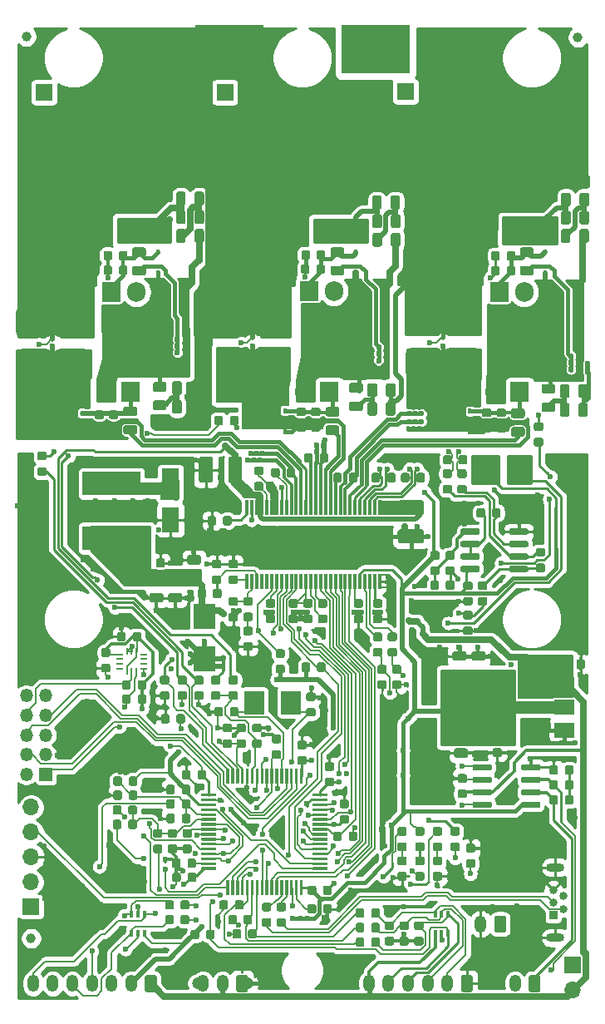
<source format=gbr>
G04 #@! TF.GenerationSoftware,KiCad,Pcbnew,(5.1.5-0-10_14)*
G04 #@! TF.CreationDate,2021-06-26T15:47:57+02:00*
G04 #@! TF.ProjectId,Cheap FOCer 2 60mm,43686561-7020-4464-9f43-657220322036,1.0*
G04 #@! TF.SameCoordinates,PX6979f40PYa1135a0*
G04 #@! TF.FileFunction,Copper,L1,Top*
G04 #@! TF.FilePolarity,Positive*
%FSLAX46Y46*%
G04 Gerber Fmt 4.6, Leading zero omitted, Abs format (unit mm)*
G04 Created by KiCad (PCBNEW (5.1.5-0-10_14)) date 2021-06-26 15:47:57*
%MOMM*%
%LPD*%
G04 APERTURE LIST*
%ADD10C,0.150000*%
%ADD11C,1.200000*%
%ADD12O,1.200000X1.750000*%
%ADD13C,1.800000*%
%ADD14R,1.800000X1.800000*%
%ADD15R,0.450000X0.600000*%
%ADD16R,1.905000X2.000000*%
%ADD17O,1.905000X2.000000*%
%ADD18R,2.300000X2.500000*%
%ADD19R,1.800000X2.500000*%
%ADD20R,0.675000X0.250000*%
%ADD21R,0.250000X0.675000*%
%ADD22O,1.700000X1.700000*%
%ADD23R,1.700000X1.700000*%
%ADD24O,1.350000X1.350000*%
%ADD25R,1.350000X1.350000*%
%ADD26R,7.000000X5.000000*%
%ADD27R,6.000000X6.500000*%
%ADD28R,2.000000X1.500000*%
%ADD29R,2.000000X3.800000*%
%ADD30C,0.500000*%
%ADD31R,0.300000X1.550000*%
%ADD32R,6.350000X3.610000*%
%ADD33C,1.000000*%
%ADD34R,5.900000X2.450000*%
%ADD35O,1.850000X0.850000*%
%ADD36C,0.840000*%
%ADD37R,0.840000X0.840000*%
%ADD38R,2.000000X2.400000*%
%ADD39R,0.400000X0.650000*%
%ADD40C,0.600000*%
%ADD41C,0.800000*%
%ADD42C,0.508000*%
%ADD43C,0.304800*%
%ADD44C,0.635000*%
%ADD45C,0.177800*%
%ADD46C,1.016000*%
%ADD47C,0.254000*%
%ADD48C,0.406400*%
%ADD49C,1.270000*%
%ADD50C,0.889000*%
%ADD51C,0.250000*%
G04 APERTURE END LIST*
D10*
G36*
X24250000Y67800000D02*
G01*
X24250000Y68800000D01*
X24750000Y68800000D01*
X24750000Y67800000D01*
X24250000Y67800000D01*
G37*
G36*
X24750000Y67000000D02*
G01*
X24750000Y66000000D01*
X24250000Y66000000D01*
X24250000Y67000000D01*
X24750000Y67000000D01*
G37*
G36*
X3850000Y67700000D02*
G01*
X3850000Y68700000D01*
X4350000Y68700000D01*
X4350000Y67700000D01*
X3850000Y67700000D01*
G37*
G36*
X44150000Y67000000D02*
G01*
X44150000Y66000000D01*
X43650000Y66000000D01*
X43650000Y67000000D01*
X44150000Y67000000D01*
G37*
G36*
X4350000Y66900000D02*
G01*
X4350000Y65900000D01*
X3850000Y65900000D01*
X3850000Y66900000D01*
X4350000Y66900000D01*
G37*
G36*
X43650000Y67800000D02*
G01*
X43650000Y68800000D01*
X44150000Y68800000D01*
X44150000Y67800000D01*
X43650000Y67800000D01*
G37*
D11*
X23940000Y2100000D03*
X18860000Y2100000D03*
G04 #@! TA.AperFunction,ComponentPad*
D10*
G36*
X23774505Y2973796D02*
G01*
X23798773Y2970196D01*
X23822572Y2964235D01*
X23845671Y2955970D01*
X23867850Y2945480D01*
X23888893Y2932868D01*
X23908599Y2918253D01*
X23926777Y2901777D01*
X23943253Y2883599D01*
X23957868Y2863893D01*
X23970480Y2842850D01*
X23980970Y2820671D01*
X23989235Y2797572D01*
X23995196Y2773773D01*
X23998796Y2749505D01*
X24000000Y2725001D01*
X24000000Y1474999D01*
X23998796Y1450495D01*
X23995196Y1426227D01*
X23989235Y1402428D01*
X23980970Y1379329D01*
X23970480Y1357150D01*
X23957868Y1336107D01*
X23943253Y1316401D01*
X23926777Y1298223D01*
X23908599Y1281747D01*
X23888893Y1267132D01*
X23867850Y1254520D01*
X23845671Y1244030D01*
X23822572Y1235765D01*
X23798773Y1229804D01*
X23774505Y1226204D01*
X23750001Y1225000D01*
X23049999Y1225000D01*
X23025495Y1226204D01*
X23001227Y1229804D01*
X22977428Y1235765D01*
X22954329Y1244030D01*
X22932150Y1254520D01*
X22911107Y1267132D01*
X22891401Y1281747D01*
X22873223Y1298223D01*
X22856747Y1316401D01*
X22842132Y1336107D01*
X22829520Y1357150D01*
X22819030Y1379329D01*
X22810765Y1402428D01*
X22804804Y1426227D01*
X22801204Y1450495D01*
X22800000Y1474999D01*
X22800000Y2725001D01*
X22801204Y2749505D01*
X22804804Y2773773D01*
X22810765Y2797572D01*
X22819030Y2820671D01*
X22829520Y2842850D01*
X22842132Y2863893D01*
X22856747Y2883599D01*
X22873223Y2901777D01*
X22891401Y2918253D01*
X22911107Y2932868D01*
X22932150Y2945480D01*
X22954329Y2955970D01*
X22977428Y2964235D01*
X23001227Y2970196D01*
X23025495Y2973796D01*
X23049999Y2975000D01*
X23750001Y2975000D01*
X23774505Y2973796D01*
G37*
G04 #@! TD.AperFunction*
D12*
X21400000Y2100000D03*
X19400000Y2100000D03*
D13*
X45036600Y92900000D03*
D14*
X40036600Y92900000D03*
D13*
X26636600Y92812700D03*
D14*
X21636600Y92812700D03*
D13*
X8236600Y92800000D03*
D14*
X3236600Y92800000D03*
D15*
X7100000Y58050000D03*
X7100000Y60150000D03*
D16*
X10075000Y72500000D03*
D17*
X12615000Y72500000D03*
X15155000Y72500000D03*
D18*
X19600000Y35150000D03*
X19600000Y39450000D03*
G04 #@! TA.AperFunction,SMDPad,CuDef*
D10*
G36*
X37227691Y6773947D02*
G01*
X37248926Y6770797D01*
X37269750Y6765581D01*
X37289962Y6758349D01*
X37309368Y6749170D01*
X37327781Y6738134D01*
X37345024Y6725346D01*
X37360930Y6710930D01*
X37375346Y6695024D01*
X37388134Y6677781D01*
X37399170Y6659368D01*
X37408349Y6639962D01*
X37415581Y6619750D01*
X37420797Y6598926D01*
X37423947Y6577691D01*
X37425000Y6556250D01*
X37425000Y6043750D01*
X37423947Y6022309D01*
X37420797Y6001074D01*
X37415581Y5980250D01*
X37408349Y5960038D01*
X37399170Y5940632D01*
X37388134Y5922219D01*
X37375346Y5904976D01*
X37360930Y5889070D01*
X37345024Y5874654D01*
X37327781Y5861866D01*
X37309368Y5850830D01*
X37289962Y5841651D01*
X37269750Y5834419D01*
X37248926Y5829203D01*
X37227691Y5826053D01*
X37206250Y5825000D01*
X36768750Y5825000D01*
X36747309Y5826053D01*
X36726074Y5829203D01*
X36705250Y5834419D01*
X36685038Y5841651D01*
X36665632Y5850830D01*
X36647219Y5861866D01*
X36629976Y5874654D01*
X36614070Y5889070D01*
X36599654Y5904976D01*
X36586866Y5922219D01*
X36575830Y5940632D01*
X36566651Y5960038D01*
X36559419Y5980250D01*
X36554203Y6001074D01*
X36551053Y6022309D01*
X36550000Y6043750D01*
X36550000Y6556250D01*
X36551053Y6577691D01*
X36554203Y6598926D01*
X36559419Y6619750D01*
X36566651Y6639962D01*
X36575830Y6659368D01*
X36586866Y6677781D01*
X36599654Y6695024D01*
X36614070Y6710930D01*
X36629976Y6725346D01*
X36647219Y6738134D01*
X36665632Y6749170D01*
X36685038Y6758349D01*
X36705250Y6765581D01*
X36726074Y6770797D01*
X36747309Y6773947D01*
X36768750Y6775000D01*
X37206250Y6775000D01*
X37227691Y6773947D01*
G37*
G04 #@! TD.AperFunction*
G04 #@! TA.AperFunction,SMDPad,CuDef*
G36*
X35652691Y6773947D02*
G01*
X35673926Y6770797D01*
X35694750Y6765581D01*
X35714962Y6758349D01*
X35734368Y6749170D01*
X35752781Y6738134D01*
X35770024Y6725346D01*
X35785930Y6710930D01*
X35800346Y6695024D01*
X35813134Y6677781D01*
X35824170Y6659368D01*
X35833349Y6639962D01*
X35840581Y6619750D01*
X35845797Y6598926D01*
X35848947Y6577691D01*
X35850000Y6556250D01*
X35850000Y6043750D01*
X35848947Y6022309D01*
X35845797Y6001074D01*
X35840581Y5980250D01*
X35833349Y5960038D01*
X35824170Y5940632D01*
X35813134Y5922219D01*
X35800346Y5904976D01*
X35785930Y5889070D01*
X35770024Y5874654D01*
X35752781Y5861866D01*
X35734368Y5850830D01*
X35714962Y5841651D01*
X35694750Y5834419D01*
X35673926Y5829203D01*
X35652691Y5826053D01*
X35631250Y5825000D01*
X35193750Y5825000D01*
X35172309Y5826053D01*
X35151074Y5829203D01*
X35130250Y5834419D01*
X35110038Y5841651D01*
X35090632Y5850830D01*
X35072219Y5861866D01*
X35054976Y5874654D01*
X35039070Y5889070D01*
X35024654Y5904976D01*
X35011866Y5922219D01*
X35000830Y5940632D01*
X34991651Y5960038D01*
X34984419Y5980250D01*
X34979203Y6001074D01*
X34976053Y6022309D01*
X34975000Y6043750D01*
X34975000Y6556250D01*
X34976053Y6577691D01*
X34979203Y6598926D01*
X34984419Y6619750D01*
X34991651Y6639962D01*
X35000830Y6659368D01*
X35011866Y6677781D01*
X35024654Y6695024D01*
X35039070Y6710930D01*
X35054976Y6725346D01*
X35072219Y6738134D01*
X35090632Y6749170D01*
X35110038Y6758349D01*
X35130250Y6765581D01*
X35151074Y6770797D01*
X35172309Y6773947D01*
X35193750Y6775000D01*
X35631250Y6775000D01*
X35652691Y6773947D01*
G37*
G04 #@! TD.AperFunction*
G04 #@! TA.AperFunction,SMDPad,CuDef*
G36*
X37227691Y8273947D02*
G01*
X37248926Y8270797D01*
X37269750Y8265581D01*
X37289962Y8258349D01*
X37309368Y8249170D01*
X37327781Y8238134D01*
X37345024Y8225346D01*
X37360930Y8210930D01*
X37375346Y8195024D01*
X37388134Y8177781D01*
X37399170Y8159368D01*
X37408349Y8139962D01*
X37415581Y8119750D01*
X37420797Y8098926D01*
X37423947Y8077691D01*
X37425000Y8056250D01*
X37425000Y7543750D01*
X37423947Y7522309D01*
X37420797Y7501074D01*
X37415581Y7480250D01*
X37408349Y7460038D01*
X37399170Y7440632D01*
X37388134Y7422219D01*
X37375346Y7404976D01*
X37360930Y7389070D01*
X37345024Y7374654D01*
X37327781Y7361866D01*
X37309368Y7350830D01*
X37289962Y7341651D01*
X37269750Y7334419D01*
X37248926Y7329203D01*
X37227691Y7326053D01*
X37206250Y7325000D01*
X36768750Y7325000D01*
X36747309Y7326053D01*
X36726074Y7329203D01*
X36705250Y7334419D01*
X36685038Y7341651D01*
X36665632Y7350830D01*
X36647219Y7361866D01*
X36629976Y7374654D01*
X36614070Y7389070D01*
X36599654Y7404976D01*
X36586866Y7422219D01*
X36575830Y7440632D01*
X36566651Y7460038D01*
X36559419Y7480250D01*
X36554203Y7501074D01*
X36551053Y7522309D01*
X36550000Y7543750D01*
X36550000Y8056250D01*
X36551053Y8077691D01*
X36554203Y8098926D01*
X36559419Y8119750D01*
X36566651Y8139962D01*
X36575830Y8159368D01*
X36586866Y8177781D01*
X36599654Y8195024D01*
X36614070Y8210930D01*
X36629976Y8225346D01*
X36647219Y8238134D01*
X36665632Y8249170D01*
X36685038Y8258349D01*
X36705250Y8265581D01*
X36726074Y8270797D01*
X36747309Y8273947D01*
X36768750Y8275000D01*
X37206250Y8275000D01*
X37227691Y8273947D01*
G37*
G04 #@! TD.AperFunction*
G04 #@! TA.AperFunction,SMDPad,CuDef*
G36*
X35652691Y8273947D02*
G01*
X35673926Y8270797D01*
X35694750Y8265581D01*
X35714962Y8258349D01*
X35734368Y8249170D01*
X35752781Y8238134D01*
X35770024Y8225346D01*
X35785930Y8210930D01*
X35800346Y8195024D01*
X35813134Y8177781D01*
X35824170Y8159368D01*
X35833349Y8139962D01*
X35840581Y8119750D01*
X35845797Y8098926D01*
X35848947Y8077691D01*
X35850000Y8056250D01*
X35850000Y7543750D01*
X35848947Y7522309D01*
X35845797Y7501074D01*
X35840581Y7480250D01*
X35833349Y7460038D01*
X35824170Y7440632D01*
X35813134Y7422219D01*
X35800346Y7404976D01*
X35785930Y7389070D01*
X35770024Y7374654D01*
X35752781Y7361866D01*
X35734368Y7350830D01*
X35714962Y7341651D01*
X35694750Y7334419D01*
X35673926Y7329203D01*
X35652691Y7326053D01*
X35631250Y7325000D01*
X35193750Y7325000D01*
X35172309Y7326053D01*
X35151074Y7329203D01*
X35130250Y7334419D01*
X35110038Y7341651D01*
X35090632Y7350830D01*
X35072219Y7361866D01*
X35054976Y7374654D01*
X35039070Y7389070D01*
X35024654Y7404976D01*
X35011866Y7422219D01*
X35000830Y7440632D01*
X34991651Y7460038D01*
X34984419Y7480250D01*
X34979203Y7501074D01*
X34976053Y7522309D01*
X34975000Y7543750D01*
X34975000Y8056250D01*
X34976053Y8077691D01*
X34979203Y8098926D01*
X34984419Y8119750D01*
X34991651Y8139962D01*
X35000830Y8159368D01*
X35011866Y8177781D01*
X35024654Y8195024D01*
X35039070Y8210930D01*
X35054976Y8225346D01*
X35072219Y8238134D01*
X35090632Y8249170D01*
X35110038Y8258349D01*
X35130250Y8265581D01*
X35151074Y8270797D01*
X35172309Y8273947D01*
X35193750Y8275000D01*
X35631250Y8275000D01*
X35652691Y8273947D01*
G37*
G04 #@! TD.AperFunction*
G04 #@! TA.AperFunction,SMDPad,CuDef*
G36*
X37227691Y9748947D02*
G01*
X37248926Y9745797D01*
X37269750Y9740581D01*
X37289962Y9733349D01*
X37309368Y9724170D01*
X37327781Y9713134D01*
X37345024Y9700346D01*
X37360930Y9685930D01*
X37375346Y9670024D01*
X37388134Y9652781D01*
X37399170Y9634368D01*
X37408349Y9614962D01*
X37415581Y9594750D01*
X37420797Y9573926D01*
X37423947Y9552691D01*
X37425000Y9531250D01*
X37425000Y9018750D01*
X37423947Y8997309D01*
X37420797Y8976074D01*
X37415581Y8955250D01*
X37408349Y8935038D01*
X37399170Y8915632D01*
X37388134Y8897219D01*
X37375346Y8879976D01*
X37360930Y8864070D01*
X37345024Y8849654D01*
X37327781Y8836866D01*
X37309368Y8825830D01*
X37289962Y8816651D01*
X37269750Y8809419D01*
X37248926Y8804203D01*
X37227691Y8801053D01*
X37206250Y8800000D01*
X36768750Y8800000D01*
X36747309Y8801053D01*
X36726074Y8804203D01*
X36705250Y8809419D01*
X36685038Y8816651D01*
X36665632Y8825830D01*
X36647219Y8836866D01*
X36629976Y8849654D01*
X36614070Y8864070D01*
X36599654Y8879976D01*
X36586866Y8897219D01*
X36575830Y8915632D01*
X36566651Y8935038D01*
X36559419Y8955250D01*
X36554203Y8976074D01*
X36551053Y8997309D01*
X36550000Y9018750D01*
X36550000Y9531250D01*
X36551053Y9552691D01*
X36554203Y9573926D01*
X36559419Y9594750D01*
X36566651Y9614962D01*
X36575830Y9634368D01*
X36586866Y9652781D01*
X36599654Y9670024D01*
X36614070Y9685930D01*
X36629976Y9700346D01*
X36647219Y9713134D01*
X36665632Y9724170D01*
X36685038Y9733349D01*
X36705250Y9740581D01*
X36726074Y9745797D01*
X36747309Y9748947D01*
X36768750Y9750000D01*
X37206250Y9750000D01*
X37227691Y9748947D01*
G37*
G04 #@! TD.AperFunction*
G04 #@! TA.AperFunction,SMDPad,CuDef*
G36*
X35652691Y9748947D02*
G01*
X35673926Y9745797D01*
X35694750Y9740581D01*
X35714962Y9733349D01*
X35734368Y9724170D01*
X35752781Y9713134D01*
X35770024Y9700346D01*
X35785930Y9685930D01*
X35800346Y9670024D01*
X35813134Y9652781D01*
X35824170Y9634368D01*
X35833349Y9614962D01*
X35840581Y9594750D01*
X35845797Y9573926D01*
X35848947Y9552691D01*
X35850000Y9531250D01*
X35850000Y9018750D01*
X35848947Y8997309D01*
X35845797Y8976074D01*
X35840581Y8955250D01*
X35833349Y8935038D01*
X35824170Y8915632D01*
X35813134Y8897219D01*
X35800346Y8879976D01*
X35785930Y8864070D01*
X35770024Y8849654D01*
X35752781Y8836866D01*
X35734368Y8825830D01*
X35714962Y8816651D01*
X35694750Y8809419D01*
X35673926Y8804203D01*
X35652691Y8801053D01*
X35631250Y8800000D01*
X35193750Y8800000D01*
X35172309Y8801053D01*
X35151074Y8804203D01*
X35130250Y8809419D01*
X35110038Y8816651D01*
X35090632Y8825830D01*
X35072219Y8836866D01*
X35054976Y8849654D01*
X35039070Y8864070D01*
X35024654Y8879976D01*
X35011866Y8897219D01*
X35000830Y8915632D01*
X34991651Y8935038D01*
X34984419Y8955250D01*
X34979203Y8976074D01*
X34976053Y8997309D01*
X34975000Y9018750D01*
X34975000Y9531250D01*
X34976053Y9552691D01*
X34979203Y9573926D01*
X34984419Y9594750D01*
X34991651Y9614962D01*
X35000830Y9634368D01*
X35011866Y9652781D01*
X35024654Y9670024D01*
X35039070Y9685930D01*
X35054976Y9700346D01*
X35072219Y9713134D01*
X35090632Y9724170D01*
X35110038Y9733349D01*
X35130250Y9740581D01*
X35151074Y9745797D01*
X35172309Y9748947D01*
X35193750Y9750000D01*
X35631250Y9750000D01*
X35652691Y9748947D01*
G37*
G04 #@! TD.AperFunction*
G04 #@! TA.AperFunction,SMDPad,CuDef*
G36*
X23340191Y10573947D02*
G01*
X23361426Y10570797D01*
X23382250Y10565581D01*
X23402462Y10558349D01*
X23421868Y10549170D01*
X23440281Y10538134D01*
X23457524Y10525346D01*
X23473430Y10510930D01*
X23487846Y10495024D01*
X23500634Y10477781D01*
X23511670Y10459368D01*
X23520849Y10439962D01*
X23528081Y10419750D01*
X23533297Y10398926D01*
X23536447Y10377691D01*
X23537500Y10356250D01*
X23537500Y9843750D01*
X23536447Y9822309D01*
X23533297Y9801074D01*
X23528081Y9780250D01*
X23520849Y9760038D01*
X23511670Y9740632D01*
X23500634Y9722219D01*
X23487846Y9704976D01*
X23473430Y9689070D01*
X23457524Y9674654D01*
X23440281Y9661866D01*
X23421868Y9650830D01*
X23402462Y9641651D01*
X23382250Y9634419D01*
X23361426Y9629203D01*
X23340191Y9626053D01*
X23318750Y9625000D01*
X22881250Y9625000D01*
X22859809Y9626053D01*
X22838574Y9629203D01*
X22817750Y9634419D01*
X22797538Y9641651D01*
X22778132Y9650830D01*
X22759719Y9661866D01*
X22742476Y9674654D01*
X22726570Y9689070D01*
X22712154Y9704976D01*
X22699366Y9722219D01*
X22688330Y9740632D01*
X22679151Y9760038D01*
X22671919Y9780250D01*
X22666703Y9801074D01*
X22663553Y9822309D01*
X22662500Y9843750D01*
X22662500Y10356250D01*
X22663553Y10377691D01*
X22666703Y10398926D01*
X22671919Y10419750D01*
X22679151Y10439962D01*
X22688330Y10459368D01*
X22699366Y10477781D01*
X22712154Y10495024D01*
X22726570Y10510930D01*
X22742476Y10525346D01*
X22759719Y10538134D01*
X22778132Y10549170D01*
X22797538Y10558349D01*
X22817750Y10565581D01*
X22838574Y10570797D01*
X22859809Y10573947D01*
X22881250Y10575000D01*
X23318750Y10575000D01*
X23340191Y10573947D01*
G37*
G04 #@! TD.AperFunction*
G04 #@! TA.AperFunction,SMDPad,CuDef*
G36*
X21765191Y10573947D02*
G01*
X21786426Y10570797D01*
X21807250Y10565581D01*
X21827462Y10558349D01*
X21846868Y10549170D01*
X21865281Y10538134D01*
X21882524Y10525346D01*
X21898430Y10510930D01*
X21912846Y10495024D01*
X21925634Y10477781D01*
X21936670Y10459368D01*
X21945849Y10439962D01*
X21953081Y10419750D01*
X21958297Y10398926D01*
X21961447Y10377691D01*
X21962500Y10356250D01*
X21962500Y9843750D01*
X21961447Y9822309D01*
X21958297Y9801074D01*
X21953081Y9780250D01*
X21945849Y9760038D01*
X21936670Y9740632D01*
X21925634Y9722219D01*
X21912846Y9704976D01*
X21898430Y9689070D01*
X21882524Y9674654D01*
X21865281Y9661866D01*
X21846868Y9650830D01*
X21827462Y9641651D01*
X21807250Y9634419D01*
X21786426Y9629203D01*
X21765191Y9626053D01*
X21743750Y9625000D01*
X21306250Y9625000D01*
X21284809Y9626053D01*
X21263574Y9629203D01*
X21242750Y9634419D01*
X21222538Y9641651D01*
X21203132Y9650830D01*
X21184719Y9661866D01*
X21167476Y9674654D01*
X21151570Y9689070D01*
X21137154Y9704976D01*
X21124366Y9722219D01*
X21113330Y9740632D01*
X21104151Y9760038D01*
X21096919Y9780250D01*
X21091703Y9801074D01*
X21088553Y9822309D01*
X21087500Y9843750D01*
X21087500Y10356250D01*
X21088553Y10377691D01*
X21091703Y10398926D01*
X21096919Y10419750D01*
X21104151Y10439962D01*
X21113330Y10459368D01*
X21124366Y10477781D01*
X21137154Y10495024D01*
X21151570Y10510930D01*
X21167476Y10525346D01*
X21184719Y10538134D01*
X21203132Y10549170D01*
X21222538Y10558349D01*
X21242750Y10565581D01*
X21263574Y10570797D01*
X21284809Y10573947D01*
X21306250Y10575000D01*
X21743750Y10575000D01*
X21765191Y10573947D01*
G37*
G04 #@! TD.AperFunction*
G04 #@! TA.AperFunction,SMDPad,CuDef*
G36*
X24227691Y9073947D02*
G01*
X24248926Y9070797D01*
X24269750Y9065581D01*
X24289962Y9058349D01*
X24309368Y9049170D01*
X24327781Y9038134D01*
X24345024Y9025346D01*
X24360930Y9010930D01*
X24375346Y8995024D01*
X24388134Y8977781D01*
X24399170Y8959368D01*
X24408349Y8939962D01*
X24415581Y8919750D01*
X24420797Y8898926D01*
X24423947Y8877691D01*
X24425000Y8856250D01*
X24425000Y8343750D01*
X24423947Y8322309D01*
X24420797Y8301074D01*
X24415581Y8280250D01*
X24408349Y8260038D01*
X24399170Y8240632D01*
X24388134Y8222219D01*
X24375346Y8204976D01*
X24360930Y8189070D01*
X24345024Y8174654D01*
X24327781Y8161866D01*
X24309368Y8150830D01*
X24289962Y8141651D01*
X24269750Y8134419D01*
X24248926Y8129203D01*
X24227691Y8126053D01*
X24206250Y8125000D01*
X23768750Y8125000D01*
X23747309Y8126053D01*
X23726074Y8129203D01*
X23705250Y8134419D01*
X23685038Y8141651D01*
X23665632Y8150830D01*
X23647219Y8161866D01*
X23629976Y8174654D01*
X23614070Y8189070D01*
X23599654Y8204976D01*
X23586866Y8222219D01*
X23575830Y8240632D01*
X23566651Y8260038D01*
X23559419Y8280250D01*
X23554203Y8301074D01*
X23551053Y8322309D01*
X23550000Y8343750D01*
X23550000Y8856250D01*
X23551053Y8877691D01*
X23554203Y8898926D01*
X23559419Y8919750D01*
X23566651Y8939962D01*
X23575830Y8959368D01*
X23586866Y8977781D01*
X23599654Y8995024D01*
X23614070Y9010930D01*
X23629976Y9025346D01*
X23647219Y9038134D01*
X23665632Y9049170D01*
X23685038Y9058349D01*
X23705250Y9065581D01*
X23726074Y9070797D01*
X23747309Y9073947D01*
X23768750Y9075000D01*
X24206250Y9075000D01*
X24227691Y9073947D01*
G37*
G04 #@! TD.AperFunction*
G04 #@! TA.AperFunction,SMDPad,CuDef*
G36*
X22652691Y9073947D02*
G01*
X22673926Y9070797D01*
X22694750Y9065581D01*
X22714962Y9058349D01*
X22734368Y9049170D01*
X22752781Y9038134D01*
X22770024Y9025346D01*
X22785930Y9010930D01*
X22800346Y8995024D01*
X22813134Y8977781D01*
X22824170Y8959368D01*
X22833349Y8939962D01*
X22840581Y8919750D01*
X22845797Y8898926D01*
X22848947Y8877691D01*
X22850000Y8856250D01*
X22850000Y8343750D01*
X22848947Y8322309D01*
X22845797Y8301074D01*
X22840581Y8280250D01*
X22833349Y8260038D01*
X22824170Y8240632D01*
X22813134Y8222219D01*
X22800346Y8204976D01*
X22785930Y8189070D01*
X22770024Y8174654D01*
X22752781Y8161866D01*
X22734368Y8150830D01*
X22714962Y8141651D01*
X22694750Y8134419D01*
X22673926Y8129203D01*
X22652691Y8126053D01*
X22631250Y8125000D01*
X22193750Y8125000D01*
X22172309Y8126053D01*
X22151074Y8129203D01*
X22130250Y8134419D01*
X22110038Y8141651D01*
X22090632Y8150830D01*
X22072219Y8161866D01*
X22054976Y8174654D01*
X22039070Y8189070D01*
X22024654Y8204976D01*
X22011866Y8222219D01*
X22000830Y8240632D01*
X21991651Y8260038D01*
X21984419Y8280250D01*
X21979203Y8301074D01*
X21976053Y8322309D01*
X21975000Y8343750D01*
X21975000Y8856250D01*
X21976053Y8877691D01*
X21979203Y8898926D01*
X21984419Y8919750D01*
X21991651Y8939962D01*
X22000830Y8959368D01*
X22011866Y8977781D01*
X22024654Y8995024D01*
X22039070Y9010930D01*
X22054976Y9025346D01*
X22072219Y9038134D01*
X22090632Y9049170D01*
X22110038Y9058349D01*
X22130250Y9065581D01*
X22151074Y9070797D01*
X22172309Y9073947D01*
X22193750Y9075000D01*
X22631250Y9075000D01*
X22652691Y9073947D01*
G37*
G04 #@! TD.AperFunction*
G04 #@! TA.AperFunction,SMDPad,CuDef*
G36*
X24677691Y7623947D02*
G01*
X24698926Y7620797D01*
X24719750Y7615581D01*
X24739962Y7608349D01*
X24759368Y7599170D01*
X24777781Y7588134D01*
X24795024Y7575346D01*
X24810930Y7560930D01*
X24825346Y7545024D01*
X24838134Y7527781D01*
X24849170Y7509368D01*
X24858349Y7489962D01*
X24865581Y7469750D01*
X24870797Y7448926D01*
X24873947Y7427691D01*
X24875000Y7406250D01*
X24875000Y6893750D01*
X24873947Y6872309D01*
X24870797Y6851074D01*
X24865581Y6830250D01*
X24858349Y6810038D01*
X24849170Y6790632D01*
X24838134Y6772219D01*
X24825346Y6754976D01*
X24810930Y6739070D01*
X24795024Y6724654D01*
X24777781Y6711866D01*
X24759368Y6700830D01*
X24739962Y6691651D01*
X24719750Y6684419D01*
X24698926Y6679203D01*
X24677691Y6676053D01*
X24656250Y6675000D01*
X24218750Y6675000D01*
X24197309Y6676053D01*
X24176074Y6679203D01*
X24155250Y6684419D01*
X24135038Y6691651D01*
X24115632Y6700830D01*
X24097219Y6711866D01*
X24079976Y6724654D01*
X24064070Y6739070D01*
X24049654Y6754976D01*
X24036866Y6772219D01*
X24025830Y6790632D01*
X24016651Y6810038D01*
X24009419Y6830250D01*
X24004203Y6851074D01*
X24001053Y6872309D01*
X24000000Y6893750D01*
X24000000Y7406250D01*
X24001053Y7427691D01*
X24004203Y7448926D01*
X24009419Y7469750D01*
X24016651Y7489962D01*
X24025830Y7509368D01*
X24036866Y7527781D01*
X24049654Y7545024D01*
X24064070Y7560930D01*
X24079976Y7575346D01*
X24097219Y7588134D01*
X24115632Y7599170D01*
X24135038Y7608349D01*
X24155250Y7615581D01*
X24176074Y7620797D01*
X24197309Y7623947D01*
X24218750Y7625000D01*
X24656250Y7625000D01*
X24677691Y7623947D01*
G37*
G04 #@! TD.AperFunction*
G04 #@! TA.AperFunction,SMDPad,CuDef*
G36*
X23102691Y7623947D02*
G01*
X23123926Y7620797D01*
X23144750Y7615581D01*
X23164962Y7608349D01*
X23184368Y7599170D01*
X23202781Y7588134D01*
X23220024Y7575346D01*
X23235930Y7560930D01*
X23250346Y7545024D01*
X23263134Y7527781D01*
X23274170Y7509368D01*
X23283349Y7489962D01*
X23290581Y7469750D01*
X23295797Y7448926D01*
X23298947Y7427691D01*
X23300000Y7406250D01*
X23300000Y6893750D01*
X23298947Y6872309D01*
X23295797Y6851074D01*
X23290581Y6830250D01*
X23283349Y6810038D01*
X23274170Y6790632D01*
X23263134Y6772219D01*
X23250346Y6754976D01*
X23235930Y6739070D01*
X23220024Y6724654D01*
X23202781Y6711866D01*
X23184368Y6700830D01*
X23164962Y6691651D01*
X23144750Y6684419D01*
X23123926Y6679203D01*
X23102691Y6676053D01*
X23081250Y6675000D01*
X22643750Y6675000D01*
X22622309Y6676053D01*
X22601074Y6679203D01*
X22580250Y6684419D01*
X22560038Y6691651D01*
X22540632Y6700830D01*
X22522219Y6711866D01*
X22504976Y6724654D01*
X22489070Y6739070D01*
X22474654Y6754976D01*
X22461866Y6772219D01*
X22450830Y6790632D01*
X22441651Y6810038D01*
X22434419Y6830250D01*
X22429203Y6851074D01*
X22426053Y6872309D01*
X22425000Y6893750D01*
X22425000Y7406250D01*
X22426053Y7427691D01*
X22429203Y7448926D01*
X22434419Y7469750D01*
X22441651Y7489962D01*
X22450830Y7509368D01*
X22461866Y7527781D01*
X22474654Y7545024D01*
X22489070Y7560930D01*
X22504976Y7575346D01*
X22522219Y7588134D01*
X22540632Y7599170D01*
X22560038Y7608349D01*
X22580250Y7615581D01*
X22601074Y7620797D01*
X22622309Y7623947D01*
X22643750Y7625000D01*
X23081250Y7625000D01*
X23102691Y7623947D01*
G37*
G04 #@! TD.AperFunction*
G04 #@! TA.AperFunction,SMDPad,CuDef*
G36*
X46952691Y14748947D02*
G01*
X46973926Y14745797D01*
X46994750Y14740581D01*
X47014962Y14733349D01*
X47034368Y14724170D01*
X47052781Y14713134D01*
X47070024Y14700346D01*
X47085930Y14685930D01*
X47100346Y14670024D01*
X47113134Y14652781D01*
X47124170Y14634368D01*
X47133349Y14614962D01*
X47140581Y14594750D01*
X47145797Y14573926D01*
X47148947Y14552691D01*
X47150000Y14531250D01*
X47150000Y14093750D01*
X47148947Y14072309D01*
X47145797Y14051074D01*
X47140581Y14030250D01*
X47133349Y14010038D01*
X47124170Y13990632D01*
X47113134Y13972219D01*
X47100346Y13954976D01*
X47085930Y13939070D01*
X47070024Y13924654D01*
X47052781Y13911866D01*
X47034368Y13900830D01*
X47014962Y13891651D01*
X46994750Y13884419D01*
X46973926Y13879203D01*
X46952691Y13876053D01*
X46931250Y13875000D01*
X46418750Y13875000D01*
X46397309Y13876053D01*
X46376074Y13879203D01*
X46355250Y13884419D01*
X46335038Y13891651D01*
X46315632Y13900830D01*
X46297219Y13911866D01*
X46279976Y13924654D01*
X46264070Y13939070D01*
X46249654Y13954976D01*
X46236866Y13972219D01*
X46225830Y13990632D01*
X46216651Y14010038D01*
X46209419Y14030250D01*
X46204203Y14051074D01*
X46201053Y14072309D01*
X46200000Y14093750D01*
X46200000Y14531250D01*
X46201053Y14552691D01*
X46204203Y14573926D01*
X46209419Y14594750D01*
X46216651Y14614962D01*
X46225830Y14634368D01*
X46236866Y14652781D01*
X46249654Y14670024D01*
X46264070Y14685930D01*
X46279976Y14700346D01*
X46297219Y14713134D01*
X46315632Y14724170D01*
X46335038Y14733349D01*
X46355250Y14740581D01*
X46376074Y14745797D01*
X46397309Y14748947D01*
X46418750Y14750000D01*
X46931250Y14750000D01*
X46952691Y14748947D01*
G37*
G04 #@! TD.AperFunction*
G04 #@! TA.AperFunction,SMDPad,CuDef*
G36*
X46952691Y16323947D02*
G01*
X46973926Y16320797D01*
X46994750Y16315581D01*
X47014962Y16308349D01*
X47034368Y16299170D01*
X47052781Y16288134D01*
X47070024Y16275346D01*
X47085930Y16260930D01*
X47100346Y16245024D01*
X47113134Y16227781D01*
X47124170Y16209368D01*
X47133349Y16189962D01*
X47140581Y16169750D01*
X47145797Y16148926D01*
X47148947Y16127691D01*
X47150000Y16106250D01*
X47150000Y15668750D01*
X47148947Y15647309D01*
X47145797Y15626074D01*
X47140581Y15605250D01*
X47133349Y15585038D01*
X47124170Y15565632D01*
X47113134Y15547219D01*
X47100346Y15529976D01*
X47085930Y15514070D01*
X47070024Y15499654D01*
X47052781Y15486866D01*
X47034368Y15475830D01*
X47014962Y15466651D01*
X46994750Y15459419D01*
X46973926Y15454203D01*
X46952691Y15451053D01*
X46931250Y15450000D01*
X46418750Y15450000D01*
X46397309Y15451053D01*
X46376074Y15454203D01*
X46355250Y15459419D01*
X46335038Y15466651D01*
X46315632Y15475830D01*
X46297219Y15486866D01*
X46279976Y15499654D01*
X46264070Y15514070D01*
X46249654Y15529976D01*
X46236866Y15547219D01*
X46225830Y15565632D01*
X46216651Y15585038D01*
X46209419Y15605250D01*
X46204203Y15626074D01*
X46201053Y15647309D01*
X46200000Y15668750D01*
X46200000Y16106250D01*
X46201053Y16127691D01*
X46204203Y16148926D01*
X46209419Y16169750D01*
X46216651Y16189962D01*
X46225830Y16209368D01*
X46236866Y16227781D01*
X46249654Y16245024D01*
X46264070Y16260930D01*
X46279976Y16275346D01*
X46297219Y16288134D01*
X46315632Y16299170D01*
X46335038Y16308349D01*
X46355250Y16315581D01*
X46376074Y16320797D01*
X46397309Y16323947D01*
X46418750Y16325000D01*
X46931250Y16325000D01*
X46952691Y16323947D01*
G37*
G04 #@! TD.AperFunction*
G04 #@! TA.AperFunction,SMDPad,CuDef*
G36*
X58525142Y80748826D02*
G01*
X58548803Y80745316D01*
X58572007Y80739504D01*
X58594529Y80731446D01*
X58616153Y80721218D01*
X58636670Y80708921D01*
X58655883Y80694671D01*
X58673607Y80678607D01*
X58689671Y80660883D01*
X58703921Y80641670D01*
X58716218Y80621153D01*
X58726446Y80599529D01*
X58734504Y80577007D01*
X58740316Y80553803D01*
X58743826Y80530142D01*
X58745000Y80506250D01*
X58745000Y79593750D01*
X58743826Y79569858D01*
X58740316Y79546197D01*
X58734504Y79522993D01*
X58726446Y79500471D01*
X58716218Y79478847D01*
X58703921Y79458330D01*
X58689671Y79439117D01*
X58673607Y79421393D01*
X58655883Y79405329D01*
X58636670Y79391079D01*
X58616153Y79378782D01*
X58594529Y79368554D01*
X58572007Y79360496D01*
X58548803Y79354684D01*
X58525142Y79351174D01*
X58501250Y79350000D01*
X58013750Y79350000D01*
X57989858Y79351174D01*
X57966197Y79354684D01*
X57942993Y79360496D01*
X57920471Y79368554D01*
X57898847Y79378782D01*
X57878330Y79391079D01*
X57859117Y79405329D01*
X57841393Y79421393D01*
X57825329Y79439117D01*
X57811079Y79458330D01*
X57798782Y79478847D01*
X57788554Y79500471D01*
X57780496Y79522993D01*
X57774684Y79546197D01*
X57771174Y79569858D01*
X57770000Y79593750D01*
X57770000Y80506250D01*
X57771174Y80530142D01*
X57774684Y80553803D01*
X57780496Y80577007D01*
X57788554Y80599529D01*
X57798782Y80621153D01*
X57811079Y80641670D01*
X57825329Y80660883D01*
X57841393Y80678607D01*
X57859117Y80694671D01*
X57878330Y80708921D01*
X57898847Y80721218D01*
X57920471Y80731446D01*
X57942993Y80739504D01*
X57966197Y80745316D01*
X57989858Y80748826D01*
X58013750Y80750000D01*
X58501250Y80750000D01*
X58525142Y80748826D01*
G37*
G04 #@! TD.AperFunction*
G04 #@! TA.AperFunction,SMDPad,CuDef*
G36*
X56650142Y80748826D02*
G01*
X56673803Y80745316D01*
X56697007Y80739504D01*
X56719529Y80731446D01*
X56741153Y80721218D01*
X56761670Y80708921D01*
X56780883Y80694671D01*
X56798607Y80678607D01*
X56814671Y80660883D01*
X56828921Y80641670D01*
X56841218Y80621153D01*
X56851446Y80599529D01*
X56859504Y80577007D01*
X56865316Y80553803D01*
X56868826Y80530142D01*
X56870000Y80506250D01*
X56870000Y79593750D01*
X56868826Y79569858D01*
X56865316Y79546197D01*
X56859504Y79522993D01*
X56851446Y79500471D01*
X56841218Y79478847D01*
X56828921Y79458330D01*
X56814671Y79439117D01*
X56798607Y79421393D01*
X56780883Y79405329D01*
X56761670Y79391079D01*
X56741153Y79378782D01*
X56719529Y79368554D01*
X56697007Y79360496D01*
X56673803Y79354684D01*
X56650142Y79351174D01*
X56626250Y79350000D01*
X56138750Y79350000D01*
X56114858Y79351174D01*
X56091197Y79354684D01*
X56067993Y79360496D01*
X56045471Y79368554D01*
X56023847Y79378782D01*
X56003330Y79391079D01*
X55984117Y79405329D01*
X55966393Y79421393D01*
X55950329Y79439117D01*
X55936079Y79458330D01*
X55923782Y79478847D01*
X55913554Y79500471D01*
X55905496Y79522993D01*
X55899684Y79546197D01*
X55896174Y79569858D01*
X55895000Y79593750D01*
X55895000Y80506250D01*
X55896174Y80530142D01*
X55899684Y80553803D01*
X55905496Y80577007D01*
X55913554Y80599529D01*
X55923782Y80621153D01*
X55936079Y80641670D01*
X55950329Y80660883D01*
X55966393Y80678607D01*
X55984117Y80694671D01*
X56003330Y80708921D01*
X56023847Y80721218D01*
X56045471Y80731446D01*
X56067993Y80739504D01*
X56091197Y80745316D01*
X56114858Y80748826D01*
X56138750Y80750000D01*
X56626250Y80750000D01*
X56650142Y80748826D01*
G37*
G04 #@! TD.AperFunction*
G04 #@! TA.AperFunction,SMDPad,CuDef*
G36*
X58525142Y82598826D02*
G01*
X58548803Y82595316D01*
X58572007Y82589504D01*
X58594529Y82581446D01*
X58616153Y82571218D01*
X58636670Y82558921D01*
X58655883Y82544671D01*
X58673607Y82528607D01*
X58689671Y82510883D01*
X58703921Y82491670D01*
X58716218Y82471153D01*
X58726446Y82449529D01*
X58734504Y82427007D01*
X58740316Y82403803D01*
X58743826Y82380142D01*
X58745000Y82356250D01*
X58745000Y81443750D01*
X58743826Y81419858D01*
X58740316Y81396197D01*
X58734504Y81372993D01*
X58726446Y81350471D01*
X58716218Y81328847D01*
X58703921Y81308330D01*
X58689671Y81289117D01*
X58673607Y81271393D01*
X58655883Y81255329D01*
X58636670Y81241079D01*
X58616153Y81228782D01*
X58594529Y81218554D01*
X58572007Y81210496D01*
X58548803Y81204684D01*
X58525142Y81201174D01*
X58501250Y81200000D01*
X58013750Y81200000D01*
X57989858Y81201174D01*
X57966197Y81204684D01*
X57942993Y81210496D01*
X57920471Y81218554D01*
X57898847Y81228782D01*
X57878330Y81241079D01*
X57859117Y81255329D01*
X57841393Y81271393D01*
X57825329Y81289117D01*
X57811079Y81308330D01*
X57798782Y81328847D01*
X57788554Y81350471D01*
X57780496Y81372993D01*
X57774684Y81396197D01*
X57771174Y81419858D01*
X57770000Y81443750D01*
X57770000Y82356250D01*
X57771174Y82380142D01*
X57774684Y82403803D01*
X57780496Y82427007D01*
X57788554Y82449529D01*
X57798782Y82471153D01*
X57811079Y82491670D01*
X57825329Y82510883D01*
X57841393Y82528607D01*
X57859117Y82544671D01*
X57878330Y82558921D01*
X57898847Y82571218D01*
X57920471Y82581446D01*
X57942993Y82589504D01*
X57966197Y82595316D01*
X57989858Y82598826D01*
X58013750Y82600000D01*
X58501250Y82600000D01*
X58525142Y82598826D01*
G37*
G04 #@! TD.AperFunction*
G04 #@! TA.AperFunction,SMDPad,CuDef*
G36*
X56650142Y82598826D02*
G01*
X56673803Y82595316D01*
X56697007Y82589504D01*
X56719529Y82581446D01*
X56741153Y82571218D01*
X56761670Y82558921D01*
X56780883Y82544671D01*
X56798607Y82528607D01*
X56814671Y82510883D01*
X56828921Y82491670D01*
X56841218Y82471153D01*
X56851446Y82449529D01*
X56859504Y82427007D01*
X56865316Y82403803D01*
X56868826Y82380142D01*
X56870000Y82356250D01*
X56870000Y81443750D01*
X56868826Y81419858D01*
X56865316Y81396197D01*
X56859504Y81372993D01*
X56851446Y81350471D01*
X56841218Y81328847D01*
X56828921Y81308330D01*
X56814671Y81289117D01*
X56798607Y81271393D01*
X56780883Y81255329D01*
X56761670Y81241079D01*
X56741153Y81228782D01*
X56719529Y81218554D01*
X56697007Y81210496D01*
X56673803Y81204684D01*
X56650142Y81201174D01*
X56626250Y81200000D01*
X56138750Y81200000D01*
X56114858Y81201174D01*
X56091197Y81204684D01*
X56067993Y81210496D01*
X56045471Y81218554D01*
X56023847Y81228782D01*
X56003330Y81241079D01*
X55984117Y81255329D01*
X55966393Y81271393D01*
X55950329Y81289117D01*
X55936079Y81308330D01*
X55923782Y81328847D01*
X55913554Y81350471D01*
X55905496Y81372993D01*
X55899684Y81396197D01*
X55896174Y81419858D01*
X55895000Y81443750D01*
X55895000Y82356250D01*
X55896174Y82380142D01*
X55899684Y82403803D01*
X55905496Y82427007D01*
X55913554Y82449529D01*
X55923782Y82471153D01*
X55936079Y82491670D01*
X55950329Y82510883D01*
X55966393Y82528607D01*
X55984117Y82544671D01*
X56003330Y82558921D01*
X56023847Y82571218D01*
X56045471Y82581446D01*
X56067993Y82589504D01*
X56091197Y82595316D01*
X56114858Y82598826D01*
X56138750Y82600000D01*
X56626250Y82600000D01*
X56650142Y82598826D01*
G37*
G04 #@! TD.AperFunction*
G04 #@! TA.AperFunction,SMDPad,CuDef*
G36*
X39267642Y82298826D02*
G01*
X39291303Y82295316D01*
X39314507Y82289504D01*
X39337029Y82281446D01*
X39358653Y82271218D01*
X39379170Y82258921D01*
X39398383Y82244671D01*
X39416107Y82228607D01*
X39432171Y82210883D01*
X39446421Y82191670D01*
X39458718Y82171153D01*
X39468946Y82149529D01*
X39477004Y82127007D01*
X39482816Y82103803D01*
X39486326Y82080142D01*
X39487500Y82056250D01*
X39487500Y81143750D01*
X39486326Y81119858D01*
X39482816Y81096197D01*
X39477004Y81072993D01*
X39468946Y81050471D01*
X39458718Y81028847D01*
X39446421Y81008330D01*
X39432171Y80989117D01*
X39416107Y80971393D01*
X39398383Y80955329D01*
X39379170Y80941079D01*
X39358653Y80928782D01*
X39337029Y80918554D01*
X39314507Y80910496D01*
X39291303Y80904684D01*
X39267642Y80901174D01*
X39243750Y80900000D01*
X38756250Y80900000D01*
X38732358Y80901174D01*
X38708697Y80904684D01*
X38685493Y80910496D01*
X38662971Y80918554D01*
X38641347Y80928782D01*
X38620830Y80941079D01*
X38601617Y80955329D01*
X38583893Y80971393D01*
X38567829Y80989117D01*
X38553579Y81008330D01*
X38541282Y81028847D01*
X38531054Y81050471D01*
X38522996Y81072993D01*
X38517184Y81096197D01*
X38513674Y81119858D01*
X38512500Y81143750D01*
X38512500Y82056250D01*
X38513674Y82080142D01*
X38517184Y82103803D01*
X38522996Y82127007D01*
X38531054Y82149529D01*
X38541282Y82171153D01*
X38553579Y82191670D01*
X38567829Y82210883D01*
X38583893Y82228607D01*
X38601617Y82244671D01*
X38620830Y82258921D01*
X38641347Y82271218D01*
X38662971Y82281446D01*
X38685493Y82289504D01*
X38708697Y82295316D01*
X38732358Y82298826D01*
X38756250Y82300000D01*
X39243750Y82300000D01*
X39267642Y82298826D01*
G37*
G04 #@! TD.AperFunction*
G04 #@! TA.AperFunction,SMDPad,CuDef*
G36*
X37392642Y82298826D02*
G01*
X37416303Y82295316D01*
X37439507Y82289504D01*
X37462029Y82281446D01*
X37483653Y82271218D01*
X37504170Y82258921D01*
X37523383Y82244671D01*
X37541107Y82228607D01*
X37557171Y82210883D01*
X37571421Y82191670D01*
X37583718Y82171153D01*
X37593946Y82149529D01*
X37602004Y82127007D01*
X37607816Y82103803D01*
X37611326Y82080142D01*
X37612500Y82056250D01*
X37612500Y81143750D01*
X37611326Y81119858D01*
X37607816Y81096197D01*
X37602004Y81072993D01*
X37593946Y81050471D01*
X37583718Y81028847D01*
X37571421Y81008330D01*
X37557171Y80989117D01*
X37541107Y80971393D01*
X37523383Y80955329D01*
X37504170Y80941079D01*
X37483653Y80928782D01*
X37462029Y80918554D01*
X37439507Y80910496D01*
X37416303Y80904684D01*
X37392642Y80901174D01*
X37368750Y80900000D01*
X36881250Y80900000D01*
X36857358Y80901174D01*
X36833697Y80904684D01*
X36810493Y80910496D01*
X36787971Y80918554D01*
X36766347Y80928782D01*
X36745830Y80941079D01*
X36726617Y80955329D01*
X36708893Y80971393D01*
X36692829Y80989117D01*
X36678579Y81008330D01*
X36666282Y81028847D01*
X36656054Y81050471D01*
X36647996Y81072993D01*
X36642184Y81096197D01*
X36638674Y81119858D01*
X36637500Y81143750D01*
X36637500Y82056250D01*
X36638674Y82080142D01*
X36642184Y82103803D01*
X36647996Y82127007D01*
X36656054Y82149529D01*
X36666282Y82171153D01*
X36678579Y82191670D01*
X36692829Y82210883D01*
X36708893Y82228607D01*
X36726617Y82244671D01*
X36745830Y82258921D01*
X36766347Y82271218D01*
X36787971Y82281446D01*
X36810493Y82289504D01*
X36833697Y82295316D01*
X36857358Y82298826D01*
X36881250Y82300000D01*
X37368750Y82300000D01*
X37392642Y82298826D01*
G37*
G04 #@! TD.AperFunction*
G04 #@! TA.AperFunction,SMDPad,CuDef*
G36*
X39305142Y80398826D02*
G01*
X39328803Y80395316D01*
X39352007Y80389504D01*
X39374529Y80381446D01*
X39396153Y80371218D01*
X39416670Y80358921D01*
X39435883Y80344671D01*
X39453607Y80328607D01*
X39469671Y80310883D01*
X39483921Y80291670D01*
X39496218Y80271153D01*
X39506446Y80249529D01*
X39514504Y80227007D01*
X39520316Y80203803D01*
X39523826Y80180142D01*
X39525000Y80156250D01*
X39525000Y79243750D01*
X39523826Y79219858D01*
X39520316Y79196197D01*
X39514504Y79172993D01*
X39506446Y79150471D01*
X39496218Y79128847D01*
X39483921Y79108330D01*
X39469671Y79089117D01*
X39453607Y79071393D01*
X39435883Y79055329D01*
X39416670Y79041079D01*
X39396153Y79028782D01*
X39374529Y79018554D01*
X39352007Y79010496D01*
X39328803Y79004684D01*
X39305142Y79001174D01*
X39281250Y79000000D01*
X38793750Y79000000D01*
X38769858Y79001174D01*
X38746197Y79004684D01*
X38722993Y79010496D01*
X38700471Y79018554D01*
X38678847Y79028782D01*
X38658330Y79041079D01*
X38639117Y79055329D01*
X38621393Y79071393D01*
X38605329Y79089117D01*
X38591079Y79108330D01*
X38578782Y79128847D01*
X38568554Y79150471D01*
X38560496Y79172993D01*
X38554684Y79196197D01*
X38551174Y79219858D01*
X38550000Y79243750D01*
X38550000Y80156250D01*
X38551174Y80180142D01*
X38554684Y80203803D01*
X38560496Y80227007D01*
X38568554Y80249529D01*
X38578782Y80271153D01*
X38591079Y80291670D01*
X38605329Y80310883D01*
X38621393Y80328607D01*
X38639117Y80344671D01*
X38658330Y80358921D01*
X38678847Y80371218D01*
X38700471Y80381446D01*
X38722993Y80389504D01*
X38746197Y80395316D01*
X38769858Y80398826D01*
X38793750Y80400000D01*
X39281250Y80400000D01*
X39305142Y80398826D01*
G37*
G04 #@! TD.AperFunction*
G04 #@! TA.AperFunction,SMDPad,CuDef*
G36*
X37430142Y80398826D02*
G01*
X37453803Y80395316D01*
X37477007Y80389504D01*
X37499529Y80381446D01*
X37521153Y80371218D01*
X37541670Y80358921D01*
X37560883Y80344671D01*
X37578607Y80328607D01*
X37594671Y80310883D01*
X37608921Y80291670D01*
X37621218Y80271153D01*
X37631446Y80249529D01*
X37639504Y80227007D01*
X37645316Y80203803D01*
X37648826Y80180142D01*
X37650000Y80156250D01*
X37650000Y79243750D01*
X37648826Y79219858D01*
X37645316Y79196197D01*
X37639504Y79172993D01*
X37631446Y79150471D01*
X37621218Y79128847D01*
X37608921Y79108330D01*
X37594671Y79089117D01*
X37578607Y79071393D01*
X37560883Y79055329D01*
X37541670Y79041079D01*
X37521153Y79028782D01*
X37499529Y79018554D01*
X37477007Y79010496D01*
X37453803Y79004684D01*
X37430142Y79001174D01*
X37406250Y79000000D01*
X36918750Y79000000D01*
X36894858Y79001174D01*
X36871197Y79004684D01*
X36847993Y79010496D01*
X36825471Y79018554D01*
X36803847Y79028782D01*
X36783330Y79041079D01*
X36764117Y79055329D01*
X36746393Y79071393D01*
X36730329Y79089117D01*
X36716079Y79108330D01*
X36703782Y79128847D01*
X36693554Y79150471D01*
X36685496Y79172993D01*
X36679684Y79196197D01*
X36676174Y79219858D01*
X36675000Y79243750D01*
X36675000Y80156250D01*
X36676174Y80180142D01*
X36679684Y80203803D01*
X36685496Y80227007D01*
X36693554Y80249529D01*
X36703782Y80271153D01*
X36716079Y80291670D01*
X36730329Y80310883D01*
X36746393Y80328607D01*
X36764117Y80344671D01*
X36783330Y80358921D01*
X36803847Y80371218D01*
X36825471Y80381446D01*
X36847993Y80389504D01*
X36871197Y80395316D01*
X36894858Y80398826D01*
X36918750Y80400000D01*
X37406250Y80400000D01*
X37430142Y80398826D01*
G37*
G04 #@! TD.AperFunction*
G04 #@! TA.AperFunction,SMDPad,CuDef*
G36*
X56630142Y78898826D02*
G01*
X56653803Y78895316D01*
X56677007Y78889504D01*
X56699529Y78881446D01*
X56721153Y78871218D01*
X56741670Y78858921D01*
X56760883Y78844671D01*
X56778607Y78828607D01*
X56794671Y78810883D01*
X56808921Y78791670D01*
X56821218Y78771153D01*
X56831446Y78749529D01*
X56839504Y78727007D01*
X56845316Y78703803D01*
X56848826Y78680142D01*
X56850000Y78656250D01*
X56850000Y77743750D01*
X56848826Y77719858D01*
X56845316Y77696197D01*
X56839504Y77672993D01*
X56831446Y77650471D01*
X56821218Y77628847D01*
X56808921Y77608330D01*
X56794671Y77589117D01*
X56778607Y77571393D01*
X56760883Y77555329D01*
X56741670Y77541079D01*
X56721153Y77528782D01*
X56699529Y77518554D01*
X56677007Y77510496D01*
X56653803Y77504684D01*
X56630142Y77501174D01*
X56606250Y77500000D01*
X56118750Y77500000D01*
X56094858Y77501174D01*
X56071197Y77504684D01*
X56047993Y77510496D01*
X56025471Y77518554D01*
X56003847Y77528782D01*
X55983330Y77541079D01*
X55964117Y77555329D01*
X55946393Y77571393D01*
X55930329Y77589117D01*
X55916079Y77608330D01*
X55903782Y77628847D01*
X55893554Y77650471D01*
X55885496Y77672993D01*
X55879684Y77696197D01*
X55876174Y77719858D01*
X55875000Y77743750D01*
X55875000Y78656250D01*
X55876174Y78680142D01*
X55879684Y78703803D01*
X55885496Y78727007D01*
X55893554Y78749529D01*
X55903782Y78771153D01*
X55916079Y78791670D01*
X55930329Y78810883D01*
X55946393Y78828607D01*
X55964117Y78844671D01*
X55983330Y78858921D01*
X56003847Y78871218D01*
X56025471Y78881446D01*
X56047993Y78889504D01*
X56071197Y78895316D01*
X56094858Y78898826D01*
X56118750Y78900000D01*
X56606250Y78900000D01*
X56630142Y78898826D01*
G37*
G04 #@! TD.AperFunction*
G04 #@! TA.AperFunction,SMDPad,CuDef*
G36*
X58505142Y78898826D02*
G01*
X58528803Y78895316D01*
X58552007Y78889504D01*
X58574529Y78881446D01*
X58596153Y78871218D01*
X58616670Y78858921D01*
X58635883Y78844671D01*
X58653607Y78828607D01*
X58669671Y78810883D01*
X58683921Y78791670D01*
X58696218Y78771153D01*
X58706446Y78749529D01*
X58714504Y78727007D01*
X58720316Y78703803D01*
X58723826Y78680142D01*
X58725000Y78656250D01*
X58725000Y77743750D01*
X58723826Y77719858D01*
X58720316Y77696197D01*
X58714504Y77672993D01*
X58706446Y77650471D01*
X58696218Y77628847D01*
X58683921Y77608330D01*
X58669671Y77589117D01*
X58653607Y77571393D01*
X58635883Y77555329D01*
X58616670Y77541079D01*
X58596153Y77528782D01*
X58574529Y77518554D01*
X58552007Y77510496D01*
X58528803Y77504684D01*
X58505142Y77501174D01*
X58481250Y77500000D01*
X57993750Y77500000D01*
X57969858Y77501174D01*
X57946197Y77504684D01*
X57922993Y77510496D01*
X57900471Y77518554D01*
X57878847Y77528782D01*
X57858330Y77541079D01*
X57839117Y77555329D01*
X57821393Y77571393D01*
X57805329Y77589117D01*
X57791079Y77608330D01*
X57778782Y77628847D01*
X57768554Y77650471D01*
X57760496Y77672993D01*
X57754684Y77696197D01*
X57751174Y77719858D01*
X57750000Y77743750D01*
X57750000Y78656250D01*
X57751174Y78680142D01*
X57754684Y78703803D01*
X57760496Y78727007D01*
X57768554Y78749529D01*
X57778782Y78771153D01*
X57791079Y78791670D01*
X57805329Y78810883D01*
X57821393Y78828607D01*
X57839117Y78844671D01*
X57858330Y78858921D01*
X57878847Y78871218D01*
X57900471Y78881446D01*
X57922993Y78889504D01*
X57946197Y78895316D01*
X57969858Y78898826D01*
X57993750Y78900000D01*
X58481250Y78900000D01*
X58505142Y78898826D01*
G37*
G04 #@! TD.AperFunction*
G04 #@! TA.AperFunction,SMDPad,CuDef*
G36*
X37430142Y78498826D02*
G01*
X37453803Y78495316D01*
X37477007Y78489504D01*
X37499529Y78481446D01*
X37521153Y78471218D01*
X37541670Y78458921D01*
X37560883Y78444671D01*
X37578607Y78428607D01*
X37594671Y78410883D01*
X37608921Y78391670D01*
X37621218Y78371153D01*
X37631446Y78349529D01*
X37639504Y78327007D01*
X37645316Y78303803D01*
X37648826Y78280142D01*
X37650000Y78256250D01*
X37650000Y77343750D01*
X37648826Y77319858D01*
X37645316Y77296197D01*
X37639504Y77272993D01*
X37631446Y77250471D01*
X37621218Y77228847D01*
X37608921Y77208330D01*
X37594671Y77189117D01*
X37578607Y77171393D01*
X37560883Y77155329D01*
X37541670Y77141079D01*
X37521153Y77128782D01*
X37499529Y77118554D01*
X37477007Y77110496D01*
X37453803Y77104684D01*
X37430142Y77101174D01*
X37406250Y77100000D01*
X36918750Y77100000D01*
X36894858Y77101174D01*
X36871197Y77104684D01*
X36847993Y77110496D01*
X36825471Y77118554D01*
X36803847Y77128782D01*
X36783330Y77141079D01*
X36764117Y77155329D01*
X36746393Y77171393D01*
X36730329Y77189117D01*
X36716079Y77208330D01*
X36703782Y77228847D01*
X36693554Y77250471D01*
X36685496Y77272993D01*
X36679684Y77296197D01*
X36676174Y77319858D01*
X36675000Y77343750D01*
X36675000Y78256250D01*
X36676174Y78280142D01*
X36679684Y78303803D01*
X36685496Y78327007D01*
X36693554Y78349529D01*
X36703782Y78371153D01*
X36716079Y78391670D01*
X36730329Y78410883D01*
X36746393Y78428607D01*
X36764117Y78444671D01*
X36783330Y78458921D01*
X36803847Y78471218D01*
X36825471Y78481446D01*
X36847993Y78489504D01*
X36871197Y78495316D01*
X36894858Y78498826D01*
X36918750Y78500000D01*
X37406250Y78500000D01*
X37430142Y78498826D01*
G37*
G04 #@! TD.AperFunction*
G04 #@! TA.AperFunction,SMDPad,CuDef*
G36*
X39305142Y78498826D02*
G01*
X39328803Y78495316D01*
X39352007Y78489504D01*
X39374529Y78481446D01*
X39396153Y78471218D01*
X39416670Y78458921D01*
X39435883Y78444671D01*
X39453607Y78428607D01*
X39469671Y78410883D01*
X39483921Y78391670D01*
X39496218Y78371153D01*
X39506446Y78349529D01*
X39514504Y78327007D01*
X39520316Y78303803D01*
X39523826Y78280142D01*
X39525000Y78256250D01*
X39525000Y77343750D01*
X39523826Y77319858D01*
X39520316Y77296197D01*
X39514504Y77272993D01*
X39506446Y77250471D01*
X39496218Y77228847D01*
X39483921Y77208330D01*
X39469671Y77189117D01*
X39453607Y77171393D01*
X39435883Y77155329D01*
X39416670Y77141079D01*
X39396153Y77128782D01*
X39374529Y77118554D01*
X39352007Y77110496D01*
X39328803Y77104684D01*
X39305142Y77101174D01*
X39281250Y77100000D01*
X38793750Y77100000D01*
X38769858Y77101174D01*
X38746197Y77104684D01*
X38722993Y77110496D01*
X38700471Y77118554D01*
X38678847Y77128782D01*
X38658330Y77141079D01*
X38639117Y77155329D01*
X38621393Y77171393D01*
X38605329Y77189117D01*
X38591079Y77208330D01*
X38578782Y77228847D01*
X38568554Y77250471D01*
X38560496Y77272993D01*
X38554684Y77296197D01*
X38551174Y77319858D01*
X38550000Y77343750D01*
X38550000Y78256250D01*
X38551174Y78280142D01*
X38554684Y78303803D01*
X38560496Y78327007D01*
X38568554Y78349529D01*
X38578782Y78371153D01*
X38591079Y78391670D01*
X38605329Y78410883D01*
X38621393Y78428607D01*
X38639117Y78444671D01*
X38658330Y78458921D01*
X38678847Y78471218D01*
X38700471Y78481446D01*
X38722993Y78489504D01*
X38746197Y78495316D01*
X38769858Y78498826D01*
X38793750Y78500000D01*
X39281250Y78500000D01*
X39305142Y78498826D01*
G37*
G04 #@! TD.AperFunction*
D15*
X46600000Y58250000D03*
X46600000Y60350000D03*
X54300000Y74450000D03*
X54300000Y76550000D03*
X35000000Y74450000D03*
X35000000Y76550000D03*
G04 #@! TA.AperFunction,SMDPad,CuDef*
D10*
G36*
X41699504Y51298796D02*
G01*
X41723773Y51295196D01*
X41747571Y51289235D01*
X41770671Y51280970D01*
X41792849Y51270480D01*
X41813893Y51257867D01*
X41833598Y51243253D01*
X41851777Y51226777D01*
X41868253Y51208598D01*
X41882867Y51188893D01*
X41895480Y51167849D01*
X41905970Y51145671D01*
X41914235Y51122571D01*
X41920196Y51098773D01*
X41923796Y51074504D01*
X41925000Y51050000D01*
X41925000Y50125000D01*
X41923796Y50100496D01*
X41920196Y50076227D01*
X41914235Y50052429D01*
X41905970Y50029329D01*
X41895480Y50007151D01*
X41882867Y49986107D01*
X41868253Y49966402D01*
X41851777Y49948223D01*
X41833598Y49931747D01*
X41813893Y49917133D01*
X41792849Y49904520D01*
X41770671Y49894030D01*
X41747571Y49885765D01*
X41723773Y49879804D01*
X41699504Y49876204D01*
X41675000Y49875000D01*
X39525000Y49875000D01*
X39500496Y49876204D01*
X39476227Y49879804D01*
X39452429Y49885765D01*
X39429329Y49894030D01*
X39407151Y49904520D01*
X39386107Y49917133D01*
X39366402Y49931747D01*
X39348223Y49948223D01*
X39331747Y49966402D01*
X39317133Y49986107D01*
X39304520Y50007151D01*
X39294030Y50029329D01*
X39285765Y50052429D01*
X39279804Y50076227D01*
X39276204Y50100496D01*
X39275000Y50125000D01*
X39275000Y51050000D01*
X39276204Y51074504D01*
X39279804Y51098773D01*
X39285765Y51122571D01*
X39294030Y51145671D01*
X39304520Y51167849D01*
X39317133Y51188893D01*
X39331747Y51208598D01*
X39348223Y51226777D01*
X39366402Y51243253D01*
X39386107Y51257867D01*
X39407151Y51270480D01*
X39429329Y51280970D01*
X39452429Y51289235D01*
X39476227Y51295196D01*
X39500496Y51298796D01*
X39525000Y51300000D01*
X41675000Y51300000D01*
X41699504Y51298796D01*
G37*
G04 #@! TD.AperFunction*
G04 #@! TA.AperFunction,SMDPad,CuDef*
G36*
X41699504Y48323796D02*
G01*
X41723773Y48320196D01*
X41747571Y48314235D01*
X41770671Y48305970D01*
X41792849Y48295480D01*
X41813893Y48282867D01*
X41833598Y48268253D01*
X41851777Y48251777D01*
X41868253Y48233598D01*
X41882867Y48213893D01*
X41895480Y48192849D01*
X41905970Y48170671D01*
X41914235Y48147571D01*
X41920196Y48123773D01*
X41923796Y48099504D01*
X41925000Y48075000D01*
X41925000Y47150000D01*
X41923796Y47125496D01*
X41920196Y47101227D01*
X41914235Y47077429D01*
X41905970Y47054329D01*
X41895480Y47032151D01*
X41882867Y47011107D01*
X41868253Y46991402D01*
X41851777Y46973223D01*
X41833598Y46956747D01*
X41813893Y46942133D01*
X41792849Y46929520D01*
X41770671Y46919030D01*
X41747571Y46910765D01*
X41723773Y46904804D01*
X41699504Y46901204D01*
X41675000Y46900000D01*
X39525000Y46900000D01*
X39500496Y46901204D01*
X39476227Y46904804D01*
X39452429Y46910765D01*
X39429329Y46919030D01*
X39407151Y46929520D01*
X39386107Y46942133D01*
X39366402Y46956747D01*
X39348223Y46973223D01*
X39331747Y46991402D01*
X39317133Y47011107D01*
X39304520Y47032151D01*
X39294030Y47054329D01*
X39285765Y47077429D01*
X39279804Y47101227D01*
X39276204Y47125496D01*
X39275000Y47150000D01*
X39275000Y48075000D01*
X39276204Y48099504D01*
X39279804Y48123773D01*
X39285765Y48147571D01*
X39294030Y48170671D01*
X39304520Y48192849D01*
X39317133Y48213893D01*
X39331747Y48233598D01*
X39348223Y48251777D01*
X39366402Y48268253D01*
X39386107Y48282867D01*
X39407151Y48295480D01*
X39429329Y48305970D01*
X39452429Y48314235D01*
X39476227Y48320196D01*
X39500496Y48323796D01*
X39525000Y48325000D01*
X41675000Y48325000D01*
X41699504Y48323796D01*
G37*
G04 #@! TD.AperFunction*
G04 #@! TA.AperFunction,SMDPad,CuDef*
G36*
X23174504Y55723796D02*
G01*
X23198773Y55720196D01*
X23222571Y55714235D01*
X23245671Y55705970D01*
X23267849Y55695480D01*
X23288893Y55682867D01*
X23308598Y55668253D01*
X23326777Y55651777D01*
X23343253Y55633598D01*
X23357867Y55613893D01*
X23370480Y55592849D01*
X23380970Y55570671D01*
X23389235Y55547571D01*
X23395196Y55523773D01*
X23398796Y55499504D01*
X23400000Y55475000D01*
X23400000Y53325000D01*
X23398796Y53300496D01*
X23395196Y53276227D01*
X23389235Y53252429D01*
X23380970Y53229329D01*
X23370480Y53207151D01*
X23357867Y53186107D01*
X23343253Y53166402D01*
X23326777Y53148223D01*
X23308598Y53131747D01*
X23288893Y53117133D01*
X23267849Y53104520D01*
X23245671Y53094030D01*
X23222571Y53085765D01*
X23198773Y53079804D01*
X23174504Y53076204D01*
X23150000Y53075000D01*
X22225000Y53075000D01*
X22200496Y53076204D01*
X22176227Y53079804D01*
X22152429Y53085765D01*
X22129329Y53094030D01*
X22107151Y53104520D01*
X22086107Y53117133D01*
X22066402Y53131747D01*
X22048223Y53148223D01*
X22031747Y53166402D01*
X22017133Y53186107D01*
X22004520Y53207151D01*
X21994030Y53229329D01*
X21985765Y53252429D01*
X21979804Y53276227D01*
X21976204Y53300496D01*
X21975000Y53325000D01*
X21975000Y55475000D01*
X21976204Y55499504D01*
X21979804Y55523773D01*
X21985765Y55547571D01*
X21994030Y55570671D01*
X22004520Y55592849D01*
X22017133Y55613893D01*
X22031747Y55633598D01*
X22048223Y55651777D01*
X22066402Y55668253D01*
X22086107Y55682867D01*
X22107151Y55695480D01*
X22129329Y55705970D01*
X22152429Y55714235D01*
X22176227Y55720196D01*
X22200496Y55723796D01*
X22225000Y55725000D01*
X23150000Y55725000D01*
X23174504Y55723796D01*
G37*
G04 #@! TD.AperFunction*
G04 #@! TA.AperFunction,SMDPad,CuDef*
G36*
X20199504Y55723796D02*
G01*
X20223773Y55720196D01*
X20247571Y55714235D01*
X20270671Y55705970D01*
X20292849Y55695480D01*
X20313893Y55682867D01*
X20333598Y55668253D01*
X20351777Y55651777D01*
X20368253Y55633598D01*
X20382867Y55613893D01*
X20395480Y55592849D01*
X20405970Y55570671D01*
X20414235Y55547571D01*
X20420196Y55523773D01*
X20423796Y55499504D01*
X20425000Y55475000D01*
X20425000Y53325000D01*
X20423796Y53300496D01*
X20420196Y53276227D01*
X20414235Y53252429D01*
X20405970Y53229329D01*
X20395480Y53207151D01*
X20382867Y53186107D01*
X20368253Y53166402D01*
X20351777Y53148223D01*
X20333598Y53131747D01*
X20313893Y53117133D01*
X20292849Y53104520D01*
X20270671Y53094030D01*
X20247571Y53085765D01*
X20223773Y53079804D01*
X20199504Y53076204D01*
X20175000Y53075000D01*
X19250000Y53075000D01*
X19225496Y53076204D01*
X19201227Y53079804D01*
X19177429Y53085765D01*
X19154329Y53094030D01*
X19132151Y53104520D01*
X19111107Y53117133D01*
X19091402Y53131747D01*
X19073223Y53148223D01*
X19056747Y53166402D01*
X19042133Y53186107D01*
X19029520Y53207151D01*
X19019030Y53229329D01*
X19010765Y53252429D01*
X19004804Y53276227D01*
X19001204Y53300496D01*
X19000000Y53325000D01*
X19000000Y55475000D01*
X19001204Y55499504D01*
X19004804Y55523773D01*
X19010765Y55547571D01*
X19019030Y55570671D01*
X19029520Y55592849D01*
X19042133Y55613893D01*
X19056747Y55633598D01*
X19073223Y55651777D01*
X19091402Y55668253D01*
X19111107Y55682867D01*
X19132151Y55695480D01*
X19154329Y55705970D01*
X19177429Y55714235D01*
X19201227Y55720196D01*
X19225496Y55723796D01*
X19250000Y55725000D01*
X20175000Y55725000D01*
X20199504Y55723796D01*
G37*
G04 #@! TD.AperFunction*
D15*
X27800000Y58300000D03*
X27800000Y60400000D03*
G04 #@! TA.AperFunction,SMDPad,CuDef*
D10*
G36*
X19305142Y82698826D02*
G01*
X19328803Y82695316D01*
X19352007Y82689504D01*
X19374529Y82681446D01*
X19396153Y82671218D01*
X19416670Y82658921D01*
X19435883Y82644671D01*
X19453607Y82628607D01*
X19469671Y82610883D01*
X19483921Y82591670D01*
X19496218Y82571153D01*
X19506446Y82549529D01*
X19514504Y82527007D01*
X19520316Y82503803D01*
X19523826Y82480142D01*
X19525000Y82456250D01*
X19525000Y81543750D01*
X19523826Y81519858D01*
X19520316Y81496197D01*
X19514504Y81472993D01*
X19506446Y81450471D01*
X19496218Y81428847D01*
X19483921Y81408330D01*
X19469671Y81389117D01*
X19453607Y81371393D01*
X19435883Y81355329D01*
X19416670Y81341079D01*
X19396153Y81328782D01*
X19374529Y81318554D01*
X19352007Y81310496D01*
X19328803Y81304684D01*
X19305142Y81301174D01*
X19281250Y81300000D01*
X18793750Y81300000D01*
X18769858Y81301174D01*
X18746197Y81304684D01*
X18722993Y81310496D01*
X18700471Y81318554D01*
X18678847Y81328782D01*
X18658330Y81341079D01*
X18639117Y81355329D01*
X18621393Y81371393D01*
X18605329Y81389117D01*
X18591079Y81408330D01*
X18578782Y81428847D01*
X18568554Y81450471D01*
X18560496Y81472993D01*
X18554684Y81496197D01*
X18551174Y81519858D01*
X18550000Y81543750D01*
X18550000Y82456250D01*
X18551174Y82480142D01*
X18554684Y82503803D01*
X18560496Y82527007D01*
X18568554Y82549529D01*
X18578782Y82571153D01*
X18591079Y82591670D01*
X18605329Y82610883D01*
X18621393Y82628607D01*
X18639117Y82644671D01*
X18658330Y82658921D01*
X18678847Y82671218D01*
X18700471Y82681446D01*
X18722993Y82689504D01*
X18746197Y82695316D01*
X18769858Y82698826D01*
X18793750Y82700000D01*
X19281250Y82700000D01*
X19305142Y82698826D01*
G37*
G04 #@! TD.AperFunction*
G04 #@! TA.AperFunction,SMDPad,CuDef*
G36*
X17430142Y82698826D02*
G01*
X17453803Y82695316D01*
X17477007Y82689504D01*
X17499529Y82681446D01*
X17521153Y82671218D01*
X17541670Y82658921D01*
X17560883Y82644671D01*
X17578607Y82628607D01*
X17594671Y82610883D01*
X17608921Y82591670D01*
X17621218Y82571153D01*
X17631446Y82549529D01*
X17639504Y82527007D01*
X17645316Y82503803D01*
X17648826Y82480142D01*
X17650000Y82456250D01*
X17650000Y81543750D01*
X17648826Y81519858D01*
X17645316Y81496197D01*
X17639504Y81472993D01*
X17631446Y81450471D01*
X17621218Y81428847D01*
X17608921Y81408330D01*
X17594671Y81389117D01*
X17578607Y81371393D01*
X17560883Y81355329D01*
X17541670Y81341079D01*
X17521153Y81328782D01*
X17499529Y81318554D01*
X17477007Y81310496D01*
X17453803Y81304684D01*
X17430142Y81301174D01*
X17406250Y81300000D01*
X16918750Y81300000D01*
X16894858Y81301174D01*
X16871197Y81304684D01*
X16847993Y81310496D01*
X16825471Y81318554D01*
X16803847Y81328782D01*
X16783330Y81341079D01*
X16764117Y81355329D01*
X16746393Y81371393D01*
X16730329Y81389117D01*
X16716079Y81408330D01*
X16703782Y81428847D01*
X16693554Y81450471D01*
X16685496Y81472993D01*
X16679684Y81496197D01*
X16676174Y81519858D01*
X16675000Y81543750D01*
X16675000Y82456250D01*
X16676174Y82480142D01*
X16679684Y82503803D01*
X16685496Y82527007D01*
X16693554Y82549529D01*
X16703782Y82571153D01*
X16716079Y82591670D01*
X16730329Y82610883D01*
X16746393Y82628607D01*
X16764117Y82644671D01*
X16783330Y82658921D01*
X16803847Y82671218D01*
X16825471Y82681446D01*
X16847993Y82689504D01*
X16871197Y82695316D01*
X16894858Y82698826D01*
X16918750Y82700000D01*
X17406250Y82700000D01*
X17430142Y82698826D01*
G37*
G04 #@! TD.AperFunction*
G04 #@! TA.AperFunction,SMDPad,CuDef*
G36*
X9127691Y58848947D02*
G01*
X9148926Y58845797D01*
X9169750Y58840581D01*
X9189962Y58833349D01*
X9209368Y58824170D01*
X9227781Y58813134D01*
X9245024Y58800346D01*
X9260930Y58785930D01*
X9275346Y58770024D01*
X9288134Y58752781D01*
X9299170Y58734368D01*
X9308349Y58714962D01*
X9315581Y58694750D01*
X9320797Y58673926D01*
X9323947Y58652691D01*
X9325000Y58631250D01*
X9325000Y58193750D01*
X9323947Y58172309D01*
X9320797Y58151074D01*
X9315581Y58130250D01*
X9308349Y58110038D01*
X9299170Y58090632D01*
X9288134Y58072219D01*
X9275346Y58054976D01*
X9260930Y58039070D01*
X9245024Y58024654D01*
X9227781Y58011866D01*
X9209368Y58000830D01*
X9189962Y57991651D01*
X9169750Y57984419D01*
X9148926Y57979203D01*
X9127691Y57976053D01*
X9106250Y57975000D01*
X8593750Y57975000D01*
X8572309Y57976053D01*
X8551074Y57979203D01*
X8530250Y57984419D01*
X8510038Y57991651D01*
X8490632Y58000830D01*
X8472219Y58011866D01*
X8454976Y58024654D01*
X8439070Y58039070D01*
X8424654Y58054976D01*
X8411866Y58072219D01*
X8400830Y58090632D01*
X8391651Y58110038D01*
X8384419Y58130250D01*
X8379203Y58151074D01*
X8376053Y58172309D01*
X8375000Y58193750D01*
X8375000Y58631250D01*
X8376053Y58652691D01*
X8379203Y58673926D01*
X8384419Y58694750D01*
X8391651Y58714962D01*
X8400830Y58734368D01*
X8411866Y58752781D01*
X8424654Y58770024D01*
X8439070Y58785930D01*
X8454976Y58800346D01*
X8472219Y58813134D01*
X8490632Y58824170D01*
X8510038Y58833349D01*
X8530250Y58840581D01*
X8551074Y58845797D01*
X8572309Y58848947D01*
X8593750Y58850000D01*
X9106250Y58850000D01*
X9127691Y58848947D01*
G37*
G04 #@! TD.AperFunction*
G04 #@! TA.AperFunction,SMDPad,CuDef*
G36*
X9127691Y60423947D02*
G01*
X9148926Y60420797D01*
X9169750Y60415581D01*
X9189962Y60408349D01*
X9209368Y60399170D01*
X9227781Y60388134D01*
X9245024Y60375346D01*
X9260930Y60360930D01*
X9275346Y60345024D01*
X9288134Y60327781D01*
X9299170Y60309368D01*
X9308349Y60289962D01*
X9315581Y60269750D01*
X9320797Y60248926D01*
X9323947Y60227691D01*
X9325000Y60206250D01*
X9325000Y59768750D01*
X9323947Y59747309D01*
X9320797Y59726074D01*
X9315581Y59705250D01*
X9308349Y59685038D01*
X9299170Y59665632D01*
X9288134Y59647219D01*
X9275346Y59629976D01*
X9260930Y59614070D01*
X9245024Y59599654D01*
X9227781Y59586866D01*
X9209368Y59575830D01*
X9189962Y59566651D01*
X9169750Y59559419D01*
X9148926Y59554203D01*
X9127691Y59551053D01*
X9106250Y59550000D01*
X8593750Y59550000D01*
X8572309Y59551053D01*
X8551074Y59554203D01*
X8530250Y59559419D01*
X8510038Y59566651D01*
X8490632Y59575830D01*
X8472219Y59586866D01*
X8454976Y59599654D01*
X8439070Y59614070D01*
X8424654Y59629976D01*
X8411866Y59647219D01*
X8400830Y59665632D01*
X8391651Y59685038D01*
X8384419Y59705250D01*
X8379203Y59726074D01*
X8376053Y59747309D01*
X8375000Y59768750D01*
X8375000Y60206250D01*
X8376053Y60227691D01*
X8379203Y60248926D01*
X8384419Y60269750D01*
X8391651Y60289962D01*
X8400830Y60309368D01*
X8411866Y60327781D01*
X8424654Y60345024D01*
X8439070Y60360930D01*
X8454976Y60375346D01*
X8472219Y60388134D01*
X8490632Y60399170D01*
X8510038Y60408349D01*
X8530250Y60415581D01*
X8551074Y60420797D01*
X8572309Y60423947D01*
X8593750Y60425000D01*
X9106250Y60425000D01*
X9127691Y60423947D01*
G37*
G04 #@! TD.AperFunction*
G04 #@! TA.AperFunction,SMDPad,CuDef*
G36*
X10577691Y60436447D02*
G01*
X10598926Y60433297D01*
X10619750Y60428081D01*
X10639962Y60420849D01*
X10659368Y60411670D01*
X10677781Y60400634D01*
X10695024Y60387846D01*
X10710930Y60373430D01*
X10725346Y60357524D01*
X10738134Y60340281D01*
X10749170Y60321868D01*
X10758349Y60302462D01*
X10765581Y60282250D01*
X10770797Y60261426D01*
X10773947Y60240191D01*
X10775000Y60218750D01*
X10775000Y59781250D01*
X10773947Y59759809D01*
X10770797Y59738574D01*
X10765581Y59717750D01*
X10758349Y59697538D01*
X10749170Y59678132D01*
X10738134Y59659719D01*
X10725346Y59642476D01*
X10710930Y59626570D01*
X10695024Y59612154D01*
X10677781Y59599366D01*
X10659368Y59588330D01*
X10639962Y59579151D01*
X10619750Y59571919D01*
X10598926Y59566703D01*
X10577691Y59563553D01*
X10556250Y59562500D01*
X10043750Y59562500D01*
X10022309Y59563553D01*
X10001074Y59566703D01*
X9980250Y59571919D01*
X9960038Y59579151D01*
X9940632Y59588330D01*
X9922219Y59599366D01*
X9904976Y59612154D01*
X9889070Y59626570D01*
X9874654Y59642476D01*
X9861866Y59659719D01*
X9850830Y59678132D01*
X9841651Y59697538D01*
X9834419Y59717750D01*
X9829203Y59738574D01*
X9826053Y59759809D01*
X9825000Y59781250D01*
X9825000Y60218750D01*
X9826053Y60240191D01*
X9829203Y60261426D01*
X9834419Y60282250D01*
X9841651Y60302462D01*
X9850830Y60321868D01*
X9861866Y60340281D01*
X9874654Y60357524D01*
X9889070Y60373430D01*
X9904976Y60387846D01*
X9922219Y60400634D01*
X9940632Y60411670D01*
X9960038Y60420849D01*
X9980250Y60428081D01*
X10001074Y60433297D01*
X10022309Y60436447D01*
X10043750Y60437500D01*
X10556250Y60437500D01*
X10577691Y60436447D01*
G37*
G04 #@! TD.AperFunction*
G04 #@! TA.AperFunction,SMDPad,CuDef*
G36*
X10577691Y58861447D02*
G01*
X10598926Y58858297D01*
X10619750Y58853081D01*
X10639962Y58845849D01*
X10659368Y58836670D01*
X10677781Y58825634D01*
X10695024Y58812846D01*
X10710930Y58798430D01*
X10725346Y58782524D01*
X10738134Y58765281D01*
X10749170Y58746868D01*
X10758349Y58727462D01*
X10765581Y58707250D01*
X10770797Y58686426D01*
X10773947Y58665191D01*
X10775000Y58643750D01*
X10775000Y58206250D01*
X10773947Y58184809D01*
X10770797Y58163574D01*
X10765581Y58142750D01*
X10758349Y58122538D01*
X10749170Y58103132D01*
X10738134Y58084719D01*
X10725346Y58067476D01*
X10710930Y58051570D01*
X10695024Y58037154D01*
X10677781Y58024366D01*
X10659368Y58013330D01*
X10639962Y58004151D01*
X10619750Y57996919D01*
X10598926Y57991703D01*
X10577691Y57988553D01*
X10556250Y57987500D01*
X10043750Y57987500D01*
X10022309Y57988553D01*
X10001074Y57991703D01*
X9980250Y57996919D01*
X9960038Y58004151D01*
X9940632Y58013330D01*
X9922219Y58024366D01*
X9904976Y58037154D01*
X9889070Y58051570D01*
X9874654Y58067476D01*
X9861866Y58084719D01*
X9850830Y58103132D01*
X9841651Y58122538D01*
X9834419Y58142750D01*
X9829203Y58163574D01*
X9826053Y58184809D01*
X9825000Y58206250D01*
X9825000Y58643750D01*
X9826053Y58665191D01*
X9829203Y58686426D01*
X9834419Y58707250D01*
X9841651Y58727462D01*
X9850830Y58746868D01*
X9861866Y58765281D01*
X9874654Y58782524D01*
X9889070Y58798430D01*
X9904976Y58812846D01*
X9922219Y58825634D01*
X9940632Y58836670D01*
X9960038Y58845849D01*
X9980250Y58853081D01*
X10001074Y58858297D01*
X10022309Y58861447D01*
X10043750Y58862500D01*
X10556250Y58862500D01*
X10577691Y58861447D01*
G37*
G04 #@! TD.AperFunction*
G04 #@! TA.AperFunction,SMDPad,CuDef*
G36*
X19305142Y80798826D02*
G01*
X19328803Y80795316D01*
X19352007Y80789504D01*
X19374529Y80781446D01*
X19396153Y80771218D01*
X19416670Y80758921D01*
X19435883Y80744671D01*
X19453607Y80728607D01*
X19469671Y80710883D01*
X19483921Y80691670D01*
X19496218Y80671153D01*
X19506446Y80649529D01*
X19514504Y80627007D01*
X19520316Y80603803D01*
X19523826Y80580142D01*
X19525000Y80556250D01*
X19525000Y79643750D01*
X19523826Y79619858D01*
X19520316Y79596197D01*
X19514504Y79572993D01*
X19506446Y79550471D01*
X19496218Y79528847D01*
X19483921Y79508330D01*
X19469671Y79489117D01*
X19453607Y79471393D01*
X19435883Y79455329D01*
X19416670Y79441079D01*
X19396153Y79428782D01*
X19374529Y79418554D01*
X19352007Y79410496D01*
X19328803Y79404684D01*
X19305142Y79401174D01*
X19281250Y79400000D01*
X18793750Y79400000D01*
X18769858Y79401174D01*
X18746197Y79404684D01*
X18722993Y79410496D01*
X18700471Y79418554D01*
X18678847Y79428782D01*
X18658330Y79441079D01*
X18639117Y79455329D01*
X18621393Y79471393D01*
X18605329Y79489117D01*
X18591079Y79508330D01*
X18578782Y79528847D01*
X18568554Y79550471D01*
X18560496Y79572993D01*
X18554684Y79596197D01*
X18551174Y79619858D01*
X18550000Y79643750D01*
X18550000Y80556250D01*
X18551174Y80580142D01*
X18554684Y80603803D01*
X18560496Y80627007D01*
X18568554Y80649529D01*
X18578782Y80671153D01*
X18591079Y80691670D01*
X18605329Y80710883D01*
X18621393Y80728607D01*
X18639117Y80744671D01*
X18658330Y80758921D01*
X18678847Y80771218D01*
X18700471Y80781446D01*
X18722993Y80789504D01*
X18746197Y80795316D01*
X18769858Y80798826D01*
X18793750Y80800000D01*
X19281250Y80800000D01*
X19305142Y80798826D01*
G37*
G04 #@! TD.AperFunction*
G04 #@! TA.AperFunction,SMDPad,CuDef*
G36*
X17430142Y80798826D02*
G01*
X17453803Y80795316D01*
X17477007Y80789504D01*
X17499529Y80781446D01*
X17521153Y80771218D01*
X17541670Y80758921D01*
X17560883Y80744671D01*
X17578607Y80728607D01*
X17594671Y80710883D01*
X17608921Y80691670D01*
X17621218Y80671153D01*
X17631446Y80649529D01*
X17639504Y80627007D01*
X17645316Y80603803D01*
X17648826Y80580142D01*
X17650000Y80556250D01*
X17650000Y79643750D01*
X17648826Y79619858D01*
X17645316Y79596197D01*
X17639504Y79572993D01*
X17631446Y79550471D01*
X17621218Y79528847D01*
X17608921Y79508330D01*
X17594671Y79489117D01*
X17578607Y79471393D01*
X17560883Y79455329D01*
X17541670Y79441079D01*
X17521153Y79428782D01*
X17499529Y79418554D01*
X17477007Y79410496D01*
X17453803Y79404684D01*
X17430142Y79401174D01*
X17406250Y79400000D01*
X16918750Y79400000D01*
X16894858Y79401174D01*
X16871197Y79404684D01*
X16847993Y79410496D01*
X16825471Y79418554D01*
X16803847Y79428782D01*
X16783330Y79441079D01*
X16764117Y79455329D01*
X16746393Y79471393D01*
X16730329Y79489117D01*
X16716079Y79508330D01*
X16703782Y79528847D01*
X16693554Y79550471D01*
X16685496Y79572993D01*
X16679684Y79596197D01*
X16676174Y79619858D01*
X16675000Y79643750D01*
X16675000Y80556250D01*
X16676174Y80580142D01*
X16679684Y80603803D01*
X16685496Y80627007D01*
X16693554Y80649529D01*
X16703782Y80671153D01*
X16716079Y80691670D01*
X16730329Y80710883D01*
X16746393Y80728607D01*
X16764117Y80744671D01*
X16783330Y80758921D01*
X16803847Y80771218D01*
X16825471Y80781446D01*
X16847993Y80789504D01*
X16871197Y80795316D01*
X16894858Y80798826D01*
X16918750Y80800000D01*
X17406250Y80800000D01*
X17430142Y80798826D01*
G37*
G04 #@! TD.AperFunction*
G04 #@! TA.AperFunction,SMDPad,CuDef*
G36*
X12480142Y58948826D02*
G01*
X12503803Y58945316D01*
X12527007Y58939504D01*
X12549529Y58931446D01*
X12571153Y58921218D01*
X12591670Y58908921D01*
X12610883Y58894671D01*
X12628607Y58878607D01*
X12644671Y58860883D01*
X12658921Y58841670D01*
X12671218Y58821153D01*
X12681446Y58799529D01*
X12689504Y58777007D01*
X12695316Y58753803D01*
X12698826Y58730142D01*
X12700000Y58706250D01*
X12700000Y58218750D01*
X12698826Y58194858D01*
X12695316Y58171197D01*
X12689504Y58147993D01*
X12681446Y58125471D01*
X12671218Y58103847D01*
X12658921Y58083330D01*
X12644671Y58064117D01*
X12628607Y58046393D01*
X12610883Y58030329D01*
X12591670Y58016079D01*
X12571153Y58003782D01*
X12549529Y57993554D01*
X12527007Y57985496D01*
X12503803Y57979684D01*
X12480142Y57976174D01*
X12456250Y57975000D01*
X11543750Y57975000D01*
X11519858Y57976174D01*
X11496197Y57979684D01*
X11472993Y57985496D01*
X11450471Y57993554D01*
X11428847Y58003782D01*
X11408330Y58016079D01*
X11389117Y58030329D01*
X11371393Y58046393D01*
X11355329Y58064117D01*
X11341079Y58083330D01*
X11328782Y58103847D01*
X11318554Y58125471D01*
X11310496Y58147993D01*
X11304684Y58171197D01*
X11301174Y58194858D01*
X11300000Y58218750D01*
X11300000Y58706250D01*
X11301174Y58730142D01*
X11304684Y58753803D01*
X11310496Y58777007D01*
X11318554Y58799529D01*
X11328782Y58821153D01*
X11341079Y58841670D01*
X11355329Y58860883D01*
X11371393Y58878607D01*
X11389117Y58894671D01*
X11408330Y58908921D01*
X11428847Y58921218D01*
X11450471Y58931446D01*
X11472993Y58939504D01*
X11496197Y58945316D01*
X11519858Y58948826D01*
X11543750Y58950000D01*
X12456250Y58950000D01*
X12480142Y58948826D01*
G37*
G04 #@! TD.AperFunction*
G04 #@! TA.AperFunction,SMDPad,CuDef*
G36*
X12480142Y60823826D02*
G01*
X12503803Y60820316D01*
X12527007Y60814504D01*
X12549529Y60806446D01*
X12571153Y60796218D01*
X12591670Y60783921D01*
X12610883Y60769671D01*
X12628607Y60753607D01*
X12644671Y60735883D01*
X12658921Y60716670D01*
X12671218Y60696153D01*
X12681446Y60674529D01*
X12689504Y60652007D01*
X12695316Y60628803D01*
X12698826Y60605142D01*
X12700000Y60581250D01*
X12700000Y60093750D01*
X12698826Y60069858D01*
X12695316Y60046197D01*
X12689504Y60022993D01*
X12681446Y60000471D01*
X12671218Y59978847D01*
X12658921Y59958330D01*
X12644671Y59939117D01*
X12628607Y59921393D01*
X12610883Y59905329D01*
X12591670Y59891079D01*
X12571153Y59878782D01*
X12549529Y59868554D01*
X12527007Y59860496D01*
X12503803Y59854684D01*
X12480142Y59851174D01*
X12456250Y59850000D01*
X11543750Y59850000D01*
X11519858Y59851174D01*
X11496197Y59854684D01*
X11472993Y59860496D01*
X11450471Y59868554D01*
X11428847Y59878782D01*
X11408330Y59891079D01*
X11389117Y59905329D01*
X11371393Y59921393D01*
X11355329Y59939117D01*
X11341079Y59958330D01*
X11328782Y59978847D01*
X11318554Y60000471D01*
X11310496Y60022993D01*
X11304684Y60046197D01*
X11301174Y60069858D01*
X11300000Y60093750D01*
X11300000Y60581250D01*
X11301174Y60605142D01*
X11304684Y60628803D01*
X11310496Y60652007D01*
X11318554Y60674529D01*
X11328782Y60696153D01*
X11341079Y60716670D01*
X11355329Y60735883D01*
X11371393Y60753607D01*
X11389117Y60769671D01*
X11408330Y60783921D01*
X11428847Y60796218D01*
X11450471Y60806446D01*
X11472993Y60814504D01*
X11496197Y60820316D01*
X11519858Y60823826D01*
X11543750Y60825000D01*
X12456250Y60825000D01*
X12480142Y60823826D01*
G37*
G04 #@! TD.AperFunction*
D15*
X14800000Y74450000D03*
X14800000Y76550000D03*
G04 #@! TA.AperFunction,SMDPad,CuDef*
D10*
G36*
X17430142Y78898826D02*
G01*
X17453803Y78895316D01*
X17477007Y78889504D01*
X17499529Y78881446D01*
X17521153Y78871218D01*
X17541670Y78858921D01*
X17560883Y78844671D01*
X17578607Y78828607D01*
X17594671Y78810883D01*
X17608921Y78791670D01*
X17621218Y78771153D01*
X17631446Y78749529D01*
X17639504Y78727007D01*
X17645316Y78703803D01*
X17648826Y78680142D01*
X17650000Y78656250D01*
X17650000Y77743750D01*
X17648826Y77719858D01*
X17645316Y77696197D01*
X17639504Y77672993D01*
X17631446Y77650471D01*
X17621218Y77628847D01*
X17608921Y77608330D01*
X17594671Y77589117D01*
X17578607Y77571393D01*
X17560883Y77555329D01*
X17541670Y77541079D01*
X17521153Y77528782D01*
X17499529Y77518554D01*
X17477007Y77510496D01*
X17453803Y77504684D01*
X17430142Y77501174D01*
X17406250Y77500000D01*
X16918750Y77500000D01*
X16894858Y77501174D01*
X16871197Y77504684D01*
X16847993Y77510496D01*
X16825471Y77518554D01*
X16803847Y77528782D01*
X16783330Y77541079D01*
X16764117Y77555329D01*
X16746393Y77571393D01*
X16730329Y77589117D01*
X16716079Y77608330D01*
X16703782Y77628847D01*
X16693554Y77650471D01*
X16685496Y77672993D01*
X16679684Y77696197D01*
X16676174Y77719858D01*
X16675000Y77743750D01*
X16675000Y78656250D01*
X16676174Y78680142D01*
X16679684Y78703803D01*
X16685496Y78727007D01*
X16693554Y78749529D01*
X16703782Y78771153D01*
X16716079Y78791670D01*
X16730329Y78810883D01*
X16746393Y78828607D01*
X16764117Y78844671D01*
X16783330Y78858921D01*
X16803847Y78871218D01*
X16825471Y78881446D01*
X16847993Y78889504D01*
X16871197Y78895316D01*
X16894858Y78898826D01*
X16918750Y78900000D01*
X17406250Y78900000D01*
X17430142Y78898826D01*
G37*
G04 #@! TD.AperFunction*
G04 #@! TA.AperFunction,SMDPad,CuDef*
G36*
X19305142Y78898826D02*
G01*
X19328803Y78895316D01*
X19352007Y78889504D01*
X19374529Y78881446D01*
X19396153Y78871218D01*
X19416670Y78858921D01*
X19435883Y78844671D01*
X19453607Y78828607D01*
X19469671Y78810883D01*
X19483921Y78791670D01*
X19496218Y78771153D01*
X19506446Y78749529D01*
X19514504Y78727007D01*
X19520316Y78703803D01*
X19523826Y78680142D01*
X19525000Y78656250D01*
X19525000Y77743750D01*
X19523826Y77719858D01*
X19520316Y77696197D01*
X19514504Y77672993D01*
X19506446Y77650471D01*
X19496218Y77628847D01*
X19483921Y77608330D01*
X19469671Y77589117D01*
X19453607Y77571393D01*
X19435883Y77555329D01*
X19416670Y77541079D01*
X19396153Y77528782D01*
X19374529Y77518554D01*
X19352007Y77510496D01*
X19328803Y77504684D01*
X19305142Y77501174D01*
X19281250Y77500000D01*
X18793750Y77500000D01*
X18769858Y77501174D01*
X18746197Y77504684D01*
X18722993Y77510496D01*
X18700471Y77518554D01*
X18678847Y77528782D01*
X18658330Y77541079D01*
X18639117Y77555329D01*
X18621393Y77571393D01*
X18605329Y77589117D01*
X18591079Y77608330D01*
X18578782Y77628847D01*
X18568554Y77650471D01*
X18560496Y77672993D01*
X18554684Y77696197D01*
X18551174Y77719858D01*
X18550000Y77743750D01*
X18550000Y78656250D01*
X18551174Y78680142D01*
X18554684Y78703803D01*
X18560496Y78727007D01*
X18568554Y78749529D01*
X18578782Y78771153D01*
X18591079Y78791670D01*
X18605329Y78810883D01*
X18621393Y78828607D01*
X18639117Y78844671D01*
X18658330Y78858921D01*
X18678847Y78871218D01*
X18700471Y78881446D01*
X18722993Y78889504D01*
X18746197Y78895316D01*
X18769858Y78898826D01*
X18793750Y78900000D01*
X19281250Y78900000D01*
X19305142Y78898826D01*
G37*
G04 #@! TD.AperFunction*
D19*
X16100000Y49300000D03*
X16100000Y53300000D03*
G04 #@! TA.AperFunction,SMDPad,CuDef*
D10*
G36*
X10952691Y23173947D02*
G01*
X10973926Y23170797D01*
X10994750Y23165581D01*
X11014962Y23158349D01*
X11034368Y23149170D01*
X11052781Y23138134D01*
X11070024Y23125346D01*
X11085930Y23110930D01*
X11100346Y23095024D01*
X11113134Y23077781D01*
X11124170Y23059368D01*
X11133349Y23039962D01*
X11140581Y23019750D01*
X11145797Y22998926D01*
X11148947Y22977691D01*
X11150000Y22956250D01*
X11150000Y22443750D01*
X11148947Y22422309D01*
X11145797Y22401074D01*
X11140581Y22380250D01*
X11133349Y22360038D01*
X11124170Y22340632D01*
X11113134Y22322219D01*
X11100346Y22304976D01*
X11085930Y22289070D01*
X11070024Y22274654D01*
X11052781Y22261866D01*
X11034368Y22250830D01*
X11014962Y22241651D01*
X10994750Y22234419D01*
X10973926Y22229203D01*
X10952691Y22226053D01*
X10931250Y22225000D01*
X10493750Y22225000D01*
X10472309Y22226053D01*
X10451074Y22229203D01*
X10430250Y22234419D01*
X10410038Y22241651D01*
X10390632Y22250830D01*
X10372219Y22261866D01*
X10354976Y22274654D01*
X10339070Y22289070D01*
X10324654Y22304976D01*
X10311866Y22322219D01*
X10300830Y22340632D01*
X10291651Y22360038D01*
X10284419Y22380250D01*
X10279203Y22401074D01*
X10276053Y22422309D01*
X10275000Y22443750D01*
X10275000Y22956250D01*
X10276053Y22977691D01*
X10279203Y22998926D01*
X10284419Y23019750D01*
X10291651Y23039962D01*
X10300830Y23059368D01*
X10311866Y23077781D01*
X10324654Y23095024D01*
X10339070Y23110930D01*
X10354976Y23125346D01*
X10372219Y23138134D01*
X10390632Y23149170D01*
X10410038Y23158349D01*
X10430250Y23165581D01*
X10451074Y23170797D01*
X10472309Y23173947D01*
X10493750Y23175000D01*
X10931250Y23175000D01*
X10952691Y23173947D01*
G37*
G04 #@! TD.AperFunction*
G04 #@! TA.AperFunction,SMDPad,CuDef*
G36*
X12527691Y23173947D02*
G01*
X12548926Y23170797D01*
X12569750Y23165581D01*
X12589962Y23158349D01*
X12609368Y23149170D01*
X12627781Y23138134D01*
X12645024Y23125346D01*
X12660930Y23110930D01*
X12675346Y23095024D01*
X12688134Y23077781D01*
X12699170Y23059368D01*
X12708349Y23039962D01*
X12715581Y23019750D01*
X12720797Y22998926D01*
X12723947Y22977691D01*
X12725000Y22956250D01*
X12725000Y22443750D01*
X12723947Y22422309D01*
X12720797Y22401074D01*
X12715581Y22380250D01*
X12708349Y22360038D01*
X12699170Y22340632D01*
X12688134Y22322219D01*
X12675346Y22304976D01*
X12660930Y22289070D01*
X12645024Y22274654D01*
X12627781Y22261866D01*
X12609368Y22250830D01*
X12589962Y22241651D01*
X12569750Y22234419D01*
X12548926Y22229203D01*
X12527691Y22226053D01*
X12506250Y22225000D01*
X12068750Y22225000D01*
X12047309Y22226053D01*
X12026074Y22229203D01*
X12005250Y22234419D01*
X11985038Y22241651D01*
X11965632Y22250830D01*
X11947219Y22261866D01*
X11929976Y22274654D01*
X11914070Y22289070D01*
X11899654Y22304976D01*
X11886866Y22322219D01*
X11875830Y22340632D01*
X11866651Y22360038D01*
X11859419Y22380250D01*
X11854203Y22401074D01*
X11851053Y22422309D01*
X11850000Y22443750D01*
X11850000Y22956250D01*
X11851053Y22977691D01*
X11854203Y22998926D01*
X11859419Y23019750D01*
X11866651Y23039962D01*
X11875830Y23059368D01*
X11886866Y23077781D01*
X11899654Y23095024D01*
X11914070Y23110930D01*
X11929976Y23125346D01*
X11947219Y23138134D01*
X11965632Y23149170D01*
X11985038Y23158349D01*
X12005250Y23165581D01*
X12026074Y23170797D01*
X12047309Y23173947D01*
X12068750Y23175000D01*
X12506250Y23175000D01*
X12527691Y23173947D01*
G37*
G04 #@! TD.AperFunction*
G04 #@! TA.AperFunction,SMDPad,CuDef*
G36*
X12531423Y21740215D02*
G01*
X12552658Y21737065D01*
X12573482Y21731849D01*
X12593694Y21724617D01*
X12613100Y21715438D01*
X12631513Y21704402D01*
X12648756Y21691614D01*
X12664662Y21677198D01*
X12679078Y21661292D01*
X12691866Y21644049D01*
X12702902Y21625636D01*
X12712081Y21606230D01*
X12719313Y21586018D01*
X12724529Y21565194D01*
X12727679Y21543959D01*
X12728732Y21522518D01*
X12728732Y21010018D01*
X12727679Y20988577D01*
X12724529Y20967342D01*
X12719313Y20946518D01*
X12712081Y20926306D01*
X12702902Y20906900D01*
X12691866Y20888487D01*
X12679078Y20871244D01*
X12664662Y20855338D01*
X12648756Y20840922D01*
X12631513Y20828134D01*
X12613100Y20817098D01*
X12593694Y20807919D01*
X12573482Y20800687D01*
X12552658Y20795471D01*
X12531423Y20792321D01*
X12509982Y20791268D01*
X12072482Y20791268D01*
X12051041Y20792321D01*
X12029806Y20795471D01*
X12008982Y20800687D01*
X11988770Y20807919D01*
X11969364Y20817098D01*
X11950951Y20828134D01*
X11933708Y20840922D01*
X11917802Y20855338D01*
X11903386Y20871244D01*
X11890598Y20888487D01*
X11879562Y20906900D01*
X11870383Y20926306D01*
X11863151Y20946518D01*
X11857935Y20967342D01*
X11854785Y20988577D01*
X11853732Y21010018D01*
X11853732Y21522518D01*
X11854785Y21543959D01*
X11857935Y21565194D01*
X11863151Y21586018D01*
X11870383Y21606230D01*
X11879562Y21625636D01*
X11890598Y21644049D01*
X11903386Y21661292D01*
X11917802Y21677198D01*
X11933708Y21691614D01*
X11950951Y21704402D01*
X11969364Y21715438D01*
X11988770Y21724617D01*
X12008982Y21731849D01*
X12029806Y21737065D01*
X12051041Y21740215D01*
X12072482Y21741268D01*
X12509982Y21741268D01*
X12531423Y21740215D01*
G37*
G04 #@! TD.AperFunction*
G04 #@! TA.AperFunction,SMDPad,CuDef*
G36*
X10956423Y21740215D02*
G01*
X10977658Y21737065D01*
X10998482Y21731849D01*
X11018694Y21724617D01*
X11038100Y21715438D01*
X11056513Y21704402D01*
X11073756Y21691614D01*
X11089662Y21677198D01*
X11104078Y21661292D01*
X11116866Y21644049D01*
X11127902Y21625636D01*
X11137081Y21606230D01*
X11144313Y21586018D01*
X11149529Y21565194D01*
X11152679Y21543959D01*
X11153732Y21522518D01*
X11153732Y21010018D01*
X11152679Y20988577D01*
X11149529Y20967342D01*
X11144313Y20946518D01*
X11137081Y20926306D01*
X11127902Y20906900D01*
X11116866Y20888487D01*
X11104078Y20871244D01*
X11089662Y20855338D01*
X11073756Y20840922D01*
X11056513Y20828134D01*
X11038100Y20817098D01*
X11018694Y20807919D01*
X10998482Y20800687D01*
X10977658Y20795471D01*
X10956423Y20792321D01*
X10934982Y20791268D01*
X10497482Y20791268D01*
X10476041Y20792321D01*
X10454806Y20795471D01*
X10433982Y20800687D01*
X10413770Y20807919D01*
X10394364Y20817098D01*
X10375951Y20828134D01*
X10358708Y20840922D01*
X10342802Y20855338D01*
X10328386Y20871244D01*
X10315598Y20888487D01*
X10304562Y20906900D01*
X10295383Y20926306D01*
X10288151Y20946518D01*
X10282935Y20967342D01*
X10279785Y20988577D01*
X10278732Y21010018D01*
X10278732Y21522518D01*
X10279785Y21543959D01*
X10282935Y21565194D01*
X10288151Y21586018D01*
X10295383Y21606230D01*
X10304562Y21625636D01*
X10315598Y21644049D01*
X10328386Y21661292D01*
X10342802Y21677198D01*
X10358708Y21691614D01*
X10375951Y21704402D01*
X10394364Y21715438D01*
X10413770Y21724617D01*
X10433982Y21731849D01*
X10454806Y21737065D01*
X10476041Y21740215D01*
X10497482Y21741268D01*
X10934982Y21741268D01*
X10956423Y21740215D01*
G37*
G04 #@! TD.AperFunction*
G04 #@! TA.AperFunction,SMDPad,CuDef*
G36*
X12481423Y20240215D02*
G01*
X12502658Y20237065D01*
X12523482Y20231849D01*
X12543694Y20224617D01*
X12563100Y20215438D01*
X12581513Y20204402D01*
X12598756Y20191614D01*
X12614662Y20177198D01*
X12629078Y20161292D01*
X12641866Y20144049D01*
X12652902Y20125636D01*
X12662081Y20106230D01*
X12669313Y20086018D01*
X12674529Y20065194D01*
X12677679Y20043959D01*
X12678732Y20022518D01*
X12678732Y19510018D01*
X12677679Y19488577D01*
X12674529Y19467342D01*
X12669313Y19446518D01*
X12662081Y19426306D01*
X12652902Y19406900D01*
X12641866Y19388487D01*
X12629078Y19371244D01*
X12614662Y19355338D01*
X12598756Y19340922D01*
X12581513Y19328134D01*
X12563100Y19317098D01*
X12543694Y19307919D01*
X12523482Y19300687D01*
X12502658Y19295471D01*
X12481423Y19292321D01*
X12459982Y19291268D01*
X12022482Y19291268D01*
X12001041Y19292321D01*
X11979806Y19295471D01*
X11958982Y19300687D01*
X11938770Y19307919D01*
X11919364Y19317098D01*
X11900951Y19328134D01*
X11883708Y19340922D01*
X11867802Y19355338D01*
X11853386Y19371244D01*
X11840598Y19388487D01*
X11829562Y19406900D01*
X11820383Y19426306D01*
X11813151Y19446518D01*
X11807935Y19467342D01*
X11804785Y19488577D01*
X11803732Y19510018D01*
X11803732Y20022518D01*
X11804785Y20043959D01*
X11807935Y20065194D01*
X11813151Y20086018D01*
X11820383Y20106230D01*
X11829562Y20125636D01*
X11840598Y20144049D01*
X11853386Y20161292D01*
X11867802Y20177198D01*
X11883708Y20191614D01*
X11900951Y20204402D01*
X11919364Y20215438D01*
X11938770Y20224617D01*
X11958982Y20231849D01*
X11979806Y20237065D01*
X12001041Y20240215D01*
X12022482Y20241268D01*
X12459982Y20241268D01*
X12481423Y20240215D01*
G37*
G04 #@! TD.AperFunction*
G04 #@! TA.AperFunction,SMDPad,CuDef*
G36*
X10906423Y20240215D02*
G01*
X10927658Y20237065D01*
X10948482Y20231849D01*
X10968694Y20224617D01*
X10988100Y20215438D01*
X11006513Y20204402D01*
X11023756Y20191614D01*
X11039662Y20177198D01*
X11054078Y20161292D01*
X11066866Y20144049D01*
X11077902Y20125636D01*
X11087081Y20106230D01*
X11094313Y20086018D01*
X11099529Y20065194D01*
X11102679Y20043959D01*
X11103732Y20022518D01*
X11103732Y19510018D01*
X11102679Y19488577D01*
X11099529Y19467342D01*
X11094313Y19446518D01*
X11087081Y19426306D01*
X11077902Y19406900D01*
X11066866Y19388487D01*
X11054078Y19371244D01*
X11039662Y19355338D01*
X11023756Y19340922D01*
X11006513Y19328134D01*
X10988100Y19317098D01*
X10968694Y19307919D01*
X10948482Y19300687D01*
X10927658Y19295471D01*
X10906423Y19292321D01*
X10884982Y19291268D01*
X10447482Y19291268D01*
X10426041Y19292321D01*
X10404806Y19295471D01*
X10383982Y19300687D01*
X10363770Y19307919D01*
X10344364Y19317098D01*
X10325951Y19328134D01*
X10308708Y19340922D01*
X10292802Y19355338D01*
X10278386Y19371244D01*
X10265598Y19388487D01*
X10254562Y19406900D01*
X10245383Y19426306D01*
X10238151Y19446518D01*
X10232935Y19467342D01*
X10229785Y19488577D01*
X10228732Y19510018D01*
X10228732Y20022518D01*
X10229785Y20043959D01*
X10232935Y20065194D01*
X10238151Y20086018D01*
X10245383Y20106230D01*
X10254562Y20125636D01*
X10265598Y20144049D01*
X10278386Y20161292D01*
X10292802Y20177198D01*
X10308708Y20191614D01*
X10325951Y20204402D01*
X10344364Y20215438D01*
X10363770Y20224617D01*
X10383982Y20231849D01*
X10404806Y20237065D01*
X10426041Y20240215D01*
X10447482Y20241268D01*
X10884982Y20241268D01*
X10906423Y20240215D01*
G37*
G04 #@! TD.AperFunction*
G04 #@! TA.AperFunction,SMDPad,CuDef*
G36*
X12477691Y18773947D02*
G01*
X12498926Y18770797D01*
X12519750Y18765581D01*
X12539962Y18758349D01*
X12559368Y18749170D01*
X12577781Y18738134D01*
X12595024Y18725346D01*
X12610930Y18710930D01*
X12625346Y18695024D01*
X12638134Y18677781D01*
X12649170Y18659368D01*
X12658349Y18639962D01*
X12665581Y18619750D01*
X12670797Y18598926D01*
X12673947Y18577691D01*
X12675000Y18556250D01*
X12675000Y18043750D01*
X12673947Y18022309D01*
X12670797Y18001074D01*
X12665581Y17980250D01*
X12658349Y17960038D01*
X12649170Y17940632D01*
X12638134Y17922219D01*
X12625346Y17904976D01*
X12610930Y17889070D01*
X12595024Y17874654D01*
X12577781Y17861866D01*
X12559368Y17850830D01*
X12539962Y17841651D01*
X12519750Y17834419D01*
X12498926Y17829203D01*
X12477691Y17826053D01*
X12456250Y17825000D01*
X12018750Y17825000D01*
X11997309Y17826053D01*
X11976074Y17829203D01*
X11955250Y17834419D01*
X11935038Y17841651D01*
X11915632Y17850830D01*
X11897219Y17861866D01*
X11879976Y17874654D01*
X11864070Y17889070D01*
X11849654Y17904976D01*
X11836866Y17922219D01*
X11825830Y17940632D01*
X11816651Y17960038D01*
X11809419Y17980250D01*
X11804203Y18001074D01*
X11801053Y18022309D01*
X11800000Y18043750D01*
X11800000Y18556250D01*
X11801053Y18577691D01*
X11804203Y18598926D01*
X11809419Y18619750D01*
X11816651Y18639962D01*
X11825830Y18659368D01*
X11836866Y18677781D01*
X11849654Y18695024D01*
X11864070Y18710930D01*
X11879976Y18725346D01*
X11897219Y18738134D01*
X11915632Y18749170D01*
X11935038Y18758349D01*
X11955250Y18765581D01*
X11976074Y18770797D01*
X11997309Y18773947D01*
X12018750Y18775000D01*
X12456250Y18775000D01*
X12477691Y18773947D01*
G37*
G04 #@! TD.AperFunction*
G04 #@! TA.AperFunction,SMDPad,CuDef*
G36*
X10902691Y18773947D02*
G01*
X10923926Y18770797D01*
X10944750Y18765581D01*
X10964962Y18758349D01*
X10984368Y18749170D01*
X11002781Y18738134D01*
X11020024Y18725346D01*
X11035930Y18710930D01*
X11050346Y18695024D01*
X11063134Y18677781D01*
X11074170Y18659368D01*
X11083349Y18639962D01*
X11090581Y18619750D01*
X11095797Y18598926D01*
X11098947Y18577691D01*
X11100000Y18556250D01*
X11100000Y18043750D01*
X11098947Y18022309D01*
X11095797Y18001074D01*
X11090581Y17980250D01*
X11083349Y17960038D01*
X11074170Y17940632D01*
X11063134Y17922219D01*
X11050346Y17904976D01*
X11035930Y17889070D01*
X11020024Y17874654D01*
X11002781Y17861866D01*
X10984368Y17850830D01*
X10964962Y17841651D01*
X10944750Y17834419D01*
X10923926Y17829203D01*
X10902691Y17826053D01*
X10881250Y17825000D01*
X10443750Y17825000D01*
X10422309Y17826053D01*
X10401074Y17829203D01*
X10380250Y17834419D01*
X10360038Y17841651D01*
X10340632Y17850830D01*
X10322219Y17861866D01*
X10304976Y17874654D01*
X10289070Y17889070D01*
X10274654Y17904976D01*
X10261866Y17922219D01*
X10250830Y17940632D01*
X10241651Y17960038D01*
X10234419Y17980250D01*
X10229203Y18001074D01*
X10226053Y18022309D01*
X10225000Y18043750D01*
X10225000Y18556250D01*
X10226053Y18577691D01*
X10229203Y18598926D01*
X10234419Y18619750D01*
X10241651Y18639962D01*
X10250830Y18659368D01*
X10261866Y18677781D01*
X10274654Y18695024D01*
X10289070Y18710930D01*
X10304976Y18725346D01*
X10322219Y18738134D01*
X10340632Y18749170D01*
X10360038Y18758349D01*
X10380250Y18765581D01*
X10401074Y18770797D01*
X10422309Y18773947D01*
X10443750Y18775000D01*
X10881250Y18775000D01*
X10902691Y18773947D01*
G37*
G04 #@! TD.AperFunction*
G04 #@! TA.AperFunction,SMDPad,CuDef*
G36*
X48577691Y59048947D02*
G01*
X48598926Y59045797D01*
X48619750Y59040581D01*
X48639962Y59033349D01*
X48659368Y59024170D01*
X48677781Y59013134D01*
X48695024Y59000346D01*
X48710930Y58985930D01*
X48725346Y58970024D01*
X48738134Y58952781D01*
X48749170Y58934368D01*
X48758349Y58914962D01*
X48765581Y58894750D01*
X48770797Y58873926D01*
X48773947Y58852691D01*
X48775000Y58831250D01*
X48775000Y58393750D01*
X48773947Y58372309D01*
X48770797Y58351074D01*
X48765581Y58330250D01*
X48758349Y58310038D01*
X48749170Y58290632D01*
X48738134Y58272219D01*
X48725346Y58254976D01*
X48710930Y58239070D01*
X48695024Y58224654D01*
X48677781Y58211866D01*
X48659368Y58200830D01*
X48639962Y58191651D01*
X48619750Y58184419D01*
X48598926Y58179203D01*
X48577691Y58176053D01*
X48556250Y58175000D01*
X48043750Y58175000D01*
X48022309Y58176053D01*
X48001074Y58179203D01*
X47980250Y58184419D01*
X47960038Y58191651D01*
X47940632Y58200830D01*
X47922219Y58211866D01*
X47904976Y58224654D01*
X47889070Y58239070D01*
X47874654Y58254976D01*
X47861866Y58272219D01*
X47850830Y58290632D01*
X47841651Y58310038D01*
X47834419Y58330250D01*
X47829203Y58351074D01*
X47826053Y58372309D01*
X47825000Y58393750D01*
X47825000Y58831250D01*
X47826053Y58852691D01*
X47829203Y58873926D01*
X47834419Y58894750D01*
X47841651Y58914962D01*
X47850830Y58934368D01*
X47861866Y58952781D01*
X47874654Y58970024D01*
X47889070Y58985930D01*
X47904976Y59000346D01*
X47922219Y59013134D01*
X47940632Y59024170D01*
X47960038Y59033349D01*
X47980250Y59040581D01*
X48001074Y59045797D01*
X48022309Y59048947D01*
X48043750Y59050000D01*
X48556250Y59050000D01*
X48577691Y59048947D01*
G37*
G04 #@! TD.AperFunction*
G04 #@! TA.AperFunction,SMDPad,CuDef*
G36*
X48577691Y60623947D02*
G01*
X48598926Y60620797D01*
X48619750Y60615581D01*
X48639962Y60608349D01*
X48659368Y60599170D01*
X48677781Y60588134D01*
X48695024Y60575346D01*
X48710930Y60560930D01*
X48725346Y60545024D01*
X48738134Y60527781D01*
X48749170Y60509368D01*
X48758349Y60489962D01*
X48765581Y60469750D01*
X48770797Y60448926D01*
X48773947Y60427691D01*
X48775000Y60406250D01*
X48775000Y59968750D01*
X48773947Y59947309D01*
X48770797Y59926074D01*
X48765581Y59905250D01*
X48758349Y59885038D01*
X48749170Y59865632D01*
X48738134Y59847219D01*
X48725346Y59829976D01*
X48710930Y59814070D01*
X48695024Y59799654D01*
X48677781Y59786866D01*
X48659368Y59775830D01*
X48639962Y59766651D01*
X48619750Y59759419D01*
X48598926Y59754203D01*
X48577691Y59751053D01*
X48556250Y59750000D01*
X48043750Y59750000D01*
X48022309Y59751053D01*
X48001074Y59754203D01*
X47980250Y59759419D01*
X47960038Y59766651D01*
X47940632Y59775830D01*
X47922219Y59786866D01*
X47904976Y59799654D01*
X47889070Y59814070D01*
X47874654Y59829976D01*
X47861866Y59847219D01*
X47850830Y59865632D01*
X47841651Y59885038D01*
X47834419Y59905250D01*
X47829203Y59926074D01*
X47826053Y59947309D01*
X47825000Y59968750D01*
X47825000Y60406250D01*
X47826053Y60427691D01*
X47829203Y60448926D01*
X47834419Y60469750D01*
X47841651Y60489962D01*
X47850830Y60509368D01*
X47861866Y60527781D01*
X47874654Y60545024D01*
X47889070Y60560930D01*
X47904976Y60575346D01*
X47922219Y60588134D01*
X47940632Y60599170D01*
X47960038Y60608349D01*
X47980250Y60615581D01*
X48001074Y60620797D01*
X48022309Y60623947D01*
X48043750Y60625000D01*
X48556250Y60625000D01*
X48577691Y60623947D01*
G37*
G04 #@! TD.AperFunction*
G04 #@! TA.AperFunction,SMDPad,CuDef*
G36*
X49452691Y76623947D02*
G01*
X49473926Y76620797D01*
X49494750Y76615581D01*
X49514962Y76608349D01*
X49534368Y76599170D01*
X49552781Y76588134D01*
X49570024Y76575346D01*
X49585930Y76560930D01*
X49600346Y76545024D01*
X49613134Y76527781D01*
X49624170Y76509368D01*
X49633349Y76489962D01*
X49640581Y76469750D01*
X49645797Y76448926D01*
X49648947Y76427691D01*
X49650000Y76406250D01*
X49650000Y75893750D01*
X49648947Y75872309D01*
X49645797Y75851074D01*
X49640581Y75830250D01*
X49633349Y75810038D01*
X49624170Y75790632D01*
X49613134Y75772219D01*
X49600346Y75754976D01*
X49585930Y75739070D01*
X49570024Y75724654D01*
X49552781Y75711866D01*
X49534368Y75700830D01*
X49514962Y75691651D01*
X49494750Y75684419D01*
X49473926Y75679203D01*
X49452691Y75676053D01*
X49431250Y75675000D01*
X48993750Y75675000D01*
X48972309Y75676053D01*
X48951074Y75679203D01*
X48930250Y75684419D01*
X48910038Y75691651D01*
X48890632Y75700830D01*
X48872219Y75711866D01*
X48854976Y75724654D01*
X48839070Y75739070D01*
X48824654Y75754976D01*
X48811866Y75772219D01*
X48800830Y75790632D01*
X48791651Y75810038D01*
X48784419Y75830250D01*
X48779203Y75851074D01*
X48776053Y75872309D01*
X48775000Y75893750D01*
X48775000Y76406250D01*
X48776053Y76427691D01*
X48779203Y76448926D01*
X48784419Y76469750D01*
X48791651Y76489962D01*
X48800830Y76509368D01*
X48811866Y76527781D01*
X48824654Y76545024D01*
X48839070Y76560930D01*
X48854976Y76575346D01*
X48872219Y76588134D01*
X48890632Y76599170D01*
X48910038Y76608349D01*
X48930250Y76615581D01*
X48951074Y76620797D01*
X48972309Y76623947D01*
X48993750Y76625000D01*
X49431250Y76625000D01*
X49452691Y76623947D01*
G37*
G04 #@! TD.AperFunction*
G04 #@! TA.AperFunction,SMDPad,CuDef*
G36*
X51027691Y76623947D02*
G01*
X51048926Y76620797D01*
X51069750Y76615581D01*
X51089962Y76608349D01*
X51109368Y76599170D01*
X51127781Y76588134D01*
X51145024Y76575346D01*
X51160930Y76560930D01*
X51175346Y76545024D01*
X51188134Y76527781D01*
X51199170Y76509368D01*
X51208349Y76489962D01*
X51215581Y76469750D01*
X51220797Y76448926D01*
X51223947Y76427691D01*
X51225000Y76406250D01*
X51225000Y75893750D01*
X51223947Y75872309D01*
X51220797Y75851074D01*
X51215581Y75830250D01*
X51208349Y75810038D01*
X51199170Y75790632D01*
X51188134Y75772219D01*
X51175346Y75754976D01*
X51160930Y75739070D01*
X51145024Y75724654D01*
X51127781Y75711866D01*
X51109368Y75700830D01*
X51089962Y75691651D01*
X51069750Y75684419D01*
X51048926Y75679203D01*
X51027691Y75676053D01*
X51006250Y75675000D01*
X50568750Y75675000D01*
X50547309Y75676053D01*
X50526074Y75679203D01*
X50505250Y75684419D01*
X50485038Y75691651D01*
X50465632Y75700830D01*
X50447219Y75711866D01*
X50429976Y75724654D01*
X50414070Y75739070D01*
X50399654Y75754976D01*
X50386866Y75772219D01*
X50375830Y75790632D01*
X50366651Y75810038D01*
X50359419Y75830250D01*
X50354203Y75851074D01*
X50351053Y75872309D01*
X50350000Y75893750D01*
X50350000Y76406250D01*
X50351053Y76427691D01*
X50354203Y76448926D01*
X50359419Y76469750D01*
X50366651Y76489962D01*
X50375830Y76509368D01*
X50386866Y76527781D01*
X50399654Y76545024D01*
X50414070Y76560930D01*
X50429976Y76575346D01*
X50447219Y76588134D01*
X50465632Y76599170D01*
X50485038Y76608349D01*
X50505250Y76615581D01*
X50526074Y76620797D01*
X50547309Y76623947D01*
X50568750Y76625000D01*
X51006250Y76625000D01*
X51027691Y76623947D01*
G37*
G04 #@! TD.AperFunction*
G04 #@! TA.AperFunction,SMDPad,CuDef*
G36*
X29677691Y59148947D02*
G01*
X29698926Y59145797D01*
X29719750Y59140581D01*
X29739962Y59133349D01*
X29759368Y59124170D01*
X29777781Y59113134D01*
X29795024Y59100346D01*
X29810930Y59085930D01*
X29825346Y59070024D01*
X29838134Y59052781D01*
X29849170Y59034368D01*
X29858349Y59014962D01*
X29865581Y58994750D01*
X29870797Y58973926D01*
X29873947Y58952691D01*
X29875000Y58931250D01*
X29875000Y58493750D01*
X29873947Y58472309D01*
X29870797Y58451074D01*
X29865581Y58430250D01*
X29858349Y58410038D01*
X29849170Y58390632D01*
X29838134Y58372219D01*
X29825346Y58354976D01*
X29810930Y58339070D01*
X29795024Y58324654D01*
X29777781Y58311866D01*
X29759368Y58300830D01*
X29739962Y58291651D01*
X29719750Y58284419D01*
X29698926Y58279203D01*
X29677691Y58276053D01*
X29656250Y58275000D01*
X29143750Y58275000D01*
X29122309Y58276053D01*
X29101074Y58279203D01*
X29080250Y58284419D01*
X29060038Y58291651D01*
X29040632Y58300830D01*
X29022219Y58311866D01*
X29004976Y58324654D01*
X28989070Y58339070D01*
X28974654Y58354976D01*
X28961866Y58372219D01*
X28950830Y58390632D01*
X28941651Y58410038D01*
X28934419Y58430250D01*
X28929203Y58451074D01*
X28926053Y58472309D01*
X28925000Y58493750D01*
X28925000Y58931250D01*
X28926053Y58952691D01*
X28929203Y58973926D01*
X28934419Y58994750D01*
X28941651Y59014962D01*
X28950830Y59034368D01*
X28961866Y59052781D01*
X28974654Y59070024D01*
X28989070Y59085930D01*
X29004976Y59100346D01*
X29022219Y59113134D01*
X29040632Y59124170D01*
X29060038Y59133349D01*
X29080250Y59140581D01*
X29101074Y59145797D01*
X29122309Y59148947D01*
X29143750Y59150000D01*
X29656250Y59150000D01*
X29677691Y59148947D01*
G37*
G04 #@! TD.AperFunction*
G04 #@! TA.AperFunction,SMDPad,CuDef*
G36*
X29677691Y60723947D02*
G01*
X29698926Y60720797D01*
X29719750Y60715581D01*
X29739962Y60708349D01*
X29759368Y60699170D01*
X29777781Y60688134D01*
X29795024Y60675346D01*
X29810930Y60660930D01*
X29825346Y60645024D01*
X29838134Y60627781D01*
X29849170Y60609368D01*
X29858349Y60589962D01*
X29865581Y60569750D01*
X29870797Y60548926D01*
X29873947Y60527691D01*
X29875000Y60506250D01*
X29875000Y60068750D01*
X29873947Y60047309D01*
X29870797Y60026074D01*
X29865581Y60005250D01*
X29858349Y59985038D01*
X29849170Y59965632D01*
X29838134Y59947219D01*
X29825346Y59929976D01*
X29810930Y59914070D01*
X29795024Y59899654D01*
X29777781Y59886866D01*
X29759368Y59875830D01*
X29739962Y59866651D01*
X29719750Y59859419D01*
X29698926Y59854203D01*
X29677691Y59851053D01*
X29656250Y59850000D01*
X29143750Y59850000D01*
X29122309Y59851053D01*
X29101074Y59854203D01*
X29080250Y59859419D01*
X29060038Y59866651D01*
X29040632Y59875830D01*
X29022219Y59886866D01*
X29004976Y59899654D01*
X28989070Y59914070D01*
X28974654Y59929976D01*
X28961866Y59947219D01*
X28950830Y59965632D01*
X28941651Y59985038D01*
X28934419Y60005250D01*
X28929203Y60026074D01*
X28926053Y60047309D01*
X28925000Y60068750D01*
X28925000Y60506250D01*
X28926053Y60527691D01*
X28929203Y60548926D01*
X28934419Y60569750D01*
X28941651Y60589962D01*
X28950830Y60609368D01*
X28961866Y60627781D01*
X28974654Y60645024D01*
X28989070Y60660930D01*
X29004976Y60675346D01*
X29022219Y60688134D01*
X29040632Y60699170D01*
X29060038Y60708349D01*
X29080250Y60715581D01*
X29101074Y60720797D01*
X29122309Y60723947D01*
X29143750Y60725000D01*
X29656250Y60725000D01*
X29677691Y60723947D01*
G37*
G04 #@! TD.AperFunction*
G04 #@! TA.AperFunction,SMDPad,CuDef*
G36*
X30102691Y76723947D02*
G01*
X30123926Y76720797D01*
X30144750Y76715581D01*
X30164962Y76708349D01*
X30184368Y76699170D01*
X30202781Y76688134D01*
X30220024Y76675346D01*
X30235930Y76660930D01*
X30250346Y76645024D01*
X30263134Y76627781D01*
X30274170Y76609368D01*
X30283349Y76589962D01*
X30290581Y76569750D01*
X30295797Y76548926D01*
X30298947Y76527691D01*
X30300000Y76506250D01*
X30300000Y75993750D01*
X30298947Y75972309D01*
X30295797Y75951074D01*
X30290581Y75930250D01*
X30283349Y75910038D01*
X30274170Y75890632D01*
X30263134Y75872219D01*
X30250346Y75854976D01*
X30235930Y75839070D01*
X30220024Y75824654D01*
X30202781Y75811866D01*
X30184368Y75800830D01*
X30164962Y75791651D01*
X30144750Y75784419D01*
X30123926Y75779203D01*
X30102691Y75776053D01*
X30081250Y75775000D01*
X29643750Y75775000D01*
X29622309Y75776053D01*
X29601074Y75779203D01*
X29580250Y75784419D01*
X29560038Y75791651D01*
X29540632Y75800830D01*
X29522219Y75811866D01*
X29504976Y75824654D01*
X29489070Y75839070D01*
X29474654Y75854976D01*
X29461866Y75872219D01*
X29450830Y75890632D01*
X29441651Y75910038D01*
X29434419Y75930250D01*
X29429203Y75951074D01*
X29426053Y75972309D01*
X29425000Y75993750D01*
X29425000Y76506250D01*
X29426053Y76527691D01*
X29429203Y76548926D01*
X29434419Y76569750D01*
X29441651Y76589962D01*
X29450830Y76609368D01*
X29461866Y76627781D01*
X29474654Y76645024D01*
X29489070Y76660930D01*
X29504976Y76675346D01*
X29522219Y76688134D01*
X29540632Y76699170D01*
X29560038Y76708349D01*
X29580250Y76715581D01*
X29601074Y76720797D01*
X29622309Y76723947D01*
X29643750Y76725000D01*
X30081250Y76725000D01*
X30102691Y76723947D01*
G37*
G04 #@! TD.AperFunction*
G04 #@! TA.AperFunction,SMDPad,CuDef*
G36*
X31677691Y76723947D02*
G01*
X31698926Y76720797D01*
X31719750Y76715581D01*
X31739962Y76708349D01*
X31759368Y76699170D01*
X31777781Y76688134D01*
X31795024Y76675346D01*
X31810930Y76660930D01*
X31825346Y76645024D01*
X31838134Y76627781D01*
X31849170Y76609368D01*
X31858349Y76589962D01*
X31865581Y76569750D01*
X31870797Y76548926D01*
X31873947Y76527691D01*
X31875000Y76506250D01*
X31875000Y75993750D01*
X31873947Y75972309D01*
X31870797Y75951074D01*
X31865581Y75930250D01*
X31858349Y75910038D01*
X31849170Y75890632D01*
X31838134Y75872219D01*
X31825346Y75854976D01*
X31810930Y75839070D01*
X31795024Y75824654D01*
X31777781Y75811866D01*
X31759368Y75800830D01*
X31739962Y75791651D01*
X31719750Y75784419D01*
X31698926Y75779203D01*
X31677691Y75776053D01*
X31656250Y75775000D01*
X31218750Y75775000D01*
X31197309Y75776053D01*
X31176074Y75779203D01*
X31155250Y75784419D01*
X31135038Y75791651D01*
X31115632Y75800830D01*
X31097219Y75811866D01*
X31079976Y75824654D01*
X31064070Y75839070D01*
X31049654Y75854976D01*
X31036866Y75872219D01*
X31025830Y75890632D01*
X31016651Y75910038D01*
X31009419Y75930250D01*
X31004203Y75951074D01*
X31001053Y75972309D01*
X31000000Y75993750D01*
X31000000Y76506250D01*
X31001053Y76527691D01*
X31004203Y76548926D01*
X31009419Y76569750D01*
X31016651Y76589962D01*
X31025830Y76609368D01*
X31036866Y76627781D01*
X31049654Y76645024D01*
X31064070Y76660930D01*
X31079976Y76675346D01*
X31097219Y76688134D01*
X31115632Y76699170D01*
X31135038Y76708349D01*
X31155250Y76715581D01*
X31176074Y76720797D01*
X31197309Y76723947D01*
X31218750Y76725000D01*
X31656250Y76725000D01*
X31677691Y76723947D01*
G37*
G04 #@! TD.AperFunction*
G04 #@! TA.AperFunction,SMDPad,CuDef*
G36*
X9952691Y76673947D02*
G01*
X9973926Y76670797D01*
X9994750Y76665581D01*
X10014962Y76658349D01*
X10034368Y76649170D01*
X10052781Y76638134D01*
X10070024Y76625346D01*
X10085930Y76610930D01*
X10100346Y76595024D01*
X10113134Y76577781D01*
X10124170Y76559368D01*
X10133349Y76539962D01*
X10140581Y76519750D01*
X10145797Y76498926D01*
X10148947Y76477691D01*
X10150000Y76456250D01*
X10150000Y75943750D01*
X10148947Y75922309D01*
X10145797Y75901074D01*
X10140581Y75880250D01*
X10133349Y75860038D01*
X10124170Y75840632D01*
X10113134Y75822219D01*
X10100346Y75804976D01*
X10085930Y75789070D01*
X10070024Y75774654D01*
X10052781Y75761866D01*
X10034368Y75750830D01*
X10014962Y75741651D01*
X9994750Y75734419D01*
X9973926Y75729203D01*
X9952691Y75726053D01*
X9931250Y75725000D01*
X9493750Y75725000D01*
X9472309Y75726053D01*
X9451074Y75729203D01*
X9430250Y75734419D01*
X9410038Y75741651D01*
X9390632Y75750830D01*
X9372219Y75761866D01*
X9354976Y75774654D01*
X9339070Y75789070D01*
X9324654Y75804976D01*
X9311866Y75822219D01*
X9300830Y75840632D01*
X9291651Y75860038D01*
X9284419Y75880250D01*
X9279203Y75901074D01*
X9276053Y75922309D01*
X9275000Y75943750D01*
X9275000Y76456250D01*
X9276053Y76477691D01*
X9279203Y76498926D01*
X9284419Y76519750D01*
X9291651Y76539962D01*
X9300830Y76559368D01*
X9311866Y76577781D01*
X9324654Y76595024D01*
X9339070Y76610930D01*
X9354976Y76625346D01*
X9372219Y76638134D01*
X9390632Y76649170D01*
X9410038Y76658349D01*
X9430250Y76665581D01*
X9451074Y76670797D01*
X9472309Y76673947D01*
X9493750Y76675000D01*
X9931250Y76675000D01*
X9952691Y76673947D01*
G37*
G04 #@! TD.AperFunction*
G04 #@! TA.AperFunction,SMDPad,CuDef*
G36*
X11527691Y76673947D02*
G01*
X11548926Y76670797D01*
X11569750Y76665581D01*
X11589962Y76658349D01*
X11609368Y76649170D01*
X11627781Y76638134D01*
X11645024Y76625346D01*
X11660930Y76610930D01*
X11675346Y76595024D01*
X11688134Y76577781D01*
X11699170Y76559368D01*
X11708349Y76539962D01*
X11715581Y76519750D01*
X11720797Y76498926D01*
X11723947Y76477691D01*
X11725000Y76456250D01*
X11725000Y75943750D01*
X11723947Y75922309D01*
X11720797Y75901074D01*
X11715581Y75880250D01*
X11708349Y75860038D01*
X11699170Y75840632D01*
X11688134Y75822219D01*
X11675346Y75804976D01*
X11660930Y75789070D01*
X11645024Y75774654D01*
X11627781Y75761866D01*
X11609368Y75750830D01*
X11589962Y75741651D01*
X11569750Y75734419D01*
X11548926Y75729203D01*
X11527691Y75726053D01*
X11506250Y75725000D01*
X11068750Y75725000D01*
X11047309Y75726053D01*
X11026074Y75729203D01*
X11005250Y75734419D01*
X10985038Y75741651D01*
X10965632Y75750830D01*
X10947219Y75761866D01*
X10929976Y75774654D01*
X10914070Y75789070D01*
X10899654Y75804976D01*
X10886866Y75822219D01*
X10875830Y75840632D01*
X10866651Y75860038D01*
X10859419Y75880250D01*
X10854203Y75901074D01*
X10851053Y75922309D01*
X10850000Y75943750D01*
X10850000Y76456250D01*
X10851053Y76477691D01*
X10854203Y76498926D01*
X10859419Y76519750D01*
X10866651Y76539962D01*
X10875830Y76559368D01*
X10886866Y76577781D01*
X10899654Y76595024D01*
X10914070Y76610930D01*
X10929976Y76625346D01*
X10947219Y76638134D01*
X10965632Y76649170D01*
X10985038Y76658349D01*
X11005250Y76665581D01*
X11026074Y76670797D01*
X11047309Y76673947D01*
X11068750Y76675000D01*
X11506250Y76675000D01*
X11527691Y76673947D01*
G37*
G04 #@! TD.AperFunction*
D16*
X30195000Y72600000D03*
D17*
X32735000Y72600000D03*
X35275000Y72600000D03*
D20*
X10887500Y34110000D03*
X10887500Y34610000D03*
X10887500Y35110000D03*
X10887500Y35610000D03*
X13412500Y35610000D03*
X13412500Y35110000D03*
X13412500Y34610000D03*
X13412500Y34110000D03*
D21*
X11650000Y35872500D03*
X12150000Y35872500D03*
X12650000Y35872500D03*
X11650000Y33847500D03*
X12650000Y33847500D03*
X12150000Y33847500D03*
G04 #@! TA.AperFunction,SMDPad,CuDef*
D10*
G36*
X13427691Y31523947D02*
G01*
X13448926Y31520797D01*
X13469750Y31515581D01*
X13489962Y31508349D01*
X13509368Y31499170D01*
X13527781Y31488134D01*
X13545024Y31475346D01*
X13560930Y31460930D01*
X13575346Y31445024D01*
X13588134Y31427781D01*
X13599170Y31409368D01*
X13608349Y31389962D01*
X13615581Y31369750D01*
X13620797Y31348926D01*
X13623947Y31327691D01*
X13625000Y31306250D01*
X13625000Y30793750D01*
X13623947Y30772309D01*
X13620797Y30751074D01*
X13615581Y30730250D01*
X13608349Y30710038D01*
X13599170Y30690632D01*
X13588134Y30672219D01*
X13575346Y30654976D01*
X13560930Y30639070D01*
X13545024Y30624654D01*
X13527781Y30611866D01*
X13509368Y30600830D01*
X13489962Y30591651D01*
X13469750Y30584419D01*
X13448926Y30579203D01*
X13427691Y30576053D01*
X13406250Y30575000D01*
X12968750Y30575000D01*
X12947309Y30576053D01*
X12926074Y30579203D01*
X12905250Y30584419D01*
X12885038Y30591651D01*
X12865632Y30600830D01*
X12847219Y30611866D01*
X12829976Y30624654D01*
X12814070Y30639070D01*
X12799654Y30654976D01*
X12786866Y30672219D01*
X12775830Y30690632D01*
X12766651Y30710038D01*
X12759419Y30730250D01*
X12754203Y30751074D01*
X12751053Y30772309D01*
X12750000Y30793750D01*
X12750000Y31306250D01*
X12751053Y31327691D01*
X12754203Y31348926D01*
X12759419Y31369750D01*
X12766651Y31389962D01*
X12775830Y31409368D01*
X12786866Y31427781D01*
X12799654Y31445024D01*
X12814070Y31460930D01*
X12829976Y31475346D01*
X12847219Y31488134D01*
X12865632Y31499170D01*
X12885038Y31508349D01*
X12905250Y31515581D01*
X12926074Y31520797D01*
X12947309Y31523947D01*
X12968750Y31525000D01*
X13406250Y31525000D01*
X13427691Y31523947D01*
G37*
G04 #@! TD.AperFunction*
G04 #@! TA.AperFunction,SMDPad,CuDef*
G36*
X11852691Y31523947D02*
G01*
X11873926Y31520797D01*
X11894750Y31515581D01*
X11914962Y31508349D01*
X11934368Y31499170D01*
X11952781Y31488134D01*
X11970024Y31475346D01*
X11985930Y31460930D01*
X12000346Y31445024D01*
X12013134Y31427781D01*
X12024170Y31409368D01*
X12033349Y31389962D01*
X12040581Y31369750D01*
X12045797Y31348926D01*
X12048947Y31327691D01*
X12050000Y31306250D01*
X12050000Y30793750D01*
X12048947Y30772309D01*
X12045797Y30751074D01*
X12040581Y30730250D01*
X12033349Y30710038D01*
X12024170Y30690632D01*
X12013134Y30672219D01*
X12000346Y30654976D01*
X11985930Y30639070D01*
X11970024Y30624654D01*
X11952781Y30611866D01*
X11934368Y30600830D01*
X11914962Y30591651D01*
X11894750Y30584419D01*
X11873926Y30579203D01*
X11852691Y30576053D01*
X11831250Y30575000D01*
X11393750Y30575000D01*
X11372309Y30576053D01*
X11351074Y30579203D01*
X11330250Y30584419D01*
X11310038Y30591651D01*
X11290632Y30600830D01*
X11272219Y30611866D01*
X11254976Y30624654D01*
X11239070Y30639070D01*
X11224654Y30654976D01*
X11211866Y30672219D01*
X11200830Y30690632D01*
X11191651Y30710038D01*
X11184419Y30730250D01*
X11179203Y30751074D01*
X11176053Y30772309D01*
X11175000Y30793750D01*
X11175000Y31306250D01*
X11176053Y31327691D01*
X11179203Y31348926D01*
X11184419Y31369750D01*
X11191651Y31389962D01*
X11200830Y31409368D01*
X11211866Y31427781D01*
X11224654Y31445024D01*
X11239070Y31460930D01*
X11254976Y31475346D01*
X11272219Y31488134D01*
X11290632Y31499170D01*
X11310038Y31508349D01*
X11330250Y31515581D01*
X11351074Y31520797D01*
X11372309Y31523947D01*
X11393750Y31525000D01*
X11831250Y31525000D01*
X11852691Y31523947D01*
G37*
G04 #@! TD.AperFunction*
G04 #@! TA.AperFunction,SMDPad,CuDef*
G36*
X11852691Y32973947D02*
G01*
X11873926Y32970797D01*
X11894750Y32965581D01*
X11914962Y32958349D01*
X11934368Y32949170D01*
X11952781Y32938134D01*
X11970024Y32925346D01*
X11985930Y32910930D01*
X12000346Y32895024D01*
X12013134Y32877781D01*
X12024170Y32859368D01*
X12033349Y32839962D01*
X12040581Y32819750D01*
X12045797Y32798926D01*
X12048947Y32777691D01*
X12050000Y32756250D01*
X12050000Y32243750D01*
X12048947Y32222309D01*
X12045797Y32201074D01*
X12040581Y32180250D01*
X12033349Y32160038D01*
X12024170Y32140632D01*
X12013134Y32122219D01*
X12000346Y32104976D01*
X11985930Y32089070D01*
X11970024Y32074654D01*
X11952781Y32061866D01*
X11934368Y32050830D01*
X11914962Y32041651D01*
X11894750Y32034419D01*
X11873926Y32029203D01*
X11852691Y32026053D01*
X11831250Y32025000D01*
X11393750Y32025000D01*
X11372309Y32026053D01*
X11351074Y32029203D01*
X11330250Y32034419D01*
X11310038Y32041651D01*
X11290632Y32050830D01*
X11272219Y32061866D01*
X11254976Y32074654D01*
X11239070Y32089070D01*
X11224654Y32104976D01*
X11211866Y32122219D01*
X11200830Y32140632D01*
X11191651Y32160038D01*
X11184419Y32180250D01*
X11179203Y32201074D01*
X11176053Y32222309D01*
X11175000Y32243750D01*
X11175000Y32756250D01*
X11176053Y32777691D01*
X11179203Y32798926D01*
X11184419Y32819750D01*
X11191651Y32839962D01*
X11200830Y32859368D01*
X11211866Y32877781D01*
X11224654Y32895024D01*
X11239070Y32910930D01*
X11254976Y32925346D01*
X11272219Y32938134D01*
X11290632Y32949170D01*
X11310038Y32958349D01*
X11330250Y32965581D01*
X11351074Y32970797D01*
X11372309Y32973947D01*
X11393750Y32975000D01*
X11831250Y32975000D01*
X11852691Y32973947D01*
G37*
G04 #@! TD.AperFunction*
G04 #@! TA.AperFunction,SMDPad,CuDef*
G36*
X13427691Y32973947D02*
G01*
X13448926Y32970797D01*
X13469750Y32965581D01*
X13489962Y32958349D01*
X13509368Y32949170D01*
X13527781Y32938134D01*
X13545024Y32925346D01*
X13560930Y32910930D01*
X13575346Y32895024D01*
X13588134Y32877781D01*
X13599170Y32859368D01*
X13608349Y32839962D01*
X13615581Y32819750D01*
X13620797Y32798926D01*
X13623947Y32777691D01*
X13625000Y32756250D01*
X13625000Y32243750D01*
X13623947Y32222309D01*
X13620797Y32201074D01*
X13615581Y32180250D01*
X13608349Y32160038D01*
X13599170Y32140632D01*
X13588134Y32122219D01*
X13575346Y32104976D01*
X13560930Y32089070D01*
X13545024Y32074654D01*
X13527781Y32061866D01*
X13509368Y32050830D01*
X13489962Y32041651D01*
X13469750Y32034419D01*
X13448926Y32029203D01*
X13427691Y32026053D01*
X13406250Y32025000D01*
X12968750Y32025000D01*
X12947309Y32026053D01*
X12926074Y32029203D01*
X12905250Y32034419D01*
X12885038Y32041651D01*
X12865632Y32050830D01*
X12847219Y32061866D01*
X12829976Y32074654D01*
X12814070Y32089070D01*
X12799654Y32104976D01*
X12786866Y32122219D01*
X12775830Y32140632D01*
X12766651Y32160038D01*
X12759419Y32180250D01*
X12754203Y32201074D01*
X12751053Y32222309D01*
X12750000Y32243750D01*
X12750000Y32756250D01*
X12751053Y32777691D01*
X12754203Y32798926D01*
X12759419Y32819750D01*
X12766651Y32839962D01*
X12775830Y32859368D01*
X12786866Y32877781D01*
X12799654Y32895024D01*
X12814070Y32910930D01*
X12829976Y32925346D01*
X12847219Y32938134D01*
X12865632Y32949170D01*
X12885038Y32958349D01*
X12905250Y32965581D01*
X12926074Y32970797D01*
X12947309Y32973947D01*
X12968750Y32975000D01*
X13406250Y32975000D01*
X13427691Y32973947D01*
G37*
G04 #@! TD.AperFunction*
G04 #@! TA.AperFunction,SMDPad,CuDef*
G36*
X12927691Y37873947D02*
G01*
X12948926Y37870797D01*
X12969750Y37865581D01*
X12989962Y37858349D01*
X13009368Y37849170D01*
X13027781Y37838134D01*
X13045024Y37825346D01*
X13060930Y37810930D01*
X13075346Y37795024D01*
X13088134Y37777781D01*
X13099170Y37759368D01*
X13108349Y37739962D01*
X13115581Y37719750D01*
X13120797Y37698926D01*
X13123947Y37677691D01*
X13125000Y37656250D01*
X13125000Y37143750D01*
X13123947Y37122309D01*
X13120797Y37101074D01*
X13115581Y37080250D01*
X13108349Y37060038D01*
X13099170Y37040632D01*
X13088134Y37022219D01*
X13075346Y37004976D01*
X13060930Y36989070D01*
X13045024Y36974654D01*
X13027781Y36961866D01*
X13009368Y36950830D01*
X12989962Y36941651D01*
X12969750Y36934419D01*
X12948926Y36929203D01*
X12927691Y36926053D01*
X12906250Y36925000D01*
X12468750Y36925000D01*
X12447309Y36926053D01*
X12426074Y36929203D01*
X12405250Y36934419D01*
X12385038Y36941651D01*
X12365632Y36950830D01*
X12347219Y36961866D01*
X12329976Y36974654D01*
X12314070Y36989070D01*
X12299654Y37004976D01*
X12286866Y37022219D01*
X12275830Y37040632D01*
X12266651Y37060038D01*
X12259419Y37080250D01*
X12254203Y37101074D01*
X12251053Y37122309D01*
X12250000Y37143750D01*
X12250000Y37656250D01*
X12251053Y37677691D01*
X12254203Y37698926D01*
X12259419Y37719750D01*
X12266651Y37739962D01*
X12275830Y37759368D01*
X12286866Y37777781D01*
X12299654Y37795024D01*
X12314070Y37810930D01*
X12329976Y37825346D01*
X12347219Y37838134D01*
X12365632Y37849170D01*
X12385038Y37858349D01*
X12405250Y37865581D01*
X12426074Y37870797D01*
X12447309Y37873947D01*
X12468750Y37875000D01*
X12906250Y37875000D01*
X12927691Y37873947D01*
G37*
G04 #@! TD.AperFunction*
G04 #@! TA.AperFunction,SMDPad,CuDef*
G36*
X11352691Y37873947D02*
G01*
X11373926Y37870797D01*
X11394750Y37865581D01*
X11414962Y37858349D01*
X11434368Y37849170D01*
X11452781Y37838134D01*
X11470024Y37825346D01*
X11485930Y37810930D01*
X11500346Y37795024D01*
X11513134Y37777781D01*
X11524170Y37759368D01*
X11533349Y37739962D01*
X11540581Y37719750D01*
X11545797Y37698926D01*
X11548947Y37677691D01*
X11550000Y37656250D01*
X11550000Y37143750D01*
X11548947Y37122309D01*
X11545797Y37101074D01*
X11540581Y37080250D01*
X11533349Y37060038D01*
X11524170Y37040632D01*
X11513134Y37022219D01*
X11500346Y37004976D01*
X11485930Y36989070D01*
X11470024Y36974654D01*
X11452781Y36961866D01*
X11434368Y36950830D01*
X11414962Y36941651D01*
X11394750Y36934419D01*
X11373926Y36929203D01*
X11352691Y36926053D01*
X11331250Y36925000D01*
X10893750Y36925000D01*
X10872309Y36926053D01*
X10851074Y36929203D01*
X10830250Y36934419D01*
X10810038Y36941651D01*
X10790632Y36950830D01*
X10772219Y36961866D01*
X10754976Y36974654D01*
X10739070Y36989070D01*
X10724654Y37004976D01*
X10711866Y37022219D01*
X10700830Y37040632D01*
X10691651Y37060038D01*
X10684419Y37080250D01*
X10679203Y37101074D01*
X10676053Y37122309D01*
X10675000Y37143750D01*
X10675000Y37656250D01*
X10676053Y37677691D01*
X10679203Y37698926D01*
X10684419Y37719750D01*
X10691651Y37739962D01*
X10700830Y37759368D01*
X10711866Y37777781D01*
X10724654Y37795024D01*
X10739070Y37810930D01*
X10754976Y37825346D01*
X10772219Y37838134D01*
X10790632Y37849170D01*
X10810038Y37858349D01*
X10830250Y37865581D01*
X10851074Y37870797D01*
X10872309Y37873947D01*
X10893750Y37875000D01*
X11331250Y37875000D01*
X11352691Y37873947D01*
G37*
G04 #@! TD.AperFunction*
G04 #@! TA.AperFunction,SMDPad,CuDef*
G36*
X9777691Y36223947D02*
G01*
X9798926Y36220797D01*
X9819750Y36215581D01*
X9839962Y36208349D01*
X9859368Y36199170D01*
X9877781Y36188134D01*
X9895024Y36175346D01*
X9910930Y36160930D01*
X9925346Y36145024D01*
X9938134Y36127781D01*
X9949170Y36109368D01*
X9958349Y36089962D01*
X9965581Y36069750D01*
X9970797Y36048926D01*
X9973947Y36027691D01*
X9975000Y36006250D01*
X9975000Y35568750D01*
X9973947Y35547309D01*
X9970797Y35526074D01*
X9965581Y35505250D01*
X9958349Y35485038D01*
X9949170Y35465632D01*
X9938134Y35447219D01*
X9925346Y35429976D01*
X9910930Y35414070D01*
X9895024Y35399654D01*
X9877781Y35386866D01*
X9859368Y35375830D01*
X9839962Y35366651D01*
X9819750Y35359419D01*
X9798926Y35354203D01*
X9777691Y35351053D01*
X9756250Y35350000D01*
X9243750Y35350000D01*
X9222309Y35351053D01*
X9201074Y35354203D01*
X9180250Y35359419D01*
X9160038Y35366651D01*
X9140632Y35375830D01*
X9122219Y35386866D01*
X9104976Y35399654D01*
X9089070Y35414070D01*
X9074654Y35429976D01*
X9061866Y35447219D01*
X9050830Y35465632D01*
X9041651Y35485038D01*
X9034419Y35505250D01*
X9029203Y35526074D01*
X9026053Y35547309D01*
X9025000Y35568750D01*
X9025000Y36006250D01*
X9026053Y36027691D01*
X9029203Y36048926D01*
X9034419Y36069750D01*
X9041651Y36089962D01*
X9050830Y36109368D01*
X9061866Y36127781D01*
X9074654Y36145024D01*
X9089070Y36160930D01*
X9104976Y36175346D01*
X9122219Y36188134D01*
X9140632Y36199170D01*
X9160038Y36208349D01*
X9180250Y36215581D01*
X9201074Y36220797D01*
X9222309Y36223947D01*
X9243750Y36225000D01*
X9756250Y36225000D01*
X9777691Y36223947D01*
G37*
G04 #@! TD.AperFunction*
G04 #@! TA.AperFunction,SMDPad,CuDef*
G36*
X9777691Y34648947D02*
G01*
X9798926Y34645797D01*
X9819750Y34640581D01*
X9839962Y34633349D01*
X9859368Y34624170D01*
X9877781Y34613134D01*
X9895024Y34600346D01*
X9910930Y34585930D01*
X9925346Y34570024D01*
X9938134Y34552781D01*
X9949170Y34534368D01*
X9958349Y34514962D01*
X9965581Y34494750D01*
X9970797Y34473926D01*
X9973947Y34452691D01*
X9975000Y34431250D01*
X9975000Y33993750D01*
X9973947Y33972309D01*
X9970797Y33951074D01*
X9965581Y33930250D01*
X9958349Y33910038D01*
X9949170Y33890632D01*
X9938134Y33872219D01*
X9925346Y33854976D01*
X9910930Y33839070D01*
X9895024Y33824654D01*
X9877781Y33811866D01*
X9859368Y33800830D01*
X9839962Y33791651D01*
X9819750Y33784419D01*
X9798926Y33779203D01*
X9777691Y33776053D01*
X9756250Y33775000D01*
X9243750Y33775000D01*
X9222309Y33776053D01*
X9201074Y33779203D01*
X9180250Y33784419D01*
X9160038Y33791651D01*
X9140632Y33800830D01*
X9122219Y33811866D01*
X9104976Y33824654D01*
X9089070Y33839070D01*
X9074654Y33854976D01*
X9061866Y33872219D01*
X9050830Y33890632D01*
X9041651Y33910038D01*
X9034419Y33930250D01*
X9029203Y33951074D01*
X9026053Y33972309D01*
X9025000Y33993750D01*
X9025000Y34431250D01*
X9026053Y34452691D01*
X9029203Y34473926D01*
X9034419Y34494750D01*
X9041651Y34514962D01*
X9050830Y34534368D01*
X9061866Y34552781D01*
X9074654Y34570024D01*
X9089070Y34585930D01*
X9104976Y34600346D01*
X9122219Y34613134D01*
X9140632Y34624170D01*
X9160038Y34633349D01*
X9180250Y34640581D01*
X9201074Y34645797D01*
X9222309Y34648947D01*
X9243750Y34650000D01*
X9756250Y34650000D01*
X9777691Y34648947D01*
G37*
G04 #@! TD.AperFunction*
D12*
X2100000Y2100000D03*
X4100000Y2100000D03*
X6100000Y2100000D03*
X8100000Y2100000D03*
X10100000Y2100000D03*
X12100000Y2100000D03*
G04 #@! TA.AperFunction,ComponentPad*
D10*
G36*
X14474505Y2973796D02*
G01*
X14498773Y2970196D01*
X14522572Y2964235D01*
X14545671Y2955970D01*
X14567850Y2945480D01*
X14588893Y2932868D01*
X14608599Y2918253D01*
X14626777Y2901777D01*
X14643253Y2883599D01*
X14657868Y2863893D01*
X14670480Y2842850D01*
X14680970Y2820671D01*
X14689235Y2797572D01*
X14695196Y2773773D01*
X14698796Y2749505D01*
X14700000Y2725001D01*
X14700000Y1474999D01*
X14698796Y1450495D01*
X14695196Y1426227D01*
X14689235Y1402428D01*
X14680970Y1379329D01*
X14670480Y1357150D01*
X14657868Y1336107D01*
X14643253Y1316401D01*
X14626777Y1298223D01*
X14608599Y1281747D01*
X14588893Y1267132D01*
X14567850Y1254520D01*
X14545671Y1244030D01*
X14522572Y1235765D01*
X14498773Y1229804D01*
X14474505Y1226204D01*
X14450001Y1225000D01*
X13749999Y1225000D01*
X13725495Y1226204D01*
X13701227Y1229804D01*
X13677428Y1235765D01*
X13654329Y1244030D01*
X13632150Y1254520D01*
X13611107Y1267132D01*
X13591401Y1281747D01*
X13573223Y1298223D01*
X13556747Y1316401D01*
X13542132Y1336107D01*
X13529520Y1357150D01*
X13519030Y1379329D01*
X13510765Y1402428D01*
X13504804Y1426227D01*
X13501204Y1450495D01*
X13500000Y1474999D01*
X13500000Y2725001D01*
X13501204Y2749505D01*
X13504804Y2773773D01*
X13510765Y2797572D01*
X13519030Y2820671D01*
X13529520Y2842850D01*
X13542132Y2863893D01*
X13556747Y2883599D01*
X13573223Y2901777D01*
X13591401Y2918253D01*
X13611107Y2932868D01*
X13632150Y2945480D01*
X13654329Y2955970D01*
X13677428Y2964235D01*
X13701227Y2970196D01*
X13725495Y2973796D01*
X13749999Y2975000D01*
X14450001Y2975000D01*
X14474505Y2973796D01*
G37*
G04 #@! TD.AperFunction*
G04 #@! TA.AperFunction,ComponentPad*
G36*
X46674505Y2973796D02*
G01*
X46698773Y2970196D01*
X46722572Y2964235D01*
X46745671Y2955970D01*
X46767850Y2945480D01*
X46788893Y2932868D01*
X46808599Y2918253D01*
X46826777Y2901777D01*
X46843253Y2883599D01*
X46857868Y2863893D01*
X46870480Y2842850D01*
X46880970Y2820671D01*
X46889235Y2797572D01*
X46895196Y2773773D01*
X46898796Y2749505D01*
X46900000Y2725001D01*
X46900000Y1474999D01*
X46898796Y1450495D01*
X46895196Y1426227D01*
X46889235Y1402428D01*
X46880970Y1379329D01*
X46870480Y1357150D01*
X46857868Y1336107D01*
X46843253Y1316401D01*
X46826777Y1298223D01*
X46808599Y1281747D01*
X46788893Y1267132D01*
X46767850Y1254520D01*
X46745671Y1244030D01*
X46722572Y1235765D01*
X46698773Y1229804D01*
X46674505Y1226204D01*
X46650001Y1225000D01*
X45949999Y1225000D01*
X45925495Y1226204D01*
X45901227Y1229804D01*
X45877428Y1235765D01*
X45854329Y1244030D01*
X45832150Y1254520D01*
X45811107Y1267132D01*
X45791401Y1281747D01*
X45773223Y1298223D01*
X45756747Y1316401D01*
X45742132Y1336107D01*
X45729520Y1357150D01*
X45719030Y1379329D01*
X45710765Y1402428D01*
X45704804Y1426227D01*
X45701204Y1450495D01*
X45700000Y1474999D01*
X45700000Y2725001D01*
X45701204Y2749505D01*
X45704804Y2773773D01*
X45710765Y2797572D01*
X45719030Y2820671D01*
X45729520Y2842850D01*
X45742132Y2863893D01*
X45756747Y2883599D01*
X45773223Y2901777D01*
X45791401Y2918253D01*
X45811107Y2932868D01*
X45832150Y2945480D01*
X45854329Y2955970D01*
X45877428Y2964235D01*
X45901227Y2970196D01*
X45925495Y2973796D01*
X45949999Y2975000D01*
X46650001Y2975000D01*
X46674505Y2973796D01*
G37*
G04 #@! TD.AperFunction*
D12*
X44300000Y2100000D03*
X42300000Y2100000D03*
X40300000Y2100000D03*
X38300000Y2100000D03*
X36300000Y2100000D03*
G04 #@! TA.AperFunction,ComponentPad*
D10*
G36*
X53574505Y2973796D02*
G01*
X53598773Y2970196D01*
X53622572Y2964235D01*
X53645671Y2955970D01*
X53667850Y2945480D01*
X53688893Y2932868D01*
X53708599Y2918253D01*
X53726777Y2901777D01*
X53743253Y2883599D01*
X53757868Y2863893D01*
X53770480Y2842850D01*
X53780970Y2820671D01*
X53789235Y2797572D01*
X53795196Y2773773D01*
X53798796Y2749505D01*
X53800000Y2725001D01*
X53800000Y1474999D01*
X53798796Y1450495D01*
X53795196Y1426227D01*
X53789235Y1402428D01*
X53780970Y1379329D01*
X53770480Y1357150D01*
X53757868Y1336107D01*
X53743253Y1316401D01*
X53726777Y1298223D01*
X53708599Y1281747D01*
X53688893Y1267132D01*
X53667850Y1254520D01*
X53645671Y1244030D01*
X53622572Y1235765D01*
X53598773Y1229804D01*
X53574505Y1226204D01*
X53550001Y1225000D01*
X52849999Y1225000D01*
X52825495Y1226204D01*
X52801227Y1229804D01*
X52777428Y1235765D01*
X52754329Y1244030D01*
X52732150Y1254520D01*
X52711107Y1267132D01*
X52691401Y1281747D01*
X52673223Y1298223D01*
X52656747Y1316401D01*
X52642132Y1336107D01*
X52629520Y1357150D01*
X52619030Y1379329D01*
X52610765Y1402428D01*
X52604804Y1426227D01*
X52601204Y1450495D01*
X52600000Y1474999D01*
X52600000Y2725001D01*
X52601204Y2749505D01*
X52604804Y2773773D01*
X52610765Y2797572D01*
X52619030Y2820671D01*
X52629520Y2842850D01*
X52642132Y2863893D01*
X52656747Y2883599D01*
X52673223Y2901777D01*
X52691401Y2918253D01*
X52711107Y2932868D01*
X52732150Y2945480D01*
X52754329Y2955970D01*
X52777428Y2964235D01*
X52801227Y2970196D01*
X52825495Y2973796D01*
X52849999Y2975000D01*
X53550001Y2975000D01*
X53574505Y2973796D01*
G37*
G04 #@! TD.AperFunction*
D12*
X51200000Y2100000D03*
X47700000Y8150000D03*
G04 #@! TA.AperFunction,ComponentPad*
D10*
G36*
X50074505Y9023796D02*
G01*
X50098773Y9020196D01*
X50122572Y9014235D01*
X50145671Y9005970D01*
X50167850Y8995480D01*
X50188893Y8982868D01*
X50208599Y8968253D01*
X50226777Y8951777D01*
X50243253Y8933599D01*
X50257868Y8913893D01*
X50270480Y8892850D01*
X50280970Y8870671D01*
X50289235Y8847572D01*
X50295196Y8823773D01*
X50298796Y8799505D01*
X50300000Y8775001D01*
X50300000Y7524999D01*
X50298796Y7500495D01*
X50295196Y7476227D01*
X50289235Y7452428D01*
X50280970Y7429329D01*
X50270480Y7407150D01*
X50257868Y7386107D01*
X50243253Y7366401D01*
X50226777Y7348223D01*
X50208599Y7331747D01*
X50188893Y7317132D01*
X50167850Y7304520D01*
X50145671Y7294030D01*
X50122572Y7285765D01*
X50098773Y7279804D01*
X50074505Y7276204D01*
X50050001Y7275000D01*
X49349999Y7275000D01*
X49325495Y7276204D01*
X49301227Y7279804D01*
X49277428Y7285765D01*
X49254329Y7294030D01*
X49232150Y7304520D01*
X49211107Y7317132D01*
X49191401Y7331747D01*
X49173223Y7348223D01*
X49156747Y7366401D01*
X49142132Y7386107D01*
X49129520Y7407150D01*
X49119030Y7429329D01*
X49110765Y7452428D01*
X49104804Y7476227D01*
X49101204Y7500495D01*
X49100000Y7524999D01*
X49100000Y8775001D01*
X49101204Y8799505D01*
X49104804Y8823773D01*
X49110765Y8847572D01*
X49119030Y8870671D01*
X49129520Y8892850D01*
X49142132Y8913893D01*
X49156747Y8933599D01*
X49173223Y8951777D01*
X49191401Y8968253D01*
X49211107Y8982868D01*
X49232150Y8995480D01*
X49254329Y9005970D01*
X49277428Y9014235D01*
X49301227Y9020196D01*
X49325495Y9023796D01*
X49349999Y9025000D01*
X50050001Y9025000D01*
X50074505Y9023796D01*
G37*
G04 #@! TD.AperFunction*
G04 #@! TA.AperFunction,SMDPad,CuDef*
G36*
X50077691Y60623947D02*
G01*
X50098926Y60620797D01*
X50119750Y60615581D01*
X50139962Y60608349D01*
X50159368Y60599170D01*
X50177781Y60588134D01*
X50195024Y60575346D01*
X50210930Y60560930D01*
X50225346Y60545024D01*
X50238134Y60527781D01*
X50249170Y60509368D01*
X50258349Y60489962D01*
X50265581Y60469750D01*
X50270797Y60448926D01*
X50273947Y60427691D01*
X50275000Y60406250D01*
X50275000Y59968750D01*
X50273947Y59947309D01*
X50270797Y59926074D01*
X50265581Y59905250D01*
X50258349Y59885038D01*
X50249170Y59865632D01*
X50238134Y59847219D01*
X50225346Y59829976D01*
X50210930Y59814070D01*
X50195024Y59799654D01*
X50177781Y59786866D01*
X50159368Y59775830D01*
X50139962Y59766651D01*
X50119750Y59759419D01*
X50098926Y59754203D01*
X50077691Y59751053D01*
X50056250Y59750000D01*
X49543750Y59750000D01*
X49522309Y59751053D01*
X49501074Y59754203D01*
X49480250Y59759419D01*
X49460038Y59766651D01*
X49440632Y59775830D01*
X49422219Y59786866D01*
X49404976Y59799654D01*
X49389070Y59814070D01*
X49374654Y59829976D01*
X49361866Y59847219D01*
X49350830Y59865632D01*
X49341651Y59885038D01*
X49334419Y59905250D01*
X49329203Y59926074D01*
X49326053Y59947309D01*
X49325000Y59968750D01*
X49325000Y60406250D01*
X49326053Y60427691D01*
X49329203Y60448926D01*
X49334419Y60469750D01*
X49341651Y60489962D01*
X49350830Y60509368D01*
X49361866Y60527781D01*
X49374654Y60545024D01*
X49389070Y60560930D01*
X49404976Y60575346D01*
X49422219Y60588134D01*
X49440632Y60599170D01*
X49460038Y60608349D01*
X49480250Y60615581D01*
X49501074Y60620797D01*
X49522309Y60623947D01*
X49543750Y60625000D01*
X50056250Y60625000D01*
X50077691Y60623947D01*
G37*
G04 #@! TD.AperFunction*
G04 #@! TA.AperFunction,SMDPad,CuDef*
G36*
X50077691Y59048947D02*
G01*
X50098926Y59045797D01*
X50119750Y59040581D01*
X50139962Y59033349D01*
X50159368Y59024170D01*
X50177781Y59013134D01*
X50195024Y59000346D01*
X50210930Y58985930D01*
X50225346Y58970024D01*
X50238134Y58952781D01*
X50249170Y58934368D01*
X50258349Y58914962D01*
X50265581Y58894750D01*
X50270797Y58873926D01*
X50273947Y58852691D01*
X50275000Y58831250D01*
X50275000Y58393750D01*
X50273947Y58372309D01*
X50270797Y58351074D01*
X50265581Y58330250D01*
X50258349Y58310038D01*
X50249170Y58290632D01*
X50238134Y58272219D01*
X50225346Y58254976D01*
X50210930Y58239070D01*
X50195024Y58224654D01*
X50177781Y58211866D01*
X50159368Y58200830D01*
X50139962Y58191651D01*
X50119750Y58184419D01*
X50098926Y58179203D01*
X50077691Y58176053D01*
X50056250Y58175000D01*
X49543750Y58175000D01*
X49522309Y58176053D01*
X49501074Y58179203D01*
X49480250Y58184419D01*
X49460038Y58191651D01*
X49440632Y58200830D01*
X49422219Y58211866D01*
X49404976Y58224654D01*
X49389070Y58239070D01*
X49374654Y58254976D01*
X49361866Y58272219D01*
X49350830Y58290632D01*
X49341651Y58310038D01*
X49334419Y58330250D01*
X49329203Y58351074D01*
X49326053Y58372309D01*
X49325000Y58393750D01*
X49325000Y58831250D01*
X49326053Y58852691D01*
X49329203Y58873926D01*
X49334419Y58894750D01*
X49341651Y58914962D01*
X49350830Y58934368D01*
X49361866Y58952781D01*
X49374654Y58970024D01*
X49389070Y58985930D01*
X49404976Y59000346D01*
X49422219Y59013134D01*
X49440632Y59024170D01*
X49460038Y59033349D01*
X49480250Y59040581D01*
X49501074Y59045797D01*
X49522309Y59048947D01*
X49543750Y59050000D01*
X50056250Y59050000D01*
X50077691Y59048947D01*
G37*
G04 #@! TD.AperFunction*
G04 #@! TA.AperFunction,SMDPad,CuDef*
G36*
X36930142Y63198826D02*
G01*
X36953803Y63195316D01*
X36977007Y63189504D01*
X36999529Y63181446D01*
X37021153Y63171218D01*
X37041670Y63158921D01*
X37060883Y63144671D01*
X37078607Y63128607D01*
X37094671Y63110883D01*
X37108921Y63091670D01*
X37121218Y63071153D01*
X37131446Y63049529D01*
X37139504Y63027007D01*
X37145316Y63003803D01*
X37148826Y62980142D01*
X37150000Y62956250D01*
X37150000Y62043750D01*
X37148826Y62019858D01*
X37145316Y61996197D01*
X37139504Y61972993D01*
X37131446Y61950471D01*
X37121218Y61928847D01*
X37108921Y61908330D01*
X37094671Y61889117D01*
X37078607Y61871393D01*
X37060883Y61855329D01*
X37041670Y61841079D01*
X37021153Y61828782D01*
X36999529Y61818554D01*
X36977007Y61810496D01*
X36953803Y61804684D01*
X36930142Y61801174D01*
X36906250Y61800000D01*
X36418750Y61800000D01*
X36394858Y61801174D01*
X36371197Y61804684D01*
X36347993Y61810496D01*
X36325471Y61818554D01*
X36303847Y61828782D01*
X36283330Y61841079D01*
X36264117Y61855329D01*
X36246393Y61871393D01*
X36230329Y61889117D01*
X36216079Y61908330D01*
X36203782Y61928847D01*
X36193554Y61950471D01*
X36185496Y61972993D01*
X36179684Y61996197D01*
X36176174Y62019858D01*
X36175000Y62043750D01*
X36175000Y62956250D01*
X36176174Y62980142D01*
X36179684Y63003803D01*
X36185496Y63027007D01*
X36193554Y63049529D01*
X36203782Y63071153D01*
X36216079Y63091670D01*
X36230329Y63110883D01*
X36246393Y63128607D01*
X36264117Y63144671D01*
X36283330Y63158921D01*
X36303847Y63171218D01*
X36325471Y63181446D01*
X36347993Y63189504D01*
X36371197Y63195316D01*
X36394858Y63198826D01*
X36418750Y63200000D01*
X36906250Y63200000D01*
X36930142Y63198826D01*
G37*
G04 #@! TD.AperFunction*
G04 #@! TA.AperFunction,SMDPad,CuDef*
G36*
X38805142Y63198826D02*
G01*
X38828803Y63195316D01*
X38852007Y63189504D01*
X38874529Y63181446D01*
X38896153Y63171218D01*
X38916670Y63158921D01*
X38935883Y63144671D01*
X38953607Y63128607D01*
X38969671Y63110883D01*
X38983921Y63091670D01*
X38996218Y63071153D01*
X39006446Y63049529D01*
X39014504Y63027007D01*
X39020316Y63003803D01*
X39023826Y62980142D01*
X39025000Y62956250D01*
X39025000Y62043750D01*
X39023826Y62019858D01*
X39020316Y61996197D01*
X39014504Y61972993D01*
X39006446Y61950471D01*
X38996218Y61928847D01*
X38983921Y61908330D01*
X38969671Y61889117D01*
X38953607Y61871393D01*
X38935883Y61855329D01*
X38916670Y61841079D01*
X38896153Y61828782D01*
X38874529Y61818554D01*
X38852007Y61810496D01*
X38828803Y61804684D01*
X38805142Y61801174D01*
X38781250Y61800000D01*
X38293750Y61800000D01*
X38269858Y61801174D01*
X38246197Y61804684D01*
X38222993Y61810496D01*
X38200471Y61818554D01*
X38178847Y61828782D01*
X38158330Y61841079D01*
X38139117Y61855329D01*
X38121393Y61871393D01*
X38105329Y61889117D01*
X38091079Y61908330D01*
X38078782Y61928847D01*
X38068554Y61950471D01*
X38060496Y61972993D01*
X38054684Y61996197D01*
X38051174Y62019858D01*
X38050000Y62043750D01*
X38050000Y62956250D01*
X38051174Y62980142D01*
X38054684Y63003803D01*
X38060496Y63027007D01*
X38068554Y63049529D01*
X38078782Y63071153D01*
X38091079Y63091670D01*
X38105329Y63110883D01*
X38121393Y63128607D01*
X38139117Y63144671D01*
X38158330Y63158921D01*
X38178847Y63171218D01*
X38200471Y63181446D01*
X38222993Y63189504D01*
X38246197Y63195316D01*
X38269858Y63198826D01*
X38293750Y63200000D01*
X38781250Y63200000D01*
X38805142Y63198826D01*
G37*
G04 #@! TD.AperFunction*
D16*
X32280000Y62300000D03*
D17*
X29740000Y62300000D03*
X27200000Y62300000D03*
G04 #@! TA.AperFunction,SMDPad,CuDef*
D10*
G36*
X25177692Y26966461D02*
G01*
X25198927Y26963311D01*
X25219751Y26958095D01*
X25239963Y26950863D01*
X25259369Y26941684D01*
X25277782Y26930648D01*
X25295025Y26917860D01*
X25310931Y26903444D01*
X25325347Y26887538D01*
X25338135Y26870295D01*
X25349171Y26851882D01*
X25358350Y26832476D01*
X25365582Y26812264D01*
X25370798Y26791440D01*
X25373948Y26770205D01*
X25375001Y26748764D01*
X25375001Y26311264D01*
X25373948Y26289823D01*
X25370798Y26268588D01*
X25365582Y26247764D01*
X25358350Y26227552D01*
X25349171Y26208146D01*
X25338135Y26189733D01*
X25325347Y26172490D01*
X25310931Y26156584D01*
X25295025Y26142168D01*
X25277782Y26129380D01*
X25259369Y26118344D01*
X25239963Y26109165D01*
X25219751Y26101933D01*
X25198927Y26096717D01*
X25177692Y26093567D01*
X25156251Y26092514D01*
X24643751Y26092514D01*
X24622310Y26093567D01*
X24601075Y26096717D01*
X24580251Y26101933D01*
X24560039Y26109165D01*
X24540633Y26118344D01*
X24522220Y26129380D01*
X24504977Y26142168D01*
X24489071Y26156584D01*
X24474655Y26172490D01*
X24461867Y26189733D01*
X24450831Y26208146D01*
X24441652Y26227552D01*
X24434420Y26247764D01*
X24429204Y26268588D01*
X24426054Y26289823D01*
X24425001Y26311264D01*
X24425001Y26748764D01*
X24426054Y26770205D01*
X24429204Y26791440D01*
X24434420Y26812264D01*
X24441652Y26832476D01*
X24450831Y26851882D01*
X24461867Y26870295D01*
X24474655Y26887538D01*
X24489071Y26903444D01*
X24504977Y26917860D01*
X24522220Y26930648D01*
X24540633Y26941684D01*
X24560039Y26950863D01*
X24580251Y26958095D01*
X24601075Y26963311D01*
X24622310Y26966461D01*
X24643751Y26967514D01*
X25156251Y26967514D01*
X25177692Y26966461D01*
G37*
G04 #@! TD.AperFunction*
G04 #@! TA.AperFunction,SMDPad,CuDef*
G36*
X25177692Y28541461D02*
G01*
X25198927Y28538311D01*
X25219751Y28533095D01*
X25239963Y28525863D01*
X25259369Y28516684D01*
X25277782Y28505648D01*
X25295025Y28492860D01*
X25310931Y28478444D01*
X25325347Y28462538D01*
X25338135Y28445295D01*
X25349171Y28426882D01*
X25358350Y28407476D01*
X25365582Y28387264D01*
X25370798Y28366440D01*
X25373948Y28345205D01*
X25375001Y28323764D01*
X25375001Y27886264D01*
X25373948Y27864823D01*
X25370798Y27843588D01*
X25365582Y27822764D01*
X25358350Y27802552D01*
X25349171Y27783146D01*
X25338135Y27764733D01*
X25325347Y27747490D01*
X25310931Y27731584D01*
X25295025Y27717168D01*
X25277782Y27704380D01*
X25259369Y27693344D01*
X25239963Y27684165D01*
X25219751Y27676933D01*
X25198927Y27671717D01*
X25177692Y27668567D01*
X25156251Y27667514D01*
X24643751Y27667514D01*
X24622310Y27668567D01*
X24601075Y27671717D01*
X24580251Y27676933D01*
X24560039Y27684165D01*
X24540633Y27693344D01*
X24522220Y27704380D01*
X24504977Y27717168D01*
X24489071Y27731584D01*
X24474655Y27747490D01*
X24461867Y27764733D01*
X24450831Y27783146D01*
X24441652Y27802552D01*
X24434420Y27822764D01*
X24429204Y27843588D01*
X24426054Y27864823D01*
X24425001Y27886264D01*
X24425001Y28323764D01*
X24426054Y28345205D01*
X24429204Y28366440D01*
X24434420Y28387264D01*
X24441652Y28407476D01*
X24450831Y28426882D01*
X24461867Y28445295D01*
X24474655Y28462538D01*
X24489071Y28478444D01*
X24504977Y28492860D01*
X24522220Y28505648D01*
X24540633Y28516684D01*
X24560039Y28525863D01*
X24580251Y28533095D01*
X24601075Y28538311D01*
X24622310Y28541461D01*
X24643751Y28542514D01*
X25156251Y28542514D01*
X25177692Y28541461D01*
G37*
G04 #@! TD.AperFunction*
G04 #@! TA.AperFunction,SMDPad,CuDef*
G36*
X15802691Y29523947D02*
G01*
X15823926Y29520797D01*
X15844750Y29515581D01*
X15864962Y29508349D01*
X15884368Y29499170D01*
X15902781Y29488134D01*
X15920024Y29475346D01*
X15935930Y29460930D01*
X15950346Y29445024D01*
X15963134Y29427781D01*
X15974170Y29409368D01*
X15983349Y29389962D01*
X15990581Y29369750D01*
X15995797Y29348926D01*
X15998947Y29327691D01*
X16000000Y29306250D01*
X16000000Y28793750D01*
X15998947Y28772309D01*
X15995797Y28751074D01*
X15990581Y28730250D01*
X15983349Y28710038D01*
X15974170Y28690632D01*
X15963134Y28672219D01*
X15950346Y28654976D01*
X15935930Y28639070D01*
X15920024Y28624654D01*
X15902781Y28611866D01*
X15884368Y28600830D01*
X15864962Y28591651D01*
X15844750Y28584419D01*
X15823926Y28579203D01*
X15802691Y28576053D01*
X15781250Y28575000D01*
X15343750Y28575000D01*
X15322309Y28576053D01*
X15301074Y28579203D01*
X15280250Y28584419D01*
X15260038Y28591651D01*
X15240632Y28600830D01*
X15222219Y28611866D01*
X15204976Y28624654D01*
X15189070Y28639070D01*
X15174654Y28654976D01*
X15161866Y28672219D01*
X15150830Y28690632D01*
X15141651Y28710038D01*
X15134419Y28730250D01*
X15129203Y28751074D01*
X15126053Y28772309D01*
X15125000Y28793750D01*
X15125000Y29306250D01*
X15126053Y29327691D01*
X15129203Y29348926D01*
X15134419Y29369750D01*
X15141651Y29389962D01*
X15150830Y29409368D01*
X15161866Y29427781D01*
X15174654Y29445024D01*
X15189070Y29460930D01*
X15204976Y29475346D01*
X15222219Y29488134D01*
X15240632Y29499170D01*
X15260038Y29508349D01*
X15280250Y29515581D01*
X15301074Y29520797D01*
X15322309Y29523947D01*
X15343750Y29525000D01*
X15781250Y29525000D01*
X15802691Y29523947D01*
G37*
G04 #@! TD.AperFunction*
G04 #@! TA.AperFunction,SMDPad,CuDef*
G36*
X17377691Y29523947D02*
G01*
X17398926Y29520797D01*
X17419750Y29515581D01*
X17439962Y29508349D01*
X17459368Y29499170D01*
X17477781Y29488134D01*
X17495024Y29475346D01*
X17510930Y29460930D01*
X17525346Y29445024D01*
X17538134Y29427781D01*
X17549170Y29409368D01*
X17558349Y29389962D01*
X17565581Y29369750D01*
X17570797Y29348926D01*
X17573947Y29327691D01*
X17575000Y29306250D01*
X17575000Y28793750D01*
X17573947Y28772309D01*
X17570797Y28751074D01*
X17565581Y28730250D01*
X17558349Y28710038D01*
X17549170Y28690632D01*
X17538134Y28672219D01*
X17525346Y28654976D01*
X17510930Y28639070D01*
X17495024Y28624654D01*
X17477781Y28611866D01*
X17459368Y28600830D01*
X17439962Y28591651D01*
X17419750Y28584419D01*
X17398926Y28579203D01*
X17377691Y28576053D01*
X17356250Y28575000D01*
X16918750Y28575000D01*
X16897309Y28576053D01*
X16876074Y28579203D01*
X16855250Y28584419D01*
X16835038Y28591651D01*
X16815632Y28600830D01*
X16797219Y28611866D01*
X16779976Y28624654D01*
X16764070Y28639070D01*
X16749654Y28654976D01*
X16736866Y28672219D01*
X16725830Y28690632D01*
X16716651Y28710038D01*
X16709419Y28730250D01*
X16704203Y28751074D01*
X16701053Y28772309D01*
X16700000Y28793750D01*
X16700000Y29306250D01*
X16701053Y29327691D01*
X16704203Y29348926D01*
X16709419Y29369750D01*
X16716651Y29389962D01*
X16725830Y29409368D01*
X16736866Y29427781D01*
X16749654Y29445024D01*
X16764070Y29460930D01*
X16779976Y29475346D01*
X16797219Y29488134D01*
X16815632Y29499170D01*
X16835038Y29508349D01*
X16855250Y29515581D01*
X16876074Y29520797D01*
X16897309Y29523947D01*
X16918750Y29525000D01*
X17356250Y29525000D01*
X17377691Y29523947D01*
G37*
G04 #@! TD.AperFunction*
G04 #@! TA.AperFunction,SMDPad,CuDef*
G36*
X17577691Y33423947D02*
G01*
X17598926Y33420797D01*
X17619750Y33415581D01*
X17639962Y33408349D01*
X17659368Y33399170D01*
X17677781Y33388134D01*
X17695024Y33375346D01*
X17710930Y33360930D01*
X17725346Y33345024D01*
X17738134Y33327781D01*
X17749170Y33309368D01*
X17758349Y33289962D01*
X17765581Y33269750D01*
X17770797Y33248926D01*
X17773947Y33227691D01*
X17775000Y33206250D01*
X17775000Y32768750D01*
X17773947Y32747309D01*
X17770797Y32726074D01*
X17765581Y32705250D01*
X17758349Y32685038D01*
X17749170Y32665632D01*
X17738134Y32647219D01*
X17725346Y32629976D01*
X17710930Y32614070D01*
X17695024Y32599654D01*
X17677781Y32586866D01*
X17659368Y32575830D01*
X17639962Y32566651D01*
X17619750Y32559419D01*
X17598926Y32554203D01*
X17577691Y32551053D01*
X17556250Y32550000D01*
X17043750Y32550000D01*
X17022309Y32551053D01*
X17001074Y32554203D01*
X16980250Y32559419D01*
X16960038Y32566651D01*
X16940632Y32575830D01*
X16922219Y32586866D01*
X16904976Y32599654D01*
X16889070Y32614070D01*
X16874654Y32629976D01*
X16861866Y32647219D01*
X16850830Y32665632D01*
X16841651Y32685038D01*
X16834419Y32705250D01*
X16829203Y32726074D01*
X16826053Y32747309D01*
X16825000Y32768750D01*
X16825000Y33206250D01*
X16826053Y33227691D01*
X16829203Y33248926D01*
X16834419Y33269750D01*
X16841651Y33289962D01*
X16850830Y33309368D01*
X16861866Y33327781D01*
X16874654Y33345024D01*
X16889070Y33360930D01*
X16904976Y33375346D01*
X16922219Y33388134D01*
X16940632Y33399170D01*
X16960038Y33408349D01*
X16980250Y33415581D01*
X17001074Y33420797D01*
X17022309Y33423947D01*
X17043750Y33425000D01*
X17556250Y33425000D01*
X17577691Y33423947D01*
G37*
G04 #@! TD.AperFunction*
G04 #@! TA.AperFunction,SMDPad,CuDef*
G36*
X17577691Y31848947D02*
G01*
X17598926Y31845797D01*
X17619750Y31840581D01*
X17639962Y31833349D01*
X17659368Y31824170D01*
X17677781Y31813134D01*
X17695024Y31800346D01*
X17710930Y31785930D01*
X17725346Y31770024D01*
X17738134Y31752781D01*
X17749170Y31734368D01*
X17758349Y31714962D01*
X17765581Y31694750D01*
X17770797Y31673926D01*
X17773947Y31652691D01*
X17775000Y31631250D01*
X17775000Y31193750D01*
X17773947Y31172309D01*
X17770797Y31151074D01*
X17765581Y31130250D01*
X17758349Y31110038D01*
X17749170Y31090632D01*
X17738134Y31072219D01*
X17725346Y31054976D01*
X17710930Y31039070D01*
X17695024Y31024654D01*
X17677781Y31011866D01*
X17659368Y31000830D01*
X17639962Y30991651D01*
X17619750Y30984419D01*
X17598926Y30979203D01*
X17577691Y30976053D01*
X17556250Y30975000D01*
X17043750Y30975000D01*
X17022309Y30976053D01*
X17001074Y30979203D01*
X16980250Y30984419D01*
X16960038Y30991651D01*
X16940632Y31000830D01*
X16922219Y31011866D01*
X16904976Y31024654D01*
X16889070Y31039070D01*
X16874654Y31054976D01*
X16861866Y31072219D01*
X16850830Y31090632D01*
X16841651Y31110038D01*
X16834419Y31130250D01*
X16829203Y31151074D01*
X16826053Y31172309D01*
X16825000Y31193750D01*
X16825000Y31631250D01*
X16826053Y31652691D01*
X16829203Y31673926D01*
X16834419Y31694750D01*
X16841651Y31714962D01*
X16850830Y31734368D01*
X16861866Y31752781D01*
X16874654Y31770024D01*
X16889070Y31785930D01*
X16904976Y31800346D01*
X16922219Y31813134D01*
X16940632Y31824170D01*
X16960038Y31833349D01*
X16980250Y31840581D01*
X17001074Y31845797D01*
X17022309Y31848947D01*
X17043750Y31850000D01*
X17556250Y31850000D01*
X17577691Y31848947D01*
G37*
G04 #@! TD.AperFunction*
G04 #@! TA.AperFunction,SMDPad,CuDef*
G36*
X30677691Y31723947D02*
G01*
X30698926Y31720797D01*
X30719750Y31715581D01*
X30739962Y31708349D01*
X30759368Y31699170D01*
X30777781Y31688134D01*
X30795024Y31675346D01*
X30810930Y31660930D01*
X30825346Y31645024D01*
X30838134Y31627781D01*
X30849170Y31609368D01*
X30858349Y31589962D01*
X30865581Y31569750D01*
X30870797Y31548926D01*
X30873947Y31527691D01*
X30875000Y31506250D01*
X30875000Y31068750D01*
X30873947Y31047309D01*
X30870797Y31026074D01*
X30865581Y31005250D01*
X30858349Y30985038D01*
X30849170Y30965632D01*
X30838134Y30947219D01*
X30825346Y30929976D01*
X30810930Y30914070D01*
X30795024Y30899654D01*
X30777781Y30886866D01*
X30759368Y30875830D01*
X30739962Y30866651D01*
X30719750Y30859419D01*
X30698926Y30854203D01*
X30677691Y30851053D01*
X30656250Y30850000D01*
X30143750Y30850000D01*
X30122309Y30851053D01*
X30101074Y30854203D01*
X30080250Y30859419D01*
X30060038Y30866651D01*
X30040632Y30875830D01*
X30022219Y30886866D01*
X30004976Y30899654D01*
X29989070Y30914070D01*
X29974654Y30929976D01*
X29961866Y30947219D01*
X29950830Y30965632D01*
X29941651Y30985038D01*
X29934419Y31005250D01*
X29929203Y31026074D01*
X29926053Y31047309D01*
X29925000Y31068750D01*
X29925000Y31506250D01*
X29926053Y31527691D01*
X29929203Y31548926D01*
X29934419Y31569750D01*
X29941651Y31589962D01*
X29950830Y31609368D01*
X29961866Y31627781D01*
X29974654Y31645024D01*
X29989070Y31660930D01*
X30004976Y31675346D01*
X30022219Y31688134D01*
X30040632Y31699170D01*
X30060038Y31708349D01*
X30080250Y31715581D01*
X30101074Y31720797D01*
X30122309Y31723947D01*
X30143750Y31725000D01*
X30656250Y31725000D01*
X30677691Y31723947D01*
G37*
G04 #@! TD.AperFunction*
G04 #@! TA.AperFunction,SMDPad,CuDef*
G36*
X30677691Y30148947D02*
G01*
X30698926Y30145797D01*
X30719750Y30140581D01*
X30739962Y30133349D01*
X30759368Y30124170D01*
X30777781Y30113134D01*
X30795024Y30100346D01*
X30810930Y30085930D01*
X30825346Y30070024D01*
X30838134Y30052781D01*
X30849170Y30034368D01*
X30858349Y30014962D01*
X30865581Y29994750D01*
X30870797Y29973926D01*
X30873947Y29952691D01*
X30875000Y29931250D01*
X30875000Y29493750D01*
X30873947Y29472309D01*
X30870797Y29451074D01*
X30865581Y29430250D01*
X30858349Y29410038D01*
X30849170Y29390632D01*
X30838134Y29372219D01*
X30825346Y29354976D01*
X30810930Y29339070D01*
X30795024Y29324654D01*
X30777781Y29311866D01*
X30759368Y29300830D01*
X30739962Y29291651D01*
X30719750Y29284419D01*
X30698926Y29279203D01*
X30677691Y29276053D01*
X30656250Y29275000D01*
X30143750Y29275000D01*
X30122309Y29276053D01*
X30101074Y29279203D01*
X30080250Y29284419D01*
X30060038Y29291651D01*
X30040632Y29300830D01*
X30022219Y29311866D01*
X30004976Y29324654D01*
X29989070Y29339070D01*
X29974654Y29354976D01*
X29961866Y29372219D01*
X29950830Y29390632D01*
X29941651Y29410038D01*
X29934419Y29430250D01*
X29929203Y29451074D01*
X29926053Y29472309D01*
X29925000Y29493750D01*
X29925000Y29931250D01*
X29926053Y29952691D01*
X29929203Y29973926D01*
X29934419Y29994750D01*
X29941651Y30014962D01*
X29950830Y30034368D01*
X29961866Y30052781D01*
X29974654Y30070024D01*
X29989070Y30085930D01*
X30004976Y30100346D01*
X30022219Y30113134D01*
X30040632Y30124170D01*
X30060038Y30133349D01*
X30080250Y30140581D01*
X30101074Y30145797D01*
X30122309Y30148947D01*
X30143750Y30150000D01*
X30656250Y30150000D01*
X30677691Y30148947D01*
G37*
G04 #@! TD.AperFunction*
G04 #@! TA.AperFunction,SMDPad,CuDef*
G36*
X32057709Y21442152D02*
G01*
X32064990Y21441072D01*
X32072129Y21439284D01*
X32079059Y21436804D01*
X32085713Y21433657D01*
X32092026Y21429873D01*
X32097937Y21425489D01*
X32103391Y21420546D01*
X32108334Y21415092D01*
X32112718Y21409181D01*
X32116502Y21402868D01*
X32119649Y21396214D01*
X32122129Y21389284D01*
X32123917Y21382145D01*
X32124997Y21374864D01*
X32125358Y21367513D01*
X32125358Y21217513D01*
X32124997Y21210162D01*
X32123917Y21202881D01*
X32122129Y21195742D01*
X32119649Y21188812D01*
X32116502Y21182158D01*
X32112718Y21175845D01*
X32108334Y21169934D01*
X32103391Y21164480D01*
X32097937Y21159537D01*
X32092026Y21155153D01*
X32085713Y21151369D01*
X32079059Y21148222D01*
X32072129Y21145742D01*
X32064990Y21143954D01*
X32057709Y21142874D01*
X32050358Y21142513D01*
X30650358Y21142513D01*
X30643007Y21142874D01*
X30635726Y21143954D01*
X30628587Y21145742D01*
X30621657Y21148222D01*
X30615003Y21151369D01*
X30608690Y21155153D01*
X30602779Y21159537D01*
X30597325Y21164480D01*
X30592382Y21169934D01*
X30587998Y21175845D01*
X30584214Y21182158D01*
X30581067Y21188812D01*
X30578587Y21195742D01*
X30576799Y21202881D01*
X30575719Y21210162D01*
X30575358Y21217513D01*
X30575358Y21367513D01*
X30575719Y21374864D01*
X30576799Y21382145D01*
X30578587Y21389284D01*
X30581067Y21396214D01*
X30584214Y21402868D01*
X30587998Y21409181D01*
X30592382Y21415092D01*
X30597325Y21420546D01*
X30602779Y21425489D01*
X30608690Y21429873D01*
X30615003Y21433657D01*
X30621657Y21436804D01*
X30628587Y21439284D01*
X30635726Y21441072D01*
X30643007Y21442152D01*
X30650358Y21442513D01*
X32050358Y21442513D01*
X32057709Y21442152D01*
G37*
G04 #@! TD.AperFunction*
G04 #@! TA.AperFunction,SMDPad,CuDef*
G36*
X32057709Y20942152D02*
G01*
X32064990Y20941072D01*
X32072129Y20939284D01*
X32079059Y20936804D01*
X32085713Y20933657D01*
X32092026Y20929873D01*
X32097937Y20925489D01*
X32103391Y20920546D01*
X32108334Y20915092D01*
X32112718Y20909181D01*
X32116502Y20902868D01*
X32119649Y20896214D01*
X32122129Y20889284D01*
X32123917Y20882145D01*
X32124997Y20874864D01*
X32125358Y20867513D01*
X32125358Y20717513D01*
X32124997Y20710162D01*
X32123917Y20702881D01*
X32122129Y20695742D01*
X32119649Y20688812D01*
X32116502Y20682158D01*
X32112718Y20675845D01*
X32108334Y20669934D01*
X32103391Y20664480D01*
X32097937Y20659537D01*
X32092026Y20655153D01*
X32085713Y20651369D01*
X32079059Y20648222D01*
X32072129Y20645742D01*
X32064990Y20643954D01*
X32057709Y20642874D01*
X32050358Y20642513D01*
X30650358Y20642513D01*
X30643007Y20642874D01*
X30635726Y20643954D01*
X30628587Y20645742D01*
X30621657Y20648222D01*
X30615003Y20651369D01*
X30608690Y20655153D01*
X30602779Y20659537D01*
X30597325Y20664480D01*
X30592382Y20669934D01*
X30587998Y20675845D01*
X30584214Y20682158D01*
X30581067Y20688812D01*
X30578587Y20695742D01*
X30576799Y20702881D01*
X30575719Y20710162D01*
X30575358Y20717513D01*
X30575358Y20867513D01*
X30575719Y20874864D01*
X30576799Y20882145D01*
X30578587Y20889284D01*
X30581067Y20896214D01*
X30584214Y20902868D01*
X30587998Y20909181D01*
X30592382Y20915092D01*
X30597325Y20920546D01*
X30602779Y20925489D01*
X30608690Y20929873D01*
X30615003Y20933657D01*
X30621657Y20936804D01*
X30628587Y20939284D01*
X30635726Y20941072D01*
X30643007Y20942152D01*
X30650358Y20942513D01*
X32050358Y20942513D01*
X32057709Y20942152D01*
G37*
G04 #@! TD.AperFunction*
G04 #@! TA.AperFunction,SMDPad,CuDef*
G36*
X32057709Y20442152D02*
G01*
X32064990Y20441072D01*
X32072129Y20439284D01*
X32079059Y20436804D01*
X32085713Y20433657D01*
X32092026Y20429873D01*
X32097937Y20425489D01*
X32103391Y20420546D01*
X32108334Y20415092D01*
X32112718Y20409181D01*
X32116502Y20402868D01*
X32119649Y20396214D01*
X32122129Y20389284D01*
X32123917Y20382145D01*
X32124997Y20374864D01*
X32125358Y20367513D01*
X32125358Y20217513D01*
X32124997Y20210162D01*
X32123917Y20202881D01*
X32122129Y20195742D01*
X32119649Y20188812D01*
X32116502Y20182158D01*
X32112718Y20175845D01*
X32108334Y20169934D01*
X32103391Y20164480D01*
X32097937Y20159537D01*
X32092026Y20155153D01*
X32085713Y20151369D01*
X32079059Y20148222D01*
X32072129Y20145742D01*
X32064990Y20143954D01*
X32057709Y20142874D01*
X32050358Y20142513D01*
X30650358Y20142513D01*
X30643007Y20142874D01*
X30635726Y20143954D01*
X30628587Y20145742D01*
X30621657Y20148222D01*
X30615003Y20151369D01*
X30608690Y20155153D01*
X30602779Y20159537D01*
X30597325Y20164480D01*
X30592382Y20169934D01*
X30587998Y20175845D01*
X30584214Y20182158D01*
X30581067Y20188812D01*
X30578587Y20195742D01*
X30576799Y20202881D01*
X30575719Y20210162D01*
X30575358Y20217513D01*
X30575358Y20367513D01*
X30575719Y20374864D01*
X30576799Y20382145D01*
X30578587Y20389284D01*
X30581067Y20396214D01*
X30584214Y20402868D01*
X30587998Y20409181D01*
X30592382Y20415092D01*
X30597325Y20420546D01*
X30602779Y20425489D01*
X30608690Y20429873D01*
X30615003Y20433657D01*
X30621657Y20436804D01*
X30628587Y20439284D01*
X30635726Y20441072D01*
X30643007Y20442152D01*
X30650358Y20442513D01*
X32050358Y20442513D01*
X32057709Y20442152D01*
G37*
G04 #@! TD.AperFunction*
G04 #@! TA.AperFunction,SMDPad,CuDef*
G36*
X32057709Y19942152D02*
G01*
X32064990Y19941072D01*
X32072129Y19939284D01*
X32079059Y19936804D01*
X32085713Y19933657D01*
X32092026Y19929873D01*
X32097937Y19925489D01*
X32103391Y19920546D01*
X32108334Y19915092D01*
X32112718Y19909181D01*
X32116502Y19902868D01*
X32119649Y19896214D01*
X32122129Y19889284D01*
X32123917Y19882145D01*
X32124997Y19874864D01*
X32125358Y19867513D01*
X32125358Y19717513D01*
X32124997Y19710162D01*
X32123917Y19702881D01*
X32122129Y19695742D01*
X32119649Y19688812D01*
X32116502Y19682158D01*
X32112718Y19675845D01*
X32108334Y19669934D01*
X32103391Y19664480D01*
X32097937Y19659537D01*
X32092026Y19655153D01*
X32085713Y19651369D01*
X32079059Y19648222D01*
X32072129Y19645742D01*
X32064990Y19643954D01*
X32057709Y19642874D01*
X32050358Y19642513D01*
X30650358Y19642513D01*
X30643007Y19642874D01*
X30635726Y19643954D01*
X30628587Y19645742D01*
X30621657Y19648222D01*
X30615003Y19651369D01*
X30608690Y19655153D01*
X30602779Y19659537D01*
X30597325Y19664480D01*
X30592382Y19669934D01*
X30587998Y19675845D01*
X30584214Y19682158D01*
X30581067Y19688812D01*
X30578587Y19695742D01*
X30576799Y19702881D01*
X30575719Y19710162D01*
X30575358Y19717513D01*
X30575358Y19867513D01*
X30575719Y19874864D01*
X30576799Y19882145D01*
X30578587Y19889284D01*
X30581067Y19896214D01*
X30584214Y19902868D01*
X30587998Y19909181D01*
X30592382Y19915092D01*
X30597325Y19920546D01*
X30602779Y19925489D01*
X30608690Y19929873D01*
X30615003Y19933657D01*
X30621657Y19936804D01*
X30628587Y19939284D01*
X30635726Y19941072D01*
X30643007Y19942152D01*
X30650358Y19942513D01*
X32050358Y19942513D01*
X32057709Y19942152D01*
G37*
G04 #@! TD.AperFunction*
G04 #@! TA.AperFunction,SMDPad,CuDef*
G36*
X32057709Y19442152D02*
G01*
X32064990Y19441072D01*
X32072129Y19439284D01*
X32079059Y19436804D01*
X32085713Y19433657D01*
X32092026Y19429873D01*
X32097937Y19425489D01*
X32103391Y19420546D01*
X32108334Y19415092D01*
X32112718Y19409181D01*
X32116502Y19402868D01*
X32119649Y19396214D01*
X32122129Y19389284D01*
X32123917Y19382145D01*
X32124997Y19374864D01*
X32125358Y19367513D01*
X32125358Y19217513D01*
X32124997Y19210162D01*
X32123917Y19202881D01*
X32122129Y19195742D01*
X32119649Y19188812D01*
X32116502Y19182158D01*
X32112718Y19175845D01*
X32108334Y19169934D01*
X32103391Y19164480D01*
X32097937Y19159537D01*
X32092026Y19155153D01*
X32085713Y19151369D01*
X32079059Y19148222D01*
X32072129Y19145742D01*
X32064990Y19143954D01*
X32057709Y19142874D01*
X32050358Y19142513D01*
X30650358Y19142513D01*
X30643007Y19142874D01*
X30635726Y19143954D01*
X30628587Y19145742D01*
X30621657Y19148222D01*
X30615003Y19151369D01*
X30608690Y19155153D01*
X30602779Y19159537D01*
X30597325Y19164480D01*
X30592382Y19169934D01*
X30587998Y19175845D01*
X30584214Y19182158D01*
X30581067Y19188812D01*
X30578587Y19195742D01*
X30576799Y19202881D01*
X30575719Y19210162D01*
X30575358Y19217513D01*
X30575358Y19367513D01*
X30575719Y19374864D01*
X30576799Y19382145D01*
X30578587Y19389284D01*
X30581067Y19396214D01*
X30584214Y19402868D01*
X30587998Y19409181D01*
X30592382Y19415092D01*
X30597325Y19420546D01*
X30602779Y19425489D01*
X30608690Y19429873D01*
X30615003Y19433657D01*
X30621657Y19436804D01*
X30628587Y19439284D01*
X30635726Y19441072D01*
X30643007Y19442152D01*
X30650358Y19442513D01*
X32050358Y19442513D01*
X32057709Y19442152D01*
G37*
G04 #@! TD.AperFunction*
G04 #@! TA.AperFunction,SMDPad,CuDef*
G36*
X32057709Y18942152D02*
G01*
X32064990Y18941072D01*
X32072129Y18939284D01*
X32079059Y18936804D01*
X32085713Y18933657D01*
X32092026Y18929873D01*
X32097937Y18925489D01*
X32103391Y18920546D01*
X32108334Y18915092D01*
X32112718Y18909181D01*
X32116502Y18902868D01*
X32119649Y18896214D01*
X32122129Y18889284D01*
X32123917Y18882145D01*
X32124997Y18874864D01*
X32125358Y18867513D01*
X32125358Y18717513D01*
X32124997Y18710162D01*
X32123917Y18702881D01*
X32122129Y18695742D01*
X32119649Y18688812D01*
X32116502Y18682158D01*
X32112718Y18675845D01*
X32108334Y18669934D01*
X32103391Y18664480D01*
X32097937Y18659537D01*
X32092026Y18655153D01*
X32085713Y18651369D01*
X32079059Y18648222D01*
X32072129Y18645742D01*
X32064990Y18643954D01*
X32057709Y18642874D01*
X32050358Y18642513D01*
X30650358Y18642513D01*
X30643007Y18642874D01*
X30635726Y18643954D01*
X30628587Y18645742D01*
X30621657Y18648222D01*
X30615003Y18651369D01*
X30608690Y18655153D01*
X30602779Y18659537D01*
X30597325Y18664480D01*
X30592382Y18669934D01*
X30587998Y18675845D01*
X30584214Y18682158D01*
X30581067Y18688812D01*
X30578587Y18695742D01*
X30576799Y18702881D01*
X30575719Y18710162D01*
X30575358Y18717513D01*
X30575358Y18867513D01*
X30575719Y18874864D01*
X30576799Y18882145D01*
X30578587Y18889284D01*
X30581067Y18896214D01*
X30584214Y18902868D01*
X30587998Y18909181D01*
X30592382Y18915092D01*
X30597325Y18920546D01*
X30602779Y18925489D01*
X30608690Y18929873D01*
X30615003Y18933657D01*
X30621657Y18936804D01*
X30628587Y18939284D01*
X30635726Y18941072D01*
X30643007Y18942152D01*
X30650358Y18942513D01*
X32050358Y18942513D01*
X32057709Y18942152D01*
G37*
G04 #@! TD.AperFunction*
G04 #@! TA.AperFunction,SMDPad,CuDef*
G36*
X32057709Y18442152D02*
G01*
X32064990Y18441072D01*
X32072129Y18439284D01*
X32079059Y18436804D01*
X32085713Y18433657D01*
X32092026Y18429873D01*
X32097937Y18425489D01*
X32103391Y18420546D01*
X32108334Y18415092D01*
X32112718Y18409181D01*
X32116502Y18402868D01*
X32119649Y18396214D01*
X32122129Y18389284D01*
X32123917Y18382145D01*
X32124997Y18374864D01*
X32125358Y18367513D01*
X32125358Y18217513D01*
X32124997Y18210162D01*
X32123917Y18202881D01*
X32122129Y18195742D01*
X32119649Y18188812D01*
X32116502Y18182158D01*
X32112718Y18175845D01*
X32108334Y18169934D01*
X32103391Y18164480D01*
X32097937Y18159537D01*
X32092026Y18155153D01*
X32085713Y18151369D01*
X32079059Y18148222D01*
X32072129Y18145742D01*
X32064990Y18143954D01*
X32057709Y18142874D01*
X32050358Y18142513D01*
X30650358Y18142513D01*
X30643007Y18142874D01*
X30635726Y18143954D01*
X30628587Y18145742D01*
X30621657Y18148222D01*
X30615003Y18151369D01*
X30608690Y18155153D01*
X30602779Y18159537D01*
X30597325Y18164480D01*
X30592382Y18169934D01*
X30587998Y18175845D01*
X30584214Y18182158D01*
X30581067Y18188812D01*
X30578587Y18195742D01*
X30576799Y18202881D01*
X30575719Y18210162D01*
X30575358Y18217513D01*
X30575358Y18367513D01*
X30575719Y18374864D01*
X30576799Y18382145D01*
X30578587Y18389284D01*
X30581067Y18396214D01*
X30584214Y18402868D01*
X30587998Y18409181D01*
X30592382Y18415092D01*
X30597325Y18420546D01*
X30602779Y18425489D01*
X30608690Y18429873D01*
X30615003Y18433657D01*
X30621657Y18436804D01*
X30628587Y18439284D01*
X30635726Y18441072D01*
X30643007Y18442152D01*
X30650358Y18442513D01*
X32050358Y18442513D01*
X32057709Y18442152D01*
G37*
G04 #@! TD.AperFunction*
G04 #@! TA.AperFunction,SMDPad,CuDef*
G36*
X32057709Y17942152D02*
G01*
X32064990Y17941072D01*
X32072129Y17939284D01*
X32079059Y17936804D01*
X32085713Y17933657D01*
X32092026Y17929873D01*
X32097937Y17925489D01*
X32103391Y17920546D01*
X32108334Y17915092D01*
X32112718Y17909181D01*
X32116502Y17902868D01*
X32119649Y17896214D01*
X32122129Y17889284D01*
X32123917Y17882145D01*
X32124997Y17874864D01*
X32125358Y17867513D01*
X32125358Y17717513D01*
X32124997Y17710162D01*
X32123917Y17702881D01*
X32122129Y17695742D01*
X32119649Y17688812D01*
X32116502Y17682158D01*
X32112718Y17675845D01*
X32108334Y17669934D01*
X32103391Y17664480D01*
X32097937Y17659537D01*
X32092026Y17655153D01*
X32085713Y17651369D01*
X32079059Y17648222D01*
X32072129Y17645742D01*
X32064990Y17643954D01*
X32057709Y17642874D01*
X32050358Y17642513D01*
X30650358Y17642513D01*
X30643007Y17642874D01*
X30635726Y17643954D01*
X30628587Y17645742D01*
X30621657Y17648222D01*
X30615003Y17651369D01*
X30608690Y17655153D01*
X30602779Y17659537D01*
X30597325Y17664480D01*
X30592382Y17669934D01*
X30587998Y17675845D01*
X30584214Y17682158D01*
X30581067Y17688812D01*
X30578587Y17695742D01*
X30576799Y17702881D01*
X30575719Y17710162D01*
X30575358Y17717513D01*
X30575358Y17867513D01*
X30575719Y17874864D01*
X30576799Y17882145D01*
X30578587Y17889284D01*
X30581067Y17896214D01*
X30584214Y17902868D01*
X30587998Y17909181D01*
X30592382Y17915092D01*
X30597325Y17920546D01*
X30602779Y17925489D01*
X30608690Y17929873D01*
X30615003Y17933657D01*
X30621657Y17936804D01*
X30628587Y17939284D01*
X30635726Y17941072D01*
X30643007Y17942152D01*
X30650358Y17942513D01*
X32050358Y17942513D01*
X32057709Y17942152D01*
G37*
G04 #@! TD.AperFunction*
G04 #@! TA.AperFunction,SMDPad,CuDef*
G36*
X32057709Y17442152D02*
G01*
X32064990Y17441072D01*
X32072129Y17439284D01*
X32079059Y17436804D01*
X32085713Y17433657D01*
X32092026Y17429873D01*
X32097937Y17425489D01*
X32103391Y17420546D01*
X32108334Y17415092D01*
X32112718Y17409181D01*
X32116502Y17402868D01*
X32119649Y17396214D01*
X32122129Y17389284D01*
X32123917Y17382145D01*
X32124997Y17374864D01*
X32125358Y17367513D01*
X32125358Y17217513D01*
X32124997Y17210162D01*
X32123917Y17202881D01*
X32122129Y17195742D01*
X32119649Y17188812D01*
X32116502Y17182158D01*
X32112718Y17175845D01*
X32108334Y17169934D01*
X32103391Y17164480D01*
X32097937Y17159537D01*
X32092026Y17155153D01*
X32085713Y17151369D01*
X32079059Y17148222D01*
X32072129Y17145742D01*
X32064990Y17143954D01*
X32057709Y17142874D01*
X32050358Y17142513D01*
X30650358Y17142513D01*
X30643007Y17142874D01*
X30635726Y17143954D01*
X30628587Y17145742D01*
X30621657Y17148222D01*
X30615003Y17151369D01*
X30608690Y17155153D01*
X30602779Y17159537D01*
X30597325Y17164480D01*
X30592382Y17169934D01*
X30587998Y17175845D01*
X30584214Y17182158D01*
X30581067Y17188812D01*
X30578587Y17195742D01*
X30576799Y17202881D01*
X30575719Y17210162D01*
X30575358Y17217513D01*
X30575358Y17367513D01*
X30575719Y17374864D01*
X30576799Y17382145D01*
X30578587Y17389284D01*
X30581067Y17396214D01*
X30584214Y17402868D01*
X30587998Y17409181D01*
X30592382Y17415092D01*
X30597325Y17420546D01*
X30602779Y17425489D01*
X30608690Y17429873D01*
X30615003Y17433657D01*
X30621657Y17436804D01*
X30628587Y17439284D01*
X30635726Y17441072D01*
X30643007Y17442152D01*
X30650358Y17442513D01*
X32050358Y17442513D01*
X32057709Y17442152D01*
G37*
G04 #@! TD.AperFunction*
G04 #@! TA.AperFunction,SMDPad,CuDef*
G36*
X32057709Y16942152D02*
G01*
X32064990Y16941072D01*
X32072129Y16939284D01*
X32079059Y16936804D01*
X32085713Y16933657D01*
X32092026Y16929873D01*
X32097937Y16925489D01*
X32103391Y16920546D01*
X32108334Y16915092D01*
X32112718Y16909181D01*
X32116502Y16902868D01*
X32119649Y16896214D01*
X32122129Y16889284D01*
X32123917Y16882145D01*
X32124997Y16874864D01*
X32125358Y16867513D01*
X32125358Y16717513D01*
X32124997Y16710162D01*
X32123917Y16702881D01*
X32122129Y16695742D01*
X32119649Y16688812D01*
X32116502Y16682158D01*
X32112718Y16675845D01*
X32108334Y16669934D01*
X32103391Y16664480D01*
X32097937Y16659537D01*
X32092026Y16655153D01*
X32085713Y16651369D01*
X32079059Y16648222D01*
X32072129Y16645742D01*
X32064990Y16643954D01*
X32057709Y16642874D01*
X32050358Y16642513D01*
X30650358Y16642513D01*
X30643007Y16642874D01*
X30635726Y16643954D01*
X30628587Y16645742D01*
X30621657Y16648222D01*
X30615003Y16651369D01*
X30608690Y16655153D01*
X30602779Y16659537D01*
X30597325Y16664480D01*
X30592382Y16669934D01*
X30587998Y16675845D01*
X30584214Y16682158D01*
X30581067Y16688812D01*
X30578587Y16695742D01*
X30576799Y16702881D01*
X30575719Y16710162D01*
X30575358Y16717513D01*
X30575358Y16867513D01*
X30575719Y16874864D01*
X30576799Y16882145D01*
X30578587Y16889284D01*
X30581067Y16896214D01*
X30584214Y16902868D01*
X30587998Y16909181D01*
X30592382Y16915092D01*
X30597325Y16920546D01*
X30602779Y16925489D01*
X30608690Y16929873D01*
X30615003Y16933657D01*
X30621657Y16936804D01*
X30628587Y16939284D01*
X30635726Y16941072D01*
X30643007Y16942152D01*
X30650358Y16942513D01*
X32050358Y16942513D01*
X32057709Y16942152D01*
G37*
G04 #@! TD.AperFunction*
G04 #@! TA.AperFunction,SMDPad,CuDef*
G36*
X32057709Y16442152D02*
G01*
X32064990Y16441072D01*
X32072129Y16439284D01*
X32079059Y16436804D01*
X32085713Y16433657D01*
X32092026Y16429873D01*
X32097937Y16425489D01*
X32103391Y16420546D01*
X32108334Y16415092D01*
X32112718Y16409181D01*
X32116502Y16402868D01*
X32119649Y16396214D01*
X32122129Y16389284D01*
X32123917Y16382145D01*
X32124997Y16374864D01*
X32125358Y16367513D01*
X32125358Y16217513D01*
X32124997Y16210162D01*
X32123917Y16202881D01*
X32122129Y16195742D01*
X32119649Y16188812D01*
X32116502Y16182158D01*
X32112718Y16175845D01*
X32108334Y16169934D01*
X32103391Y16164480D01*
X32097937Y16159537D01*
X32092026Y16155153D01*
X32085713Y16151369D01*
X32079059Y16148222D01*
X32072129Y16145742D01*
X32064990Y16143954D01*
X32057709Y16142874D01*
X32050358Y16142513D01*
X30650358Y16142513D01*
X30643007Y16142874D01*
X30635726Y16143954D01*
X30628587Y16145742D01*
X30621657Y16148222D01*
X30615003Y16151369D01*
X30608690Y16155153D01*
X30602779Y16159537D01*
X30597325Y16164480D01*
X30592382Y16169934D01*
X30587998Y16175845D01*
X30584214Y16182158D01*
X30581067Y16188812D01*
X30578587Y16195742D01*
X30576799Y16202881D01*
X30575719Y16210162D01*
X30575358Y16217513D01*
X30575358Y16367513D01*
X30575719Y16374864D01*
X30576799Y16382145D01*
X30578587Y16389284D01*
X30581067Y16396214D01*
X30584214Y16402868D01*
X30587998Y16409181D01*
X30592382Y16415092D01*
X30597325Y16420546D01*
X30602779Y16425489D01*
X30608690Y16429873D01*
X30615003Y16433657D01*
X30621657Y16436804D01*
X30628587Y16439284D01*
X30635726Y16441072D01*
X30643007Y16442152D01*
X30650358Y16442513D01*
X32050358Y16442513D01*
X32057709Y16442152D01*
G37*
G04 #@! TD.AperFunction*
G04 #@! TA.AperFunction,SMDPad,CuDef*
G36*
X32057709Y15942152D02*
G01*
X32064990Y15941072D01*
X32072129Y15939284D01*
X32079059Y15936804D01*
X32085713Y15933657D01*
X32092026Y15929873D01*
X32097937Y15925489D01*
X32103391Y15920546D01*
X32108334Y15915092D01*
X32112718Y15909181D01*
X32116502Y15902868D01*
X32119649Y15896214D01*
X32122129Y15889284D01*
X32123917Y15882145D01*
X32124997Y15874864D01*
X32125358Y15867513D01*
X32125358Y15717513D01*
X32124997Y15710162D01*
X32123917Y15702881D01*
X32122129Y15695742D01*
X32119649Y15688812D01*
X32116502Y15682158D01*
X32112718Y15675845D01*
X32108334Y15669934D01*
X32103391Y15664480D01*
X32097937Y15659537D01*
X32092026Y15655153D01*
X32085713Y15651369D01*
X32079059Y15648222D01*
X32072129Y15645742D01*
X32064990Y15643954D01*
X32057709Y15642874D01*
X32050358Y15642513D01*
X30650358Y15642513D01*
X30643007Y15642874D01*
X30635726Y15643954D01*
X30628587Y15645742D01*
X30621657Y15648222D01*
X30615003Y15651369D01*
X30608690Y15655153D01*
X30602779Y15659537D01*
X30597325Y15664480D01*
X30592382Y15669934D01*
X30587998Y15675845D01*
X30584214Y15682158D01*
X30581067Y15688812D01*
X30578587Y15695742D01*
X30576799Y15702881D01*
X30575719Y15710162D01*
X30575358Y15717513D01*
X30575358Y15867513D01*
X30575719Y15874864D01*
X30576799Y15882145D01*
X30578587Y15889284D01*
X30581067Y15896214D01*
X30584214Y15902868D01*
X30587998Y15909181D01*
X30592382Y15915092D01*
X30597325Y15920546D01*
X30602779Y15925489D01*
X30608690Y15929873D01*
X30615003Y15933657D01*
X30621657Y15936804D01*
X30628587Y15939284D01*
X30635726Y15941072D01*
X30643007Y15942152D01*
X30650358Y15942513D01*
X32050358Y15942513D01*
X32057709Y15942152D01*
G37*
G04 #@! TD.AperFunction*
G04 #@! TA.AperFunction,SMDPad,CuDef*
G36*
X32057709Y15442152D02*
G01*
X32064990Y15441072D01*
X32072129Y15439284D01*
X32079059Y15436804D01*
X32085713Y15433657D01*
X32092026Y15429873D01*
X32097937Y15425489D01*
X32103391Y15420546D01*
X32108334Y15415092D01*
X32112718Y15409181D01*
X32116502Y15402868D01*
X32119649Y15396214D01*
X32122129Y15389284D01*
X32123917Y15382145D01*
X32124997Y15374864D01*
X32125358Y15367513D01*
X32125358Y15217513D01*
X32124997Y15210162D01*
X32123917Y15202881D01*
X32122129Y15195742D01*
X32119649Y15188812D01*
X32116502Y15182158D01*
X32112718Y15175845D01*
X32108334Y15169934D01*
X32103391Y15164480D01*
X32097937Y15159537D01*
X32092026Y15155153D01*
X32085713Y15151369D01*
X32079059Y15148222D01*
X32072129Y15145742D01*
X32064990Y15143954D01*
X32057709Y15142874D01*
X32050358Y15142513D01*
X30650358Y15142513D01*
X30643007Y15142874D01*
X30635726Y15143954D01*
X30628587Y15145742D01*
X30621657Y15148222D01*
X30615003Y15151369D01*
X30608690Y15155153D01*
X30602779Y15159537D01*
X30597325Y15164480D01*
X30592382Y15169934D01*
X30587998Y15175845D01*
X30584214Y15182158D01*
X30581067Y15188812D01*
X30578587Y15195742D01*
X30576799Y15202881D01*
X30575719Y15210162D01*
X30575358Y15217513D01*
X30575358Y15367513D01*
X30575719Y15374864D01*
X30576799Y15382145D01*
X30578587Y15389284D01*
X30581067Y15396214D01*
X30584214Y15402868D01*
X30587998Y15409181D01*
X30592382Y15415092D01*
X30597325Y15420546D01*
X30602779Y15425489D01*
X30608690Y15429873D01*
X30615003Y15433657D01*
X30621657Y15436804D01*
X30628587Y15439284D01*
X30635726Y15441072D01*
X30643007Y15442152D01*
X30650358Y15442513D01*
X32050358Y15442513D01*
X32057709Y15442152D01*
G37*
G04 #@! TD.AperFunction*
G04 #@! TA.AperFunction,SMDPad,CuDef*
G36*
X32057709Y14942152D02*
G01*
X32064990Y14941072D01*
X32072129Y14939284D01*
X32079059Y14936804D01*
X32085713Y14933657D01*
X32092026Y14929873D01*
X32097937Y14925489D01*
X32103391Y14920546D01*
X32108334Y14915092D01*
X32112718Y14909181D01*
X32116502Y14902868D01*
X32119649Y14896214D01*
X32122129Y14889284D01*
X32123917Y14882145D01*
X32124997Y14874864D01*
X32125358Y14867513D01*
X32125358Y14717513D01*
X32124997Y14710162D01*
X32123917Y14702881D01*
X32122129Y14695742D01*
X32119649Y14688812D01*
X32116502Y14682158D01*
X32112718Y14675845D01*
X32108334Y14669934D01*
X32103391Y14664480D01*
X32097937Y14659537D01*
X32092026Y14655153D01*
X32085713Y14651369D01*
X32079059Y14648222D01*
X32072129Y14645742D01*
X32064990Y14643954D01*
X32057709Y14642874D01*
X32050358Y14642513D01*
X30650358Y14642513D01*
X30643007Y14642874D01*
X30635726Y14643954D01*
X30628587Y14645742D01*
X30621657Y14648222D01*
X30615003Y14651369D01*
X30608690Y14655153D01*
X30602779Y14659537D01*
X30597325Y14664480D01*
X30592382Y14669934D01*
X30587998Y14675845D01*
X30584214Y14682158D01*
X30581067Y14688812D01*
X30578587Y14695742D01*
X30576799Y14702881D01*
X30575719Y14710162D01*
X30575358Y14717513D01*
X30575358Y14867513D01*
X30575719Y14874864D01*
X30576799Y14882145D01*
X30578587Y14889284D01*
X30581067Y14896214D01*
X30584214Y14902868D01*
X30587998Y14909181D01*
X30592382Y14915092D01*
X30597325Y14920546D01*
X30602779Y14925489D01*
X30608690Y14929873D01*
X30615003Y14933657D01*
X30621657Y14936804D01*
X30628587Y14939284D01*
X30635726Y14941072D01*
X30643007Y14942152D01*
X30650358Y14942513D01*
X32050358Y14942513D01*
X32057709Y14942152D01*
G37*
G04 #@! TD.AperFunction*
G04 #@! TA.AperFunction,SMDPad,CuDef*
G36*
X32057709Y14442152D02*
G01*
X32064990Y14441072D01*
X32072129Y14439284D01*
X32079059Y14436804D01*
X32085713Y14433657D01*
X32092026Y14429873D01*
X32097937Y14425489D01*
X32103391Y14420546D01*
X32108334Y14415092D01*
X32112718Y14409181D01*
X32116502Y14402868D01*
X32119649Y14396214D01*
X32122129Y14389284D01*
X32123917Y14382145D01*
X32124997Y14374864D01*
X32125358Y14367513D01*
X32125358Y14217513D01*
X32124997Y14210162D01*
X32123917Y14202881D01*
X32122129Y14195742D01*
X32119649Y14188812D01*
X32116502Y14182158D01*
X32112718Y14175845D01*
X32108334Y14169934D01*
X32103391Y14164480D01*
X32097937Y14159537D01*
X32092026Y14155153D01*
X32085713Y14151369D01*
X32079059Y14148222D01*
X32072129Y14145742D01*
X32064990Y14143954D01*
X32057709Y14142874D01*
X32050358Y14142513D01*
X30650358Y14142513D01*
X30643007Y14142874D01*
X30635726Y14143954D01*
X30628587Y14145742D01*
X30621657Y14148222D01*
X30615003Y14151369D01*
X30608690Y14155153D01*
X30602779Y14159537D01*
X30597325Y14164480D01*
X30592382Y14169934D01*
X30587998Y14175845D01*
X30584214Y14182158D01*
X30581067Y14188812D01*
X30578587Y14195742D01*
X30576799Y14202881D01*
X30575719Y14210162D01*
X30575358Y14217513D01*
X30575358Y14367513D01*
X30575719Y14374864D01*
X30576799Y14382145D01*
X30578587Y14389284D01*
X30581067Y14396214D01*
X30584214Y14402868D01*
X30587998Y14409181D01*
X30592382Y14415092D01*
X30597325Y14420546D01*
X30602779Y14425489D01*
X30608690Y14429873D01*
X30615003Y14433657D01*
X30621657Y14436804D01*
X30628587Y14439284D01*
X30635726Y14441072D01*
X30643007Y14442152D01*
X30650358Y14442513D01*
X32050358Y14442513D01*
X32057709Y14442152D01*
G37*
G04 #@! TD.AperFunction*
G04 #@! TA.AperFunction,SMDPad,CuDef*
G36*
X32057709Y13942152D02*
G01*
X32064990Y13941072D01*
X32072129Y13939284D01*
X32079059Y13936804D01*
X32085713Y13933657D01*
X32092026Y13929873D01*
X32097937Y13925489D01*
X32103391Y13920546D01*
X32108334Y13915092D01*
X32112718Y13909181D01*
X32116502Y13902868D01*
X32119649Y13896214D01*
X32122129Y13889284D01*
X32123917Y13882145D01*
X32124997Y13874864D01*
X32125358Y13867513D01*
X32125358Y13717513D01*
X32124997Y13710162D01*
X32123917Y13702881D01*
X32122129Y13695742D01*
X32119649Y13688812D01*
X32116502Y13682158D01*
X32112718Y13675845D01*
X32108334Y13669934D01*
X32103391Y13664480D01*
X32097937Y13659537D01*
X32092026Y13655153D01*
X32085713Y13651369D01*
X32079059Y13648222D01*
X32072129Y13645742D01*
X32064990Y13643954D01*
X32057709Y13642874D01*
X32050358Y13642513D01*
X30650358Y13642513D01*
X30643007Y13642874D01*
X30635726Y13643954D01*
X30628587Y13645742D01*
X30621657Y13648222D01*
X30615003Y13651369D01*
X30608690Y13655153D01*
X30602779Y13659537D01*
X30597325Y13664480D01*
X30592382Y13669934D01*
X30587998Y13675845D01*
X30584214Y13682158D01*
X30581067Y13688812D01*
X30578587Y13695742D01*
X30576799Y13702881D01*
X30575719Y13710162D01*
X30575358Y13717513D01*
X30575358Y13867513D01*
X30575719Y13874864D01*
X30576799Y13882145D01*
X30578587Y13889284D01*
X30581067Y13896214D01*
X30584214Y13902868D01*
X30587998Y13909181D01*
X30592382Y13915092D01*
X30597325Y13920546D01*
X30602779Y13925489D01*
X30608690Y13929873D01*
X30615003Y13933657D01*
X30621657Y13936804D01*
X30628587Y13939284D01*
X30635726Y13941072D01*
X30643007Y13942152D01*
X30650358Y13942513D01*
X32050358Y13942513D01*
X32057709Y13942152D01*
G37*
G04 #@! TD.AperFunction*
G04 #@! TA.AperFunction,SMDPad,CuDef*
G36*
X29507709Y12642152D02*
G01*
X29514990Y12641072D01*
X29522129Y12639284D01*
X29529059Y12636804D01*
X29535713Y12633657D01*
X29542026Y12629873D01*
X29547937Y12625489D01*
X29553391Y12620546D01*
X29558334Y12615092D01*
X29562718Y12609181D01*
X29566502Y12602868D01*
X29569649Y12596214D01*
X29572129Y12589284D01*
X29573917Y12582145D01*
X29574997Y12574864D01*
X29575358Y12567513D01*
X29575358Y11167513D01*
X29574997Y11160162D01*
X29573917Y11152881D01*
X29572129Y11145742D01*
X29569649Y11138812D01*
X29566502Y11132158D01*
X29562718Y11125845D01*
X29558334Y11119934D01*
X29553391Y11114480D01*
X29547937Y11109537D01*
X29542026Y11105153D01*
X29535713Y11101369D01*
X29529059Y11098222D01*
X29522129Y11095742D01*
X29514990Y11093954D01*
X29507709Y11092874D01*
X29500358Y11092513D01*
X29350358Y11092513D01*
X29343007Y11092874D01*
X29335726Y11093954D01*
X29328587Y11095742D01*
X29321657Y11098222D01*
X29315003Y11101369D01*
X29308690Y11105153D01*
X29302779Y11109537D01*
X29297325Y11114480D01*
X29292382Y11119934D01*
X29287998Y11125845D01*
X29284214Y11132158D01*
X29281067Y11138812D01*
X29278587Y11145742D01*
X29276799Y11152881D01*
X29275719Y11160162D01*
X29275358Y11167513D01*
X29275358Y12567513D01*
X29275719Y12574864D01*
X29276799Y12582145D01*
X29278587Y12589284D01*
X29281067Y12596214D01*
X29284214Y12602868D01*
X29287998Y12609181D01*
X29292382Y12615092D01*
X29297325Y12620546D01*
X29302779Y12625489D01*
X29308690Y12629873D01*
X29315003Y12633657D01*
X29321657Y12636804D01*
X29328587Y12639284D01*
X29335726Y12641072D01*
X29343007Y12642152D01*
X29350358Y12642513D01*
X29500358Y12642513D01*
X29507709Y12642152D01*
G37*
G04 #@! TD.AperFunction*
G04 #@! TA.AperFunction,SMDPad,CuDef*
G36*
X29007709Y12642152D02*
G01*
X29014990Y12641072D01*
X29022129Y12639284D01*
X29029059Y12636804D01*
X29035713Y12633657D01*
X29042026Y12629873D01*
X29047937Y12625489D01*
X29053391Y12620546D01*
X29058334Y12615092D01*
X29062718Y12609181D01*
X29066502Y12602868D01*
X29069649Y12596214D01*
X29072129Y12589284D01*
X29073917Y12582145D01*
X29074997Y12574864D01*
X29075358Y12567513D01*
X29075358Y11167513D01*
X29074997Y11160162D01*
X29073917Y11152881D01*
X29072129Y11145742D01*
X29069649Y11138812D01*
X29066502Y11132158D01*
X29062718Y11125845D01*
X29058334Y11119934D01*
X29053391Y11114480D01*
X29047937Y11109537D01*
X29042026Y11105153D01*
X29035713Y11101369D01*
X29029059Y11098222D01*
X29022129Y11095742D01*
X29014990Y11093954D01*
X29007709Y11092874D01*
X29000358Y11092513D01*
X28850358Y11092513D01*
X28843007Y11092874D01*
X28835726Y11093954D01*
X28828587Y11095742D01*
X28821657Y11098222D01*
X28815003Y11101369D01*
X28808690Y11105153D01*
X28802779Y11109537D01*
X28797325Y11114480D01*
X28792382Y11119934D01*
X28787998Y11125845D01*
X28784214Y11132158D01*
X28781067Y11138812D01*
X28778587Y11145742D01*
X28776799Y11152881D01*
X28775719Y11160162D01*
X28775358Y11167513D01*
X28775358Y12567513D01*
X28775719Y12574864D01*
X28776799Y12582145D01*
X28778587Y12589284D01*
X28781067Y12596214D01*
X28784214Y12602868D01*
X28787998Y12609181D01*
X28792382Y12615092D01*
X28797325Y12620546D01*
X28802779Y12625489D01*
X28808690Y12629873D01*
X28815003Y12633657D01*
X28821657Y12636804D01*
X28828587Y12639284D01*
X28835726Y12641072D01*
X28843007Y12642152D01*
X28850358Y12642513D01*
X29000358Y12642513D01*
X29007709Y12642152D01*
G37*
G04 #@! TD.AperFunction*
G04 #@! TA.AperFunction,SMDPad,CuDef*
G36*
X28507709Y12642152D02*
G01*
X28514990Y12641072D01*
X28522129Y12639284D01*
X28529059Y12636804D01*
X28535713Y12633657D01*
X28542026Y12629873D01*
X28547937Y12625489D01*
X28553391Y12620546D01*
X28558334Y12615092D01*
X28562718Y12609181D01*
X28566502Y12602868D01*
X28569649Y12596214D01*
X28572129Y12589284D01*
X28573917Y12582145D01*
X28574997Y12574864D01*
X28575358Y12567513D01*
X28575358Y11167513D01*
X28574997Y11160162D01*
X28573917Y11152881D01*
X28572129Y11145742D01*
X28569649Y11138812D01*
X28566502Y11132158D01*
X28562718Y11125845D01*
X28558334Y11119934D01*
X28553391Y11114480D01*
X28547937Y11109537D01*
X28542026Y11105153D01*
X28535713Y11101369D01*
X28529059Y11098222D01*
X28522129Y11095742D01*
X28514990Y11093954D01*
X28507709Y11092874D01*
X28500358Y11092513D01*
X28350358Y11092513D01*
X28343007Y11092874D01*
X28335726Y11093954D01*
X28328587Y11095742D01*
X28321657Y11098222D01*
X28315003Y11101369D01*
X28308690Y11105153D01*
X28302779Y11109537D01*
X28297325Y11114480D01*
X28292382Y11119934D01*
X28287998Y11125845D01*
X28284214Y11132158D01*
X28281067Y11138812D01*
X28278587Y11145742D01*
X28276799Y11152881D01*
X28275719Y11160162D01*
X28275358Y11167513D01*
X28275358Y12567513D01*
X28275719Y12574864D01*
X28276799Y12582145D01*
X28278587Y12589284D01*
X28281067Y12596214D01*
X28284214Y12602868D01*
X28287998Y12609181D01*
X28292382Y12615092D01*
X28297325Y12620546D01*
X28302779Y12625489D01*
X28308690Y12629873D01*
X28315003Y12633657D01*
X28321657Y12636804D01*
X28328587Y12639284D01*
X28335726Y12641072D01*
X28343007Y12642152D01*
X28350358Y12642513D01*
X28500358Y12642513D01*
X28507709Y12642152D01*
G37*
G04 #@! TD.AperFunction*
G04 #@! TA.AperFunction,SMDPad,CuDef*
G36*
X28007709Y12642152D02*
G01*
X28014990Y12641072D01*
X28022129Y12639284D01*
X28029059Y12636804D01*
X28035713Y12633657D01*
X28042026Y12629873D01*
X28047937Y12625489D01*
X28053391Y12620546D01*
X28058334Y12615092D01*
X28062718Y12609181D01*
X28066502Y12602868D01*
X28069649Y12596214D01*
X28072129Y12589284D01*
X28073917Y12582145D01*
X28074997Y12574864D01*
X28075358Y12567513D01*
X28075358Y11167513D01*
X28074997Y11160162D01*
X28073917Y11152881D01*
X28072129Y11145742D01*
X28069649Y11138812D01*
X28066502Y11132158D01*
X28062718Y11125845D01*
X28058334Y11119934D01*
X28053391Y11114480D01*
X28047937Y11109537D01*
X28042026Y11105153D01*
X28035713Y11101369D01*
X28029059Y11098222D01*
X28022129Y11095742D01*
X28014990Y11093954D01*
X28007709Y11092874D01*
X28000358Y11092513D01*
X27850358Y11092513D01*
X27843007Y11092874D01*
X27835726Y11093954D01*
X27828587Y11095742D01*
X27821657Y11098222D01*
X27815003Y11101369D01*
X27808690Y11105153D01*
X27802779Y11109537D01*
X27797325Y11114480D01*
X27792382Y11119934D01*
X27787998Y11125845D01*
X27784214Y11132158D01*
X27781067Y11138812D01*
X27778587Y11145742D01*
X27776799Y11152881D01*
X27775719Y11160162D01*
X27775358Y11167513D01*
X27775358Y12567513D01*
X27775719Y12574864D01*
X27776799Y12582145D01*
X27778587Y12589284D01*
X27781067Y12596214D01*
X27784214Y12602868D01*
X27787998Y12609181D01*
X27792382Y12615092D01*
X27797325Y12620546D01*
X27802779Y12625489D01*
X27808690Y12629873D01*
X27815003Y12633657D01*
X27821657Y12636804D01*
X27828587Y12639284D01*
X27835726Y12641072D01*
X27843007Y12642152D01*
X27850358Y12642513D01*
X28000358Y12642513D01*
X28007709Y12642152D01*
G37*
G04 #@! TD.AperFunction*
G04 #@! TA.AperFunction,SMDPad,CuDef*
G36*
X27507709Y12642152D02*
G01*
X27514990Y12641072D01*
X27522129Y12639284D01*
X27529059Y12636804D01*
X27535713Y12633657D01*
X27542026Y12629873D01*
X27547937Y12625489D01*
X27553391Y12620546D01*
X27558334Y12615092D01*
X27562718Y12609181D01*
X27566502Y12602868D01*
X27569649Y12596214D01*
X27572129Y12589284D01*
X27573917Y12582145D01*
X27574997Y12574864D01*
X27575358Y12567513D01*
X27575358Y11167513D01*
X27574997Y11160162D01*
X27573917Y11152881D01*
X27572129Y11145742D01*
X27569649Y11138812D01*
X27566502Y11132158D01*
X27562718Y11125845D01*
X27558334Y11119934D01*
X27553391Y11114480D01*
X27547937Y11109537D01*
X27542026Y11105153D01*
X27535713Y11101369D01*
X27529059Y11098222D01*
X27522129Y11095742D01*
X27514990Y11093954D01*
X27507709Y11092874D01*
X27500358Y11092513D01*
X27350358Y11092513D01*
X27343007Y11092874D01*
X27335726Y11093954D01*
X27328587Y11095742D01*
X27321657Y11098222D01*
X27315003Y11101369D01*
X27308690Y11105153D01*
X27302779Y11109537D01*
X27297325Y11114480D01*
X27292382Y11119934D01*
X27287998Y11125845D01*
X27284214Y11132158D01*
X27281067Y11138812D01*
X27278587Y11145742D01*
X27276799Y11152881D01*
X27275719Y11160162D01*
X27275358Y11167513D01*
X27275358Y12567513D01*
X27275719Y12574864D01*
X27276799Y12582145D01*
X27278587Y12589284D01*
X27281067Y12596214D01*
X27284214Y12602868D01*
X27287998Y12609181D01*
X27292382Y12615092D01*
X27297325Y12620546D01*
X27302779Y12625489D01*
X27308690Y12629873D01*
X27315003Y12633657D01*
X27321657Y12636804D01*
X27328587Y12639284D01*
X27335726Y12641072D01*
X27343007Y12642152D01*
X27350358Y12642513D01*
X27500358Y12642513D01*
X27507709Y12642152D01*
G37*
G04 #@! TD.AperFunction*
G04 #@! TA.AperFunction,SMDPad,CuDef*
G36*
X27007709Y12642152D02*
G01*
X27014990Y12641072D01*
X27022129Y12639284D01*
X27029059Y12636804D01*
X27035713Y12633657D01*
X27042026Y12629873D01*
X27047937Y12625489D01*
X27053391Y12620546D01*
X27058334Y12615092D01*
X27062718Y12609181D01*
X27066502Y12602868D01*
X27069649Y12596214D01*
X27072129Y12589284D01*
X27073917Y12582145D01*
X27074997Y12574864D01*
X27075358Y12567513D01*
X27075358Y11167513D01*
X27074997Y11160162D01*
X27073917Y11152881D01*
X27072129Y11145742D01*
X27069649Y11138812D01*
X27066502Y11132158D01*
X27062718Y11125845D01*
X27058334Y11119934D01*
X27053391Y11114480D01*
X27047937Y11109537D01*
X27042026Y11105153D01*
X27035713Y11101369D01*
X27029059Y11098222D01*
X27022129Y11095742D01*
X27014990Y11093954D01*
X27007709Y11092874D01*
X27000358Y11092513D01*
X26850358Y11092513D01*
X26843007Y11092874D01*
X26835726Y11093954D01*
X26828587Y11095742D01*
X26821657Y11098222D01*
X26815003Y11101369D01*
X26808690Y11105153D01*
X26802779Y11109537D01*
X26797325Y11114480D01*
X26792382Y11119934D01*
X26787998Y11125845D01*
X26784214Y11132158D01*
X26781067Y11138812D01*
X26778587Y11145742D01*
X26776799Y11152881D01*
X26775719Y11160162D01*
X26775358Y11167513D01*
X26775358Y12567513D01*
X26775719Y12574864D01*
X26776799Y12582145D01*
X26778587Y12589284D01*
X26781067Y12596214D01*
X26784214Y12602868D01*
X26787998Y12609181D01*
X26792382Y12615092D01*
X26797325Y12620546D01*
X26802779Y12625489D01*
X26808690Y12629873D01*
X26815003Y12633657D01*
X26821657Y12636804D01*
X26828587Y12639284D01*
X26835726Y12641072D01*
X26843007Y12642152D01*
X26850358Y12642513D01*
X27000358Y12642513D01*
X27007709Y12642152D01*
G37*
G04 #@! TD.AperFunction*
G04 #@! TA.AperFunction,SMDPad,CuDef*
G36*
X26507709Y12642152D02*
G01*
X26514990Y12641072D01*
X26522129Y12639284D01*
X26529059Y12636804D01*
X26535713Y12633657D01*
X26542026Y12629873D01*
X26547937Y12625489D01*
X26553391Y12620546D01*
X26558334Y12615092D01*
X26562718Y12609181D01*
X26566502Y12602868D01*
X26569649Y12596214D01*
X26572129Y12589284D01*
X26573917Y12582145D01*
X26574997Y12574864D01*
X26575358Y12567513D01*
X26575358Y11167513D01*
X26574997Y11160162D01*
X26573917Y11152881D01*
X26572129Y11145742D01*
X26569649Y11138812D01*
X26566502Y11132158D01*
X26562718Y11125845D01*
X26558334Y11119934D01*
X26553391Y11114480D01*
X26547937Y11109537D01*
X26542026Y11105153D01*
X26535713Y11101369D01*
X26529059Y11098222D01*
X26522129Y11095742D01*
X26514990Y11093954D01*
X26507709Y11092874D01*
X26500358Y11092513D01*
X26350358Y11092513D01*
X26343007Y11092874D01*
X26335726Y11093954D01*
X26328587Y11095742D01*
X26321657Y11098222D01*
X26315003Y11101369D01*
X26308690Y11105153D01*
X26302779Y11109537D01*
X26297325Y11114480D01*
X26292382Y11119934D01*
X26287998Y11125845D01*
X26284214Y11132158D01*
X26281067Y11138812D01*
X26278587Y11145742D01*
X26276799Y11152881D01*
X26275719Y11160162D01*
X26275358Y11167513D01*
X26275358Y12567513D01*
X26275719Y12574864D01*
X26276799Y12582145D01*
X26278587Y12589284D01*
X26281067Y12596214D01*
X26284214Y12602868D01*
X26287998Y12609181D01*
X26292382Y12615092D01*
X26297325Y12620546D01*
X26302779Y12625489D01*
X26308690Y12629873D01*
X26315003Y12633657D01*
X26321657Y12636804D01*
X26328587Y12639284D01*
X26335726Y12641072D01*
X26343007Y12642152D01*
X26350358Y12642513D01*
X26500358Y12642513D01*
X26507709Y12642152D01*
G37*
G04 #@! TD.AperFunction*
G04 #@! TA.AperFunction,SMDPad,CuDef*
G36*
X26007709Y12642152D02*
G01*
X26014990Y12641072D01*
X26022129Y12639284D01*
X26029059Y12636804D01*
X26035713Y12633657D01*
X26042026Y12629873D01*
X26047937Y12625489D01*
X26053391Y12620546D01*
X26058334Y12615092D01*
X26062718Y12609181D01*
X26066502Y12602868D01*
X26069649Y12596214D01*
X26072129Y12589284D01*
X26073917Y12582145D01*
X26074997Y12574864D01*
X26075358Y12567513D01*
X26075358Y11167513D01*
X26074997Y11160162D01*
X26073917Y11152881D01*
X26072129Y11145742D01*
X26069649Y11138812D01*
X26066502Y11132158D01*
X26062718Y11125845D01*
X26058334Y11119934D01*
X26053391Y11114480D01*
X26047937Y11109537D01*
X26042026Y11105153D01*
X26035713Y11101369D01*
X26029059Y11098222D01*
X26022129Y11095742D01*
X26014990Y11093954D01*
X26007709Y11092874D01*
X26000358Y11092513D01*
X25850358Y11092513D01*
X25843007Y11092874D01*
X25835726Y11093954D01*
X25828587Y11095742D01*
X25821657Y11098222D01*
X25815003Y11101369D01*
X25808690Y11105153D01*
X25802779Y11109537D01*
X25797325Y11114480D01*
X25792382Y11119934D01*
X25787998Y11125845D01*
X25784214Y11132158D01*
X25781067Y11138812D01*
X25778587Y11145742D01*
X25776799Y11152881D01*
X25775719Y11160162D01*
X25775358Y11167513D01*
X25775358Y12567513D01*
X25775719Y12574864D01*
X25776799Y12582145D01*
X25778587Y12589284D01*
X25781067Y12596214D01*
X25784214Y12602868D01*
X25787998Y12609181D01*
X25792382Y12615092D01*
X25797325Y12620546D01*
X25802779Y12625489D01*
X25808690Y12629873D01*
X25815003Y12633657D01*
X25821657Y12636804D01*
X25828587Y12639284D01*
X25835726Y12641072D01*
X25843007Y12642152D01*
X25850358Y12642513D01*
X26000358Y12642513D01*
X26007709Y12642152D01*
G37*
G04 #@! TD.AperFunction*
G04 #@! TA.AperFunction,SMDPad,CuDef*
G36*
X25507709Y12642152D02*
G01*
X25514990Y12641072D01*
X25522129Y12639284D01*
X25529059Y12636804D01*
X25535713Y12633657D01*
X25542026Y12629873D01*
X25547937Y12625489D01*
X25553391Y12620546D01*
X25558334Y12615092D01*
X25562718Y12609181D01*
X25566502Y12602868D01*
X25569649Y12596214D01*
X25572129Y12589284D01*
X25573917Y12582145D01*
X25574997Y12574864D01*
X25575358Y12567513D01*
X25575358Y11167513D01*
X25574997Y11160162D01*
X25573917Y11152881D01*
X25572129Y11145742D01*
X25569649Y11138812D01*
X25566502Y11132158D01*
X25562718Y11125845D01*
X25558334Y11119934D01*
X25553391Y11114480D01*
X25547937Y11109537D01*
X25542026Y11105153D01*
X25535713Y11101369D01*
X25529059Y11098222D01*
X25522129Y11095742D01*
X25514990Y11093954D01*
X25507709Y11092874D01*
X25500358Y11092513D01*
X25350358Y11092513D01*
X25343007Y11092874D01*
X25335726Y11093954D01*
X25328587Y11095742D01*
X25321657Y11098222D01*
X25315003Y11101369D01*
X25308690Y11105153D01*
X25302779Y11109537D01*
X25297325Y11114480D01*
X25292382Y11119934D01*
X25287998Y11125845D01*
X25284214Y11132158D01*
X25281067Y11138812D01*
X25278587Y11145742D01*
X25276799Y11152881D01*
X25275719Y11160162D01*
X25275358Y11167513D01*
X25275358Y12567513D01*
X25275719Y12574864D01*
X25276799Y12582145D01*
X25278587Y12589284D01*
X25281067Y12596214D01*
X25284214Y12602868D01*
X25287998Y12609181D01*
X25292382Y12615092D01*
X25297325Y12620546D01*
X25302779Y12625489D01*
X25308690Y12629873D01*
X25315003Y12633657D01*
X25321657Y12636804D01*
X25328587Y12639284D01*
X25335726Y12641072D01*
X25343007Y12642152D01*
X25350358Y12642513D01*
X25500358Y12642513D01*
X25507709Y12642152D01*
G37*
G04 #@! TD.AperFunction*
G04 #@! TA.AperFunction,SMDPad,CuDef*
G36*
X25007709Y12642152D02*
G01*
X25014990Y12641072D01*
X25022129Y12639284D01*
X25029059Y12636804D01*
X25035713Y12633657D01*
X25042026Y12629873D01*
X25047937Y12625489D01*
X25053391Y12620546D01*
X25058334Y12615092D01*
X25062718Y12609181D01*
X25066502Y12602868D01*
X25069649Y12596214D01*
X25072129Y12589284D01*
X25073917Y12582145D01*
X25074997Y12574864D01*
X25075358Y12567513D01*
X25075358Y11167513D01*
X25074997Y11160162D01*
X25073917Y11152881D01*
X25072129Y11145742D01*
X25069649Y11138812D01*
X25066502Y11132158D01*
X25062718Y11125845D01*
X25058334Y11119934D01*
X25053391Y11114480D01*
X25047937Y11109537D01*
X25042026Y11105153D01*
X25035713Y11101369D01*
X25029059Y11098222D01*
X25022129Y11095742D01*
X25014990Y11093954D01*
X25007709Y11092874D01*
X25000358Y11092513D01*
X24850358Y11092513D01*
X24843007Y11092874D01*
X24835726Y11093954D01*
X24828587Y11095742D01*
X24821657Y11098222D01*
X24815003Y11101369D01*
X24808690Y11105153D01*
X24802779Y11109537D01*
X24797325Y11114480D01*
X24792382Y11119934D01*
X24787998Y11125845D01*
X24784214Y11132158D01*
X24781067Y11138812D01*
X24778587Y11145742D01*
X24776799Y11152881D01*
X24775719Y11160162D01*
X24775358Y11167513D01*
X24775358Y12567513D01*
X24775719Y12574864D01*
X24776799Y12582145D01*
X24778587Y12589284D01*
X24781067Y12596214D01*
X24784214Y12602868D01*
X24787998Y12609181D01*
X24792382Y12615092D01*
X24797325Y12620546D01*
X24802779Y12625489D01*
X24808690Y12629873D01*
X24815003Y12633657D01*
X24821657Y12636804D01*
X24828587Y12639284D01*
X24835726Y12641072D01*
X24843007Y12642152D01*
X24850358Y12642513D01*
X25000358Y12642513D01*
X25007709Y12642152D01*
G37*
G04 #@! TD.AperFunction*
G04 #@! TA.AperFunction,SMDPad,CuDef*
G36*
X24507709Y12642152D02*
G01*
X24514990Y12641072D01*
X24522129Y12639284D01*
X24529059Y12636804D01*
X24535713Y12633657D01*
X24542026Y12629873D01*
X24547937Y12625489D01*
X24553391Y12620546D01*
X24558334Y12615092D01*
X24562718Y12609181D01*
X24566502Y12602868D01*
X24569649Y12596214D01*
X24572129Y12589284D01*
X24573917Y12582145D01*
X24574997Y12574864D01*
X24575358Y12567513D01*
X24575358Y11167513D01*
X24574997Y11160162D01*
X24573917Y11152881D01*
X24572129Y11145742D01*
X24569649Y11138812D01*
X24566502Y11132158D01*
X24562718Y11125845D01*
X24558334Y11119934D01*
X24553391Y11114480D01*
X24547937Y11109537D01*
X24542026Y11105153D01*
X24535713Y11101369D01*
X24529059Y11098222D01*
X24522129Y11095742D01*
X24514990Y11093954D01*
X24507709Y11092874D01*
X24500358Y11092513D01*
X24350358Y11092513D01*
X24343007Y11092874D01*
X24335726Y11093954D01*
X24328587Y11095742D01*
X24321657Y11098222D01*
X24315003Y11101369D01*
X24308690Y11105153D01*
X24302779Y11109537D01*
X24297325Y11114480D01*
X24292382Y11119934D01*
X24287998Y11125845D01*
X24284214Y11132158D01*
X24281067Y11138812D01*
X24278587Y11145742D01*
X24276799Y11152881D01*
X24275719Y11160162D01*
X24275358Y11167513D01*
X24275358Y12567513D01*
X24275719Y12574864D01*
X24276799Y12582145D01*
X24278587Y12589284D01*
X24281067Y12596214D01*
X24284214Y12602868D01*
X24287998Y12609181D01*
X24292382Y12615092D01*
X24297325Y12620546D01*
X24302779Y12625489D01*
X24308690Y12629873D01*
X24315003Y12633657D01*
X24321657Y12636804D01*
X24328587Y12639284D01*
X24335726Y12641072D01*
X24343007Y12642152D01*
X24350358Y12642513D01*
X24500358Y12642513D01*
X24507709Y12642152D01*
G37*
G04 #@! TD.AperFunction*
G04 #@! TA.AperFunction,SMDPad,CuDef*
G36*
X24007709Y12642152D02*
G01*
X24014990Y12641072D01*
X24022129Y12639284D01*
X24029059Y12636804D01*
X24035713Y12633657D01*
X24042026Y12629873D01*
X24047937Y12625489D01*
X24053391Y12620546D01*
X24058334Y12615092D01*
X24062718Y12609181D01*
X24066502Y12602868D01*
X24069649Y12596214D01*
X24072129Y12589284D01*
X24073917Y12582145D01*
X24074997Y12574864D01*
X24075358Y12567513D01*
X24075358Y11167513D01*
X24074997Y11160162D01*
X24073917Y11152881D01*
X24072129Y11145742D01*
X24069649Y11138812D01*
X24066502Y11132158D01*
X24062718Y11125845D01*
X24058334Y11119934D01*
X24053391Y11114480D01*
X24047937Y11109537D01*
X24042026Y11105153D01*
X24035713Y11101369D01*
X24029059Y11098222D01*
X24022129Y11095742D01*
X24014990Y11093954D01*
X24007709Y11092874D01*
X24000358Y11092513D01*
X23850358Y11092513D01*
X23843007Y11092874D01*
X23835726Y11093954D01*
X23828587Y11095742D01*
X23821657Y11098222D01*
X23815003Y11101369D01*
X23808690Y11105153D01*
X23802779Y11109537D01*
X23797325Y11114480D01*
X23792382Y11119934D01*
X23787998Y11125845D01*
X23784214Y11132158D01*
X23781067Y11138812D01*
X23778587Y11145742D01*
X23776799Y11152881D01*
X23775719Y11160162D01*
X23775358Y11167513D01*
X23775358Y12567513D01*
X23775719Y12574864D01*
X23776799Y12582145D01*
X23778587Y12589284D01*
X23781067Y12596214D01*
X23784214Y12602868D01*
X23787998Y12609181D01*
X23792382Y12615092D01*
X23797325Y12620546D01*
X23802779Y12625489D01*
X23808690Y12629873D01*
X23815003Y12633657D01*
X23821657Y12636804D01*
X23828587Y12639284D01*
X23835726Y12641072D01*
X23843007Y12642152D01*
X23850358Y12642513D01*
X24000358Y12642513D01*
X24007709Y12642152D01*
G37*
G04 #@! TD.AperFunction*
G04 #@! TA.AperFunction,SMDPad,CuDef*
G36*
X23507709Y12642152D02*
G01*
X23514990Y12641072D01*
X23522129Y12639284D01*
X23529059Y12636804D01*
X23535713Y12633657D01*
X23542026Y12629873D01*
X23547937Y12625489D01*
X23553391Y12620546D01*
X23558334Y12615092D01*
X23562718Y12609181D01*
X23566502Y12602868D01*
X23569649Y12596214D01*
X23572129Y12589284D01*
X23573917Y12582145D01*
X23574997Y12574864D01*
X23575358Y12567513D01*
X23575358Y11167513D01*
X23574997Y11160162D01*
X23573917Y11152881D01*
X23572129Y11145742D01*
X23569649Y11138812D01*
X23566502Y11132158D01*
X23562718Y11125845D01*
X23558334Y11119934D01*
X23553391Y11114480D01*
X23547937Y11109537D01*
X23542026Y11105153D01*
X23535713Y11101369D01*
X23529059Y11098222D01*
X23522129Y11095742D01*
X23514990Y11093954D01*
X23507709Y11092874D01*
X23500358Y11092513D01*
X23350358Y11092513D01*
X23343007Y11092874D01*
X23335726Y11093954D01*
X23328587Y11095742D01*
X23321657Y11098222D01*
X23315003Y11101369D01*
X23308690Y11105153D01*
X23302779Y11109537D01*
X23297325Y11114480D01*
X23292382Y11119934D01*
X23287998Y11125845D01*
X23284214Y11132158D01*
X23281067Y11138812D01*
X23278587Y11145742D01*
X23276799Y11152881D01*
X23275719Y11160162D01*
X23275358Y11167513D01*
X23275358Y12567513D01*
X23275719Y12574864D01*
X23276799Y12582145D01*
X23278587Y12589284D01*
X23281067Y12596214D01*
X23284214Y12602868D01*
X23287998Y12609181D01*
X23292382Y12615092D01*
X23297325Y12620546D01*
X23302779Y12625489D01*
X23308690Y12629873D01*
X23315003Y12633657D01*
X23321657Y12636804D01*
X23328587Y12639284D01*
X23335726Y12641072D01*
X23343007Y12642152D01*
X23350358Y12642513D01*
X23500358Y12642513D01*
X23507709Y12642152D01*
G37*
G04 #@! TD.AperFunction*
G04 #@! TA.AperFunction,SMDPad,CuDef*
G36*
X23007709Y12642152D02*
G01*
X23014990Y12641072D01*
X23022129Y12639284D01*
X23029059Y12636804D01*
X23035713Y12633657D01*
X23042026Y12629873D01*
X23047937Y12625489D01*
X23053391Y12620546D01*
X23058334Y12615092D01*
X23062718Y12609181D01*
X23066502Y12602868D01*
X23069649Y12596214D01*
X23072129Y12589284D01*
X23073917Y12582145D01*
X23074997Y12574864D01*
X23075358Y12567513D01*
X23075358Y11167513D01*
X23074997Y11160162D01*
X23073917Y11152881D01*
X23072129Y11145742D01*
X23069649Y11138812D01*
X23066502Y11132158D01*
X23062718Y11125845D01*
X23058334Y11119934D01*
X23053391Y11114480D01*
X23047937Y11109537D01*
X23042026Y11105153D01*
X23035713Y11101369D01*
X23029059Y11098222D01*
X23022129Y11095742D01*
X23014990Y11093954D01*
X23007709Y11092874D01*
X23000358Y11092513D01*
X22850358Y11092513D01*
X22843007Y11092874D01*
X22835726Y11093954D01*
X22828587Y11095742D01*
X22821657Y11098222D01*
X22815003Y11101369D01*
X22808690Y11105153D01*
X22802779Y11109537D01*
X22797325Y11114480D01*
X22792382Y11119934D01*
X22787998Y11125845D01*
X22784214Y11132158D01*
X22781067Y11138812D01*
X22778587Y11145742D01*
X22776799Y11152881D01*
X22775719Y11160162D01*
X22775358Y11167513D01*
X22775358Y12567513D01*
X22775719Y12574864D01*
X22776799Y12582145D01*
X22778587Y12589284D01*
X22781067Y12596214D01*
X22784214Y12602868D01*
X22787998Y12609181D01*
X22792382Y12615092D01*
X22797325Y12620546D01*
X22802779Y12625489D01*
X22808690Y12629873D01*
X22815003Y12633657D01*
X22821657Y12636804D01*
X22828587Y12639284D01*
X22835726Y12641072D01*
X22843007Y12642152D01*
X22850358Y12642513D01*
X23000358Y12642513D01*
X23007709Y12642152D01*
G37*
G04 #@! TD.AperFunction*
G04 #@! TA.AperFunction,SMDPad,CuDef*
G36*
X22507709Y12642152D02*
G01*
X22514990Y12641072D01*
X22522129Y12639284D01*
X22529059Y12636804D01*
X22535713Y12633657D01*
X22542026Y12629873D01*
X22547937Y12625489D01*
X22553391Y12620546D01*
X22558334Y12615092D01*
X22562718Y12609181D01*
X22566502Y12602868D01*
X22569649Y12596214D01*
X22572129Y12589284D01*
X22573917Y12582145D01*
X22574997Y12574864D01*
X22575358Y12567513D01*
X22575358Y11167513D01*
X22574997Y11160162D01*
X22573917Y11152881D01*
X22572129Y11145742D01*
X22569649Y11138812D01*
X22566502Y11132158D01*
X22562718Y11125845D01*
X22558334Y11119934D01*
X22553391Y11114480D01*
X22547937Y11109537D01*
X22542026Y11105153D01*
X22535713Y11101369D01*
X22529059Y11098222D01*
X22522129Y11095742D01*
X22514990Y11093954D01*
X22507709Y11092874D01*
X22500358Y11092513D01*
X22350358Y11092513D01*
X22343007Y11092874D01*
X22335726Y11093954D01*
X22328587Y11095742D01*
X22321657Y11098222D01*
X22315003Y11101369D01*
X22308690Y11105153D01*
X22302779Y11109537D01*
X22297325Y11114480D01*
X22292382Y11119934D01*
X22287998Y11125845D01*
X22284214Y11132158D01*
X22281067Y11138812D01*
X22278587Y11145742D01*
X22276799Y11152881D01*
X22275719Y11160162D01*
X22275358Y11167513D01*
X22275358Y12567513D01*
X22275719Y12574864D01*
X22276799Y12582145D01*
X22278587Y12589284D01*
X22281067Y12596214D01*
X22284214Y12602868D01*
X22287998Y12609181D01*
X22292382Y12615092D01*
X22297325Y12620546D01*
X22302779Y12625489D01*
X22308690Y12629873D01*
X22315003Y12633657D01*
X22321657Y12636804D01*
X22328587Y12639284D01*
X22335726Y12641072D01*
X22343007Y12642152D01*
X22350358Y12642513D01*
X22500358Y12642513D01*
X22507709Y12642152D01*
G37*
G04 #@! TD.AperFunction*
G04 #@! TA.AperFunction,SMDPad,CuDef*
G36*
X22007709Y12642152D02*
G01*
X22014990Y12641072D01*
X22022129Y12639284D01*
X22029059Y12636804D01*
X22035713Y12633657D01*
X22042026Y12629873D01*
X22047937Y12625489D01*
X22053391Y12620546D01*
X22058334Y12615092D01*
X22062718Y12609181D01*
X22066502Y12602868D01*
X22069649Y12596214D01*
X22072129Y12589284D01*
X22073917Y12582145D01*
X22074997Y12574864D01*
X22075358Y12567513D01*
X22075358Y11167513D01*
X22074997Y11160162D01*
X22073917Y11152881D01*
X22072129Y11145742D01*
X22069649Y11138812D01*
X22066502Y11132158D01*
X22062718Y11125845D01*
X22058334Y11119934D01*
X22053391Y11114480D01*
X22047937Y11109537D01*
X22042026Y11105153D01*
X22035713Y11101369D01*
X22029059Y11098222D01*
X22022129Y11095742D01*
X22014990Y11093954D01*
X22007709Y11092874D01*
X22000358Y11092513D01*
X21850358Y11092513D01*
X21843007Y11092874D01*
X21835726Y11093954D01*
X21828587Y11095742D01*
X21821657Y11098222D01*
X21815003Y11101369D01*
X21808690Y11105153D01*
X21802779Y11109537D01*
X21797325Y11114480D01*
X21792382Y11119934D01*
X21787998Y11125845D01*
X21784214Y11132158D01*
X21781067Y11138812D01*
X21778587Y11145742D01*
X21776799Y11152881D01*
X21775719Y11160162D01*
X21775358Y11167513D01*
X21775358Y12567513D01*
X21775719Y12574864D01*
X21776799Y12582145D01*
X21778587Y12589284D01*
X21781067Y12596214D01*
X21784214Y12602868D01*
X21787998Y12609181D01*
X21792382Y12615092D01*
X21797325Y12620546D01*
X21802779Y12625489D01*
X21808690Y12629873D01*
X21815003Y12633657D01*
X21821657Y12636804D01*
X21828587Y12639284D01*
X21835726Y12641072D01*
X21843007Y12642152D01*
X21850358Y12642513D01*
X22000358Y12642513D01*
X22007709Y12642152D01*
G37*
G04 #@! TD.AperFunction*
G04 #@! TA.AperFunction,SMDPad,CuDef*
G36*
X20707709Y13942152D02*
G01*
X20714990Y13941072D01*
X20722129Y13939284D01*
X20729059Y13936804D01*
X20735713Y13933657D01*
X20742026Y13929873D01*
X20747937Y13925489D01*
X20753391Y13920546D01*
X20758334Y13915092D01*
X20762718Y13909181D01*
X20766502Y13902868D01*
X20769649Y13896214D01*
X20772129Y13889284D01*
X20773917Y13882145D01*
X20774997Y13874864D01*
X20775358Y13867513D01*
X20775358Y13717513D01*
X20774997Y13710162D01*
X20773917Y13702881D01*
X20772129Y13695742D01*
X20769649Y13688812D01*
X20766502Y13682158D01*
X20762718Y13675845D01*
X20758334Y13669934D01*
X20753391Y13664480D01*
X20747937Y13659537D01*
X20742026Y13655153D01*
X20735713Y13651369D01*
X20729059Y13648222D01*
X20722129Y13645742D01*
X20714990Y13643954D01*
X20707709Y13642874D01*
X20700358Y13642513D01*
X19300358Y13642513D01*
X19293007Y13642874D01*
X19285726Y13643954D01*
X19278587Y13645742D01*
X19271657Y13648222D01*
X19265003Y13651369D01*
X19258690Y13655153D01*
X19252779Y13659537D01*
X19247325Y13664480D01*
X19242382Y13669934D01*
X19237998Y13675845D01*
X19234214Y13682158D01*
X19231067Y13688812D01*
X19228587Y13695742D01*
X19226799Y13702881D01*
X19225719Y13710162D01*
X19225358Y13717513D01*
X19225358Y13867513D01*
X19225719Y13874864D01*
X19226799Y13882145D01*
X19228587Y13889284D01*
X19231067Y13896214D01*
X19234214Y13902868D01*
X19237998Y13909181D01*
X19242382Y13915092D01*
X19247325Y13920546D01*
X19252779Y13925489D01*
X19258690Y13929873D01*
X19265003Y13933657D01*
X19271657Y13936804D01*
X19278587Y13939284D01*
X19285726Y13941072D01*
X19293007Y13942152D01*
X19300358Y13942513D01*
X20700358Y13942513D01*
X20707709Y13942152D01*
G37*
G04 #@! TD.AperFunction*
G04 #@! TA.AperFunction,SMDPad,CuDef*
G36*
X20707709Y14442152D02*
G01*
X20714990Y14441072D01*
X20722129Y14439284D01*
X20729059Y14436804D01*
X20735713Y14433657D01*
X20742026Y14429873D01*
X20747937Y14425489D01*
X20753391Y14420546D01*
X20758334Y14415092D01*
X20762718Y14409181D01*
X20766502Y14402868D01*
X20769649Y14396214D01*
X20772129Y14389284D01*
X20773917Y14382145D01*
X20774997Y14374864D01*
X20775358Y14367513D01*
X20775358Y14217513D01*
X20774997Y14210162D01*
X20773917Y14202881D01*
X20772129Y14195742D01*
X20769649Y14188812D01*
X20766502Y14182158D01*
X20762718Y14175845D01*
X20758334Y14169934D01*
X20753391Y14164480D01*
X20747937Y14159537D01*
X20742026Y14155153D01*
X20735713Y14151369D01*
X20729059Y14148222D01*
X20722129Y14145742D01*
X20714990Y14143954D01*
X20707709Y14142874D01*
X20700358Y14142513D01*
X19300358Y14142513D01*
X19293007Y14142874D01*
X19285726Y14143954D01*
X19278587Y14145742D01*
X19271657Y14148222D01*
X19265003Y14151369D01*
X19258690Y14155153D01*
X19252779Y14159537D01*
X19247325Y14164480D01*
X19242382Y14169934D01*
X19237998Y14175845D01*
X19234214Y14182158D01*
X19231067Y14188812D01*
X19228587Y14
... [890007 chars truncated]
</source>
